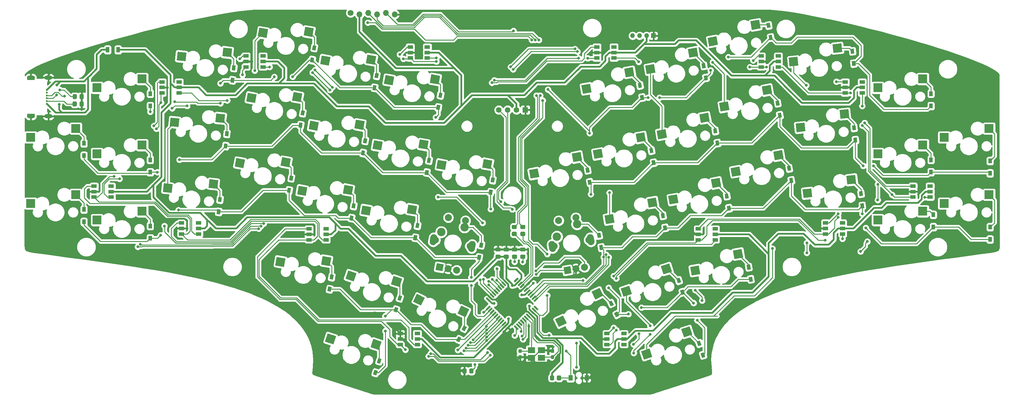
<source format=gbl>
%TF.GenerationSoftware,KiCad,Pcbnew,(5.1.7)-1*%
%TF.CreationDate,2020-11-12T22:52:03+09:00*%
%TF.ProjectId,yacc46,79616363-3436-42e6-9b69-6361645f7063,rev?*%
%TF.SameCoordinates,Original*%
%TF.FileFunction,Copper,L2,Bot*%
%TF.FilePolarity,Positive*%
%FSLAX46Y46*%
G04 Gerber Fmt 4.6, Leading zero omitted, Abs format (unit mm)*
G04 Created by KiCad (PCBNEW (5.1.7)-1) date 2020-11-12 22:52:03*
%MOMM*%
%LPD*%
G01*
G04 APERTURE LIST*
%TA.AperFunction,SMDPad,CuDef*%
%ADD10R,1.250000X1.600000*%
%TD*%
%TA.AperFunction,ComponentPad*%
%ADD11C,0.600000*%
%TD*%
%TA.AperFunction,ComponentPad*%
%ADD12O,2.300000X1.200000*%
%TD*%
%TA.AperFunction,SMDPad,CuDef*%
%ADD13R,2.300000X0.250000*%
%TD*%
%TA.AperFunction,SMDPad,CuDef*%
%ADD14R,0.260000X0.650000*%
%TD*%
%TA.AperFunction,SMDPad,CuDef*%
%ADD15C,0.100000*%
%TD*%
%TA.AperFunction,ComponentPad*%
%ADD16C,1.600000*%
%TD*%
%TA.AperFunction,ComponentPad*%
%ADD17R,1.600000X1.600000*%
%TD*%
%TA.AperFunction,ComponentPad*%
%ADD18C,2.400000*%
%TD*%
%TA.AperFunction,ComponentPad*%
%ADD19C,2.000000*%
%TD*%
%TA.AperFunction,ComponentPad*%
%ADD20C,0.100000*%
%TD*%
%TA.AperFunction,SMDPad,CuDef*%
%ADD21R,1.000000X1.400000*%
%TD*%
%TA.AperFunction,SMDPad,CuDef*%
%ADD22R,1.000000X1.600000*%
%TD*%
%TA.AperFunction,ComponentPad*%
%ADD23O,1.700000X1.700000*%
%TD*%
%TA.AperFunction,ComponentPad*%
%ADD24C,1.700000*%
%TD*%
%TA.AperFunction,ComponentPad*%
%ADD25R,1.350000X1.350000*%
%TD*%
%TA.AperFunction,ComponentPad*%
%ADD26O,1.350000X1.350000*%
%TD*%
%TA.AperFunction,SMDPad,CuDef*%
%ADD27R,1.500000X1.000000*%
%TD*%
%TA.AperFunction,SMDPad,CuDef*%
%ADD28R,2.550000X2.500000*%
%TD*%
%TA.AperFunction,SMDPad,CuDef*%
%ADD29R,2.100000X1.800000*%
%TD*%
%TA.AperFunction,ViaPad*%
%ADD30C,0.800000*%
%TD*%
%TA.AperFunction,Conductor*%
%ADD31C,0.500000*%
%TD*%
%TA.AperFunction,Conductor*%
%ADD32C,0.250000*%
%TD*%
%TA.AperFunction,Conductor*%
%ADD33C,0.230000*%
%TD*%
%TA.AperFunction,Conductor*%
%ADD34C,0.254000*%
%TD*%
%TA.AperFunction,Conductor*%
%ADD35C,0.100000*%
%TD*%
G04 APERTURE END LIST*
D10*
%TO.P,SW47,1*%
%TO.N,GND*%
X186455000Y-132600000D03*
%TO.P,SW47,2*%
%TO.N,RESET*%
X181805000Y-132600000D03*
%TD*%
D11*
%TO.P,J1,B9*%
%TO.N,UVBUS*%
X31290000Y-49680000D03*
%TO.P,J1,B8*%
%TO.N,Net-(J1-PadB8)*%
X31290000Y-50480000D03*
%TO.P,J1,B7*%
%TO.N,UDN*%
X31290000Y-51280000D03*
%TO.P,J1,B6*%
%TO.N,UDP*%
X31290000Y-52080000D03*
%TO.P,J1,B5*%
%TO.N,/CC2*%
X31290000Y-52880000D03*
%TO.P,J1,B4*%
%TO.N,UVBUS*%
X31290000Y-53680000D03*
D12*
%TO.P,J1,SH*%
%TO.N,GND*%
X31740000Y-46130000D03*
X31740000Y-57230000D03*
X26690000Y-46130000D03*
X26690000Y-57230000D03*
D13*
X26690000Y-46710000D03*
D14*
X27710000Y-46460000D03*
X25670000Y-46460000D03*
D13*
X26690000Y-56650000D03*
D14*
X25670000Y-56850000D03*
X27710000Y-56850000D03*
%TD*%
%TA.AperFunction,SMDPad,CuDef*%
D15*
%TO.P,U1,1*%
%TO.N,Net-(U1-Pad1)*%
G36*
X166537958Y-103656280D02*
G01*
X166926866Y-104045188D01*
X165866206Y-105105848D01*
X165477298Y-104716940D01*
X166537958Y-103656280D01*
G37*
%TD.AperFunction*%
%TA.AperFunction,SMDPad,CuDef*%
%TO.P,U1,2*%
%TO.N,VBUS*%
G36*
X167103643Y-104221966D02*
G01*
X167492551Y-104610874D01*
X166431891Y-105671534D01*
X166042983Y-105282626D01*
X167103643Y-104221966D01*
G37*
%TD.AperFunction*%
%TA.AperFunction,SMDPad,CuDef*%
%TO.P,U1,3*%
%TO.N,DN*%
G36*
X167669328Y-104787651D02*
G01*
X168058236Y-105176559D01*
X166997576Y-106237219D01*
X166608668Y-105848311D01*
X167669328Y-104787651D01*
G37*
%TD.AperFunction*%
%TA.AperFunction,SMDPad,CuDef*%
%TO.P,U1,4*%
%TO.N,DP*%
G36*
X168235014Y-105353336D02*
G01*
X168623922Y-105742244D01*
X167563262Y-106802904D01*
X167174354Y-106413996D01*
X168235014Y-105353336D01*
G37*
%TD.AperFunction*%
%TA.AperFunction,SMDPad,CuDef*%
%TO.P,U1,5*%
%TO.N,GND*%
G36*
X168800699Y-105919022D02*
G01*
X169189607Y-106307930D01*
X168128947Y-107368590D01*
X167740039Y-106979682D01*
X168800699Y-105919022D01*
G37*
%TD.AperFunction*%
%TA.AperFunction,SMDPad,CuDef*%
%TO.P,U1,6*%
%TO.N,UCAP*%
G36*
X169366385Y-106484707D02*
G01*
X169755293Y-106873615D01*
X168694633Y-107934275D01*
X168305725Y-107545367D01*
X169366385Y-106484707D01*
G37*
%TD.AperFunction*%
%TA.AperFunction,SMDPad,CuDef*%
%TO.P,U1,7*%
%TO.N,VBUS*%
G36*
X169932070Y-107050393D02*
G01*
X170320978Y-107439301D01*
X169260318Y-108499961D01*
X168871410Y-108111053D01*
X169932070Y-107050393D01*
G37*
%TD.AperFunction*%
%TA.AperFunction,SMDPad,CuDef*%
%TO.P,U1,8*%
%TO.N,ROWR3*%
G36*
X170497756Y-107616078D02*
G01*
X170886664Y-108004986D01*
X169826004Y-109065646D01*
X169437096Y-108676738D01*
X170497756Y-107616078D01*
G37*
%TD.AperFunction*%
%TA.AperFunction,SMDPad,CuDef*%
%TO.P,U1,9*%
%TO.N,ROWR2*%
G36*
X171063441Y-108181764D02*
G01*
X171452349Y-108570672D01*
X170391689Y-109631332D01*
X170002781Y-109242424D01*
X171063441Y-108181764D01*
G37*
%TD.AperFunction*%
%TA.AperFunction,SMDPad,CuDef*%
%TO.P,U1,10*%
%TO.N,MOSI*%
G36*
X171629126Y-108747449D02*
G01*
X172018034Y-109136357D01*
X170957374Y-110197017D01*
X170568466Y-109808109D01*
X171629126Y-108747449D01*
G37*
%TD.AperFunction*%
%TA.AperFunction,SMDPad,CuDef*%
%TO.P,U1,11*%
%TO.N,MISO*%
G36*
X172194812Y-109313134D02*
G01*
X172583720Y-109702042D01*
X171523060Y-110762702D01*
X171134152Y-110373794D01*
X172194812Y-109313134D01*
G37*
%TD.AperFunction*%
%TA.AperFunction,SMDPad,CuDef*%
%TO.P,U1,12*%
%TO.N,Net-(U1-Pad12)*%
G36*
X172583720Y-112777958D02*
G01*
X172194812Y-113166866D01*
X171134152Y-112106206D01*
X171523060Y-111717298D01*
X172583720Y-112777958D01*
G37*
%TD.AperFunction*%
%TA.AperFunction,SMDPad,CuDef*%
%TO.P,U1,13*%
%TO.N,RESET*%
G36*
X172018034Y-113343643D02*
G01*
X171629126Y-113732551D01*
X170568466Y-112671891D01*
X170957374Y-112282983D01*
X172018034Y-113343643D01*
G37*
%TD.AperFunction*%
%TA.AperFunction,SMDPad,CuDef*%
%TO.P,U1,14*%
%TO.N,VBUS*%
G36*
X171452349Y-113909328D02*
G01*
X171063441Y-114298236D01*
X170002781Y-113237576D01*
X170391689Y-112848668D01*
X171452349Y-113909328D01*
G37*
%TD.AperFunction*%
%TA.AperFunction,SMDPad,CuDef*%
%TO.P,U1,15*%
%TO.N,GND*%
G36*
X170886664Y-114475014D02*
G01*
X170497756Y-114863922D01*
X169437096Y-113803262D01*
X169826004Y-113414354D01*
X170886664Y-114475014D01*
G37*
%TD.AperFunction*%
%TA.AperFunction,SMDPad,CuDef*%
%TO.P,U1,16*%
%TO.N,XTAL2*%
G36*
X170320978Y-115040699D02*
G01*
X169932070Y-115429607D01*
X168871410Y-114368947D01*
X169260318Y-113980039D01*
X170320978Y-115040699D01*
G37*
%TD.AperFunction*%
%TA.AperFunction,SMDPad,CuDef*%
%TO.P,U1,17*%
%TO.N,XTAL1*%
G36*
X169755293Y-115606385D02*
G01*
X169366385Y-115995293D01*
X168305725Y-114934633D01*
X168694633Y-114545725D01*
X169755293Y-115606385D01*
G37*
%TD.AperFunction*%
%TA.AperFunction,SMDPad,CuDef*%
%TO.P,U1,18*%
%TO.N,SCL*%
G36*
X169189607Y-116172070D02*
G01*
X168800699Y-116560978D01*
X167740039Y-115500318D01*
X168128947Y-115111410D01*
X169189607Y-116172070D01*
G37*
%TD.AperFunction*%
%TA.AperFunction,SMDPad,CuDef*%
%TO.P,U1,19*%
%TO.N,SDA*%
G36*
X168623922Y-116737756D02*
G01*
X168235014Y-117126664D01*
X167174354Y-116066004D01*
X167563262Y-115677096D01*
X168623922Y-116737756D01*
G37*
%TD.AperFunction*%
%TA.AperFunction,SMDPad,CuDef*%
%TO.P,U1,20*%
%TO.N,Net-(U1-Pad20)*%
G36*
X168058236Y-117303441D02*
G01*
X167669328Y-117692349D01*
X166608668Y-116631689D01*
X166997576Y-116242781D01*
X168058236Y-117303441D01*
G37*
%TD.AperFunction*%
%TA.AperFunction,SMDPad,CuDef*%
%TO.P,U1,21*%
%TO.N,COL0*%
G36*
X167492551Y-117869126D02*
G01*
X167103643Y-118258034D01*
X166042983Y-117197374D01*
X166431891Y-116808466D01*
X167492551Y-117869126D01*
G37*
%TD.AperFunction*%
%TA.AperFunction,SMDPad,CuDef*%
%TO.P,U1,22*%
%TO.N,COL1*%
G36*
X166926866Y-118434812D02*
G01*
X166537958Y-118823720D01*
X165477298Y-117763060D01*
X165866206Y-117374152D01*
X166926866Y-118434812D01*
G37*
%TD.AperFunction*%
%TA.AperFunction,SMDPad,CuDef*%
%TO.P,U1,23*%
%TO.N,GND*%
G36*
X164133794Y-117374152D02*
G01*
X164522702Y-117763060D01*
X163462042Y-118823720D01*
X163073134Y-118434812D01*
X164133794Y-117374152D01*
G37*
%TD.AperFunction*%
%TA.AperFunction,SMDPad,CuDef*%
%TO.P,U1,24*%
%TO.N,VBUS*%
G36*
X163568109Y-116808466D02*
G01*
X163957017Y-117197374D01*
X162896357Y-118258034D01*
X162507449Y-117869126D01*
X163568109Y-116808466D01*
G37*
%TD.AperFunction*%
%TA.AperFunction,SMDPad,CuDef*%
%TO.P,U1,25*%
%TO.N,COL2*%
G36*
X163002424Y-116242781D02*
G01*
X163391332Y-116631689D01*
X162330672Y-117692349D01*
X161941764Y-117303441D01*
X163002424Y-116242781D01*
G37*
%TD.AperFunction*%
%TA.AperFunction,SMDPad,CuDef*%
%TO.P,U1,26*%
%TO.N,COL3*%
G36*
X162436738Y-115677096D02*
G01*
X162825646Y-116066004D01*
X161764986Y-117126664D01*
X161376078Y-116737756D01*
X162436738Y-115677096D01*
G37*
%TD.AperFunction*%
%TA.AperFunction,SMDPad,CuDef*%
%TO.P,U1,27*%
%TO.N,COL4*%
G36*
X161871053Y-115111410D02*
G01*
X162259961Y-115500318D01*
X161199301Y-116560978D01*
X160810393Y-116172070D01*
X161871053Y-115111410D01*
G37*
%TD.AperFunction*%
%TA.AperFunction,SMDPad,CuDef*%
%TO.P,U1,28*%
%TO.N,COL5*%
G36*
X161305367Y-114545725D02*
G01*
X161694275Y-114934633D01*
X160633615Y-115995293D01*
X160244707Y-115606385D01*
X161305367Y-114545725D01*
G37*
%TD.AperFunction*%
%TA.AperFunction,SMDPad,CuDef*%
%TO.P,U1,29*%
%TO.N,COL6*%
G36*
X160739682Y-113980039D02*
G01*
X161128590Y-114368947D01*
X160067930Y-115429607D01*
X159679022Y-115040699D01*
X160739682Y-113980039D01*
G37*
%TD.AperFunction*%
%TA.AperFunction,SMDPad,CuDef*%
%TO.P,U1,30*%
%TO.N,LED*%
G36*
X160173996Y-113414354D02*
G01*
X160562904Y-113803262D01*
X159502244Y-114863922D01*
X159113336Y-114475014D01*
X160173996Y-113414354D01*
G37*
%TD.AperFunction*%
%TA.AperFunction,SMDPad,CuDef*%
%TO.P,U1,31*%
%TO.N,ROWL3*%
G36*
X159608311Y-112848668D02*
G01*
X159997219Y-113237576D01*
X158936559Y-114298236D01*
X158547651Y-113909328D01*
X159608311Y-112848668D01*
G37*
%TD.AperFunction*%
%TA.AperFunction,SMDPad,CuDef*%
%TO.P,U1,32*%
%TO.N,ROWL2*%
G36*
X159042626Y-112282983D02*
G01*
X159431534Y-112671891D01*
X158370874Y-113732551D01*
X157981966Y-113343643D01*
X159042626Y-112282983D01*
G37*
%TD.AperFunction*%
%TA.AperFunction,SMDPad,CuDef*%
%TO.P,U1,33*%
%TO.N,HWB*%
G36*
X158476940Y-111717298D02*
G01*
X158865848Y-112106206D01*
X157805188Y-113166866D01*
X157416280Y-112777958D01*
X158476940Y-111717298D01*
G37*
%TD.AperFunction*%
%TA.AperFunction,SMDPad,CuDef*%
%TO.P,U1,34*%
%TO.N,VBUS*%
G36*
X158865848Y-110373794D02*
G01*
X158476940Y-110762702D01*
X157416280Y-109702042D01*
X157805188Y-109313134D01*
X158865848Y-110373794D01*
G37*
%TD.AperFunction*%
%TA.AperFunction,SMDPad,CuDef*%
%TO.P,U1,35*%
%TO.N,GND*%
G36*
X159431534Y-109808109D02*
G01*
X159042626Y-110197017D01*
X157981966Y-109136357D01*
X158370874Y-108747449D01*
X159431534Y-109808109D01*
G37*
%TD.AperFunction*%
%TA.AperFunction,SMDPad,CuDef*%
%TO.P,U1,36*%
%TO.N,ROWL1*%
G36*
X159997219Y-109242424D02*
G01*
X159608311Y-109631332D01*
X158547651Y-108570672D01*
X158936559Y-108181764D01*
X159997219Y-109242424D01*
G37*
%TD.AperFunction*%
%TA.AperFunction,SMDPad,CuDef*%
%TO.P,U1,37*%
%TO.N,ROWL0*%
G36*
X160562904Y-108676738D02*
G01*
X160173996Y-109065646D01*
X159113336Y-108004986D01*
X159502244Y-107616078D01*
X160562904Y-108676738D01*
G37*
%TD.AperFunction*%
%TA.AperFunction,SMDPad,CuDef*%
%TO.P,U1,38*%
%TO.N,ENCL1*%
G36*
X161128590Y-108111053D02*
G01*
X160739682Y-108499961D01*
X159679022Y-107439301D01*
X160067930Y-107050393D01*
X161128590Y-108111053D01*
G37*
%TD.AperFunction*%
%TA.AperFunction,SMDPad,CuDef*%
%TO.P,U1,39*%
%TO.N,ENCL2*%
G36*
X161694275Y-107545367D02*
G01*
X161305367Y-107934275D01*
X160244707Y-106873615D01*
X160633615Y-106484707D01*
X161694275Y-107545367D01*
G37*
%TD.AperFunction*%
%TA.AperFunction,SMDPad,CuDef*%
%TO.P,U1,40*%
%TO.N,ENCR2*%
G36*
X162259961Y-106979682D02*
G01*
X161871053Y-107368590D01*
X160810393Y-106307930D01*
X161199301Y-105919022D01*
X162259961Y-106979682D01*
G37*
%TD.AperFunction*%
%TA.AperFunction,SMDPad,CuDef*%
%TO.P,U1,41*%
%TO.N,ENCR1*%
G36*
X162825646Y-106413996D02*
G01*
X162436738Y-106802904D01*
X161376078Y-105742244D01*
X161764986Y-105353336D01*
X162825646Y-106413996D01*
G37*
%TD.AperFunction*%
%TA.AperFunction,SMDPad,CuDef*%
%TO.P,U1,42*%
%TO.N,AREF*%
G36*
X163391332Y-105848311D02*
G01*
X163002424Y-106237219D01*
X161941764Y-105176559D01*
X162330672Y-104787651D01*
X163391332Y-105848311D01*
G37*
%TD.AperFunction*%
%TA.AperFunction,SMDPad,CuDef*%
%TO.P,U1,43*%
%TO.N,GND*%
G36*
X163957017Y-105282626D02*
G01*
X163568109Y-105671534D01*
X162507449Y-104610874D01*
X162896357Y-104221966D01*
X163957017Y-105282626D01*
G37*
%TD.AperFunction*%
%TA.AperFunction,SMDPad,CuDef*%
%TO.P,U1,44*%
%TO.N,VBUS*%
G36*
X164522702Y-104716940D02*
G01*
X164133794Y-105105848D01*
X163073134Y-104045188D01*
X163462042Y-103656280D01*
X164522702Y-104716940D01*
G37*
%TD.AperFunction*%
%TD*%
D11*
%TO.P,SW43,1*%
%TO.N,COL6*%
X179004278Y-116286457D03*
%TO.P,SW43,2*%
%TO.N,Net-(D43-Pad2)*%
X189509526Y-108336696D03*
%TA.AperFunction,SMDPad,CuDef*%
D15*
G36*
X190107524Y-106654280D02*
G01*
X191203452Y-108901265D01*
X188911528Y-110019112D01*
X187815600Y-107772127D01*
X190107524Y-106654280D01*
G37*
%TD.AperFunction*%
%TA.AperFunction,SMDPad,CuDef*%
%TO.P,SW43,1*%
%TO.N,COL6*%
G36*
X179602276Y-114604041D02*
G01*
X180698204Y-116851026D01*
X178406280Y-117968873D01*
X177310352Y-115721888D01*
X179602276Y-114604041D01*
G37*
%TD.AperFunction*%
%TD*%
D16*
%TO.P,J2,4*%
%TO.N,SDA*%
X161190000Y-55430000D03*
%TO.P,J2,3*%
%TO.N,SCL*%
X163730000Y-55430000D03*
%TO.P,J2,2*%
%TO.N,VBUS*%
X166270000Y-55430000D03*
D17*
%TO.P,J2,1*%
%TO.N,GND*%
X168810000Y-55430000D03*
%TD*%
%TO.P,R6,2*%
%TO.N,HWB*%
%TA.AperFunction,SMDPad,CuDef*%
G36*
G01*
X152700000Y-131060001D02*
X152700000Y-130159999D01*
G75*
G02*
X152949999Y-129910000I249999J0D01*
G01*
X153650001Y-129910000D01*
G75*
G02*
X153900000Y-130159999I0J-249999D01*
G01*
X153900000Y-131060001D01*
G75*
G02*
X153650001Y-131310000I-249999J0D01*
G01*
X152949999Y-131310000D01*
G75*
G02*
X152700000Y-131060001I0J249999D01*
G01*
G37*
%TD.AperFunction*%
%TO.P,R6,1*%
%TO.N,GND*%
%TA.AperFunction,SMDPad,CuDef*%
G36*
G01*
X150700000Y-131060001D02*
X150700000Y-130159999D01*
G75*
G02*
X150949999Y-129910000I249999J0D01*
G01*
X151650001Y-129910000D01*
G75*
G02*
X151900000Y-130159999I0J-249999D01*
G01*
X151900000Y-131060001D01*
G75*
G02*
X151650001Y-131310000I-249999J0D01*
G01*
X150949999Y-131310000D01*
G75*
G02*
X150700000Y-131060001I0J249999D01*
G01*
G37*
%TD.AperFunction*%
%TD*%
%TO.P,R3,2*%
%TO.N,UDN*%
%TA.AperFunction,SMDPad,CuDef*%
G36*
G01*
X166080001Y-89730000D02*
X165179999Y-89730000D01*
G75*
G02*
X164930000Y-89480001I0J249999D01*
G01*
X164930000Y-88779999D01*
G75*
G02*
X165179999Y-88530000I249999J0D01*
G01*
X166080001Y-88530000D01*
G75*
G02*
X166330000Y-88779999I0J-249999D01*
G01*
X166330000Y-89480001D01*
G75*
G02*
X166080001Y-89730000I-249999J0D01*
G01*
G37*
%TD.AperFunction*%
%TO.P,R3,1*%
%TO.N,DN*%
%TA.AperFunction,SMDPad,CuDef*%
G36*
G01*
X166080001Y-91730000D02*
X165179999Y-91730000D01*
G75*
G02*
X164930000Y-91480001I0J249999D01*
G01*
X164930000Y-90779999D01*
G75*
G02*
X165179999Y-90530000I249999J0D01*
G01*
X166080001Y-90530000D01*
G75*
G02*
X166330000Y-90779999I0J-249999D01*
G01*
X166330000Y-91480001D01*
G75*
G02*
X166080001Y-91730000I-249999J0D01*
G01*
G37*
%TD.AperFunction*%
%TD*%
D18*
%TO.P,SW36,S2*%
%TO.N,Net-(D36-Pad2)*%
X183690947Y-88327548D03*
%TO.P,SW36,S1*%
%TO.N,COL6*%
X177878484Y-91931626D03*
D19*
%TO.P,SW36,*%
%TO.N,*%
X177068845Y-94653571D03*
X187074491Y-92889305D03*
%TA.AperFunction,ComponentPad*%
D20*
%TO.P,SW36,A*%
%TO.N,ENCR1*%
G36*
X182070466Y-102402777D02*
G01*
X180100850Y-102750073D01*
X179753554Y-100780457D01*
X181723170Y-100433161D01*
X182070466Y-102402777D01*
G37*
%TD.AperFunction*%
D19*
%TO.P,SW36,C*%
%TO.N,GND*%
X183374029Y-101157496D03*
%TO.P,SW36,B*%
%TO.N,ENCR2*%
X185836049Y-100723376D03*
%TO.P,SW36,*%
%TO.N,*%
%TA.AperFunction,ComponentPad*%
G36*
G01*
X176834582Y-96319561D02*
X176834582Y-96319561D01*
G75*
G02*
X175676126Y-95508401I-173648J984808D01*
G01*
X175467748Y-94326631D01*
G75*
G02*
X176278908Y-93168175I984808J173648D01*
G01*
X176278908Y-93168175D01*
G75*
G02*
X177437364Y-93979335I173648J-984808D01*
G01*
X177645742Y-95161105D01*
G75*
G02*
X176834582Y-96319561I-984808J-173648D01*
G01*
G37*
%TD.AperFunction*%
%TA.AperFunction,ComponentPad*%
G36*
G01*
X187864428Y-94374701D02*
X187864428Y-94374701D01*
G75*
G02*
X186705972Y-93563541I-173648J984808D01*
G01*
X186497594Y-92381771D01*
G75*
G02*
X187308754Y-91223315I984808J173648D01*
G01*
X187308754Y-91223315D01*
G75*
G02*
X188467210Y-92034475I173648J-984808D01*
G01*
X188675588Y-93216245D01*
G75*
G02*
X187864428Y-94374701I-984808J-173648D01*
G01*
G37*
%TD.AperFunction*%
%TO.P,SW36,S1*%
%TO.N,COL6*%
X178394111Y-87311904D03*
%TO.P,SW36,S2*%
%TO.N,Net-(D36-Pad2)*%
X183318150Y-86443663D03*
%TD*%
%TO.P,C1,2*%
%TO.N,VBUS*%
%TA.AperFunction,SMDPad,CuDef*%
G36*
G01*
X160485000Y-97110000D02*
X161435000Y-97110000D01*
G75*
G02*
X161685000Y-97360000I0J-250000D01*
G01*
X161685000Y-98035000D01*
G75*
G02*
X161435000Y-98285000I-250000J0D01*
G01*
X160485000Y-98285000D01*
G75*
G02*
X160235000Y-98035000I0J250000D01*
G01*
X160235000Y-97360000D01*
G75*
G02*
X160485000Y-97110000I250000J0D01*
G01*
G37*
%TD.AperFunction*%
%TO.P,C1,1*%
%TO.N,GND*%
%TA.AperFunction,SMDPad,CuDef*%
G36*
G01*
X160485000Y-95035000D02*
X161435000Y-95035000D01*
G75*
G02*
X161685000Y-95285000I0J-250000D01*
G01*
X161685000Y-95960000D01*
G75*
G02*
X161435000Y-96210000I-250000J0D01*
G01*
X160485000Y-96210000D01*
G75*
G02*
X160235000Y-95960000I0J250000D01*
G01*
X160235000Y-95285000D01*
G75*
G02*
X160485000Y-95035000I250000J0D01*
G01*
G37*
%TD.AperFunction*%
%TD*%
%TO.P,C2,1*%
%TO.N,GND*%
%TA.AperFunction,SMDPad,CuDef*%
G36*
G01*
X162858333Y-95035000D02*
X163808333Y-95035000D01*
G75*
G02*
X164058333Y-95285000I0J-250000D01*
G01*
X164058333Y-95960000D01*
G75*
G02*
X163808333Y-96210000I-250000J0D01*
G01*
X162858333Y-96210000D01*
G75*
G02*
X162608333Y-95960000I0J250000D01*
G01*
X162608333Y-95285000D01*
G75*
G02*
X162858333Y-95035000I250000J0D01*
G01*
G37*
%TD.AperFunction*%
%TO.P,C2,2*%
%TO.N,VBUS*%
%TA.AperFunction,SMDPad,CuDef*%
G36*
G01*
X162858333Y-97110000D02*
X163808333Y-97110000D01*
G75*
G02*
X164058333Y-97360000I0J-250000D01*
G01*
X164058333Y-98035000D01*
G75*
G02*
X163808333Y-98285000I-250000J0D01*
G01*
X162858333Y-98285000D01*
G75*
G02*
X162608333Y-98035000I0J250000D01*
G01*
X162608333Y-97360000D01*
G75*
G02*
X162858333Y-97110000I250000J0D01*
G01*
G37*
%TD.AperFunction*%
%TD*%
%TO.P,C3,2*%
%TO.N,GND*%
%TA.AperFunction,SMDPad,CuDef*%
G36*
G01*
X166181666Y-96210000D02*
X165231666Y-96210000D01*
G75*
G02*
X164981666Y-95960000I0J250000D01*
G01*
X164981666Y-95285000D01*
G75*
G02*
X165231666Y-95035000I250000J0D01*
G01*
X166181666Y-95035000D01*
G75*
G02*
X166431666Y-95285000I0J-250000D01*
G01*
X166431666Y-95960000D01*
G75*
G02*
X166181666Y-96210000I-250000J0D01*
G01*
G37*
%TD.AperFunction*%
%TO.P,C3,1*%
%TO.N,AREF*%
%TA.AperFunction,SMDPad,CuDef*%
G36*
G01*
X166181666Y-98285000D02*
X165231666Y-98285000D01*
G75*
G02*
X164981666Y-98035000I0J250000D01*
G01*
X164981666Y-97360000D01*
G75*
G02*
X165231666Y-97110000I250000J0D01*
G01*
X166181666Y-97110000D01*
G75*
G02*
X166431666Y-97360000I0J-250000D01*
G01*
X166431666Y-98035000D01*
G75*
G02*
X166181666Y-98285000I-250000J0D01*
G01*
G37*
%TD.AperFunction*%
%TD*%
%TO.P,C4,1*%
%TO.N,UCAP*%
%TA.AperFunction,SMDPad,CuDef*%
G36*
G01*
X168555000Y-98285000D02*
X167605000Y-98285000D01*
G75*
G02*
X167355000Y-98035000I0J250000D01*
G01*
X167355000Y-97360000D01*
G75*
G02*
X167605000Y-97110000I250000J0D01*
G01*
X168555000Y-97110000D01*
G75*
G02*
X168805000Y-97360000I0J-250000D01*
G01*
X168805000Y-98035000D01*
G75*
G02*
X168555000Y-98285000I-250000J0D01*
G01*
G37*
%TD.AperFunction*%
%TO.P,C4,2*%
%TO.N,GND*%
%TA.AperFunction,SMDPad,CuDef*%
G36*
G01*
X168555000Y-96210000D02*
X167605000Y-96210000D01*
G75*
G02*
X167355000Y-95960000I0J250000D01*
G01*
X167355000Y-95285000D01*
G75*
G02*
X167605000Y-95035000I250000J0D01*
G01*
X168555000Y-95035000D01*
G75*
G02*
X168805000Y-95285000I0J-250000D01*
G01*
X168805000Y-95960000D01*
G75*
G02*
X168555000Y-96210000I-250000J0D01*
G01*
G37*
%TD.AperFunction*%
%TD*%
%TO.P,C5,2*%
%TO.N,GND*%
%TA.AperFunction,SMDPad,CuDef*%
G36*
G01*
X167072500Y-126065000D02*
X167547500Y-126065000D01*
G75*
G02*
X167785000Y-126302500I0J-237500D01*
G01*
X167785000Y-126902500D01*
G75*
G02*
X167547500Y-127140000I-237500J0D01*
G01*
X167072500Y-127140000D01*
G75*
G02*
X166835000Y-126902500I0J237500D01*
G01*
X166835000Y-126302500D01*
G75*
G02*
X167072500Y-126065000I237500J0D01*
G01*
G37*
%TD.AperFunction*%
%TO.P,C5,1*%
%TO.N,XTAL1*%
%TA.AperFunction,SMDPad,CuDef*%
G36*
G01*
X167072500Y-124340000D02*
X167547500Y-124340000D01*
G75*
G02*
X167785000Y-124577500I0J-237500D01*
G01*
X167785000Y-125177500D01*
G75*
G02*
X167547500Y-125415000I-237500J0D01*
G01*
X167072500Y-125415000D01*
G75*
G02*
X166835000Y-125177500I0J237500D01*
G01*
X166835000Y-124577500D01*
G75*
G02*
X167072500Y-124340000I237500J0D01*
G01*
G37*
%TD.AperFunction*%
%TD*%
%TO.P,C6,1*%
%TO.N,XTAL2*%
%TA.AperFunction,SMDPad,CuDef*%
G36*
G01*
X176877500Y-127140000D02*
X176402500Y-127140000D01*
G75*
G02*
X176165000Y-126902500I0J237500D01*
G01*
X176165000Y-126302500D01*
G75*
G02*
X176402500Y-126065000I237500J0D01*
G01*
X176877500Y-126065000D01*
G75*
G02*
X177115000Y-126302500I0J-237500D01*
G01*
X177115000Y-126902500D01*
G75*
G02*
X176877500Y-127140000I-237500J0D01*
G01*
G37*
%TD.AperFunction*%
%TO.P,C6,2*%
%TO.N,GND*%
%TA.AperFunction,SMDPad,CuDef*%
G36*
G01*
X176877500Y-125415000D02*
X176402500Y-125415000D01*
G75*
G02*
X176165000Y-125177500I0J237500D01*
G01*
X176165000Y-124577500D01*
G75*
G02*
X176402500Y-124340000I237500J0D01*
G01*
X176877500Y-124340000D01*
G75*
G02*
X177115000Y-124577500I0J-237500D01*
G01*
X177115000Y-125177500D01*
G75*
G02*
X176877500Y-125415000I-237500J0D01*
G01*
G37*
%TD.AperFunction*%
%TD*%
D21*
%TO.P,D1,1*%
%TO.N,ROWL0*%
X60991499Y-54302500D03*
%TO.P,D1,2*%
%TO.N,Net-(D1-Pad2)*%
X60991499Y-50752500D03*
%TD*%
%TA.AperFunction,SMDPad,CuDef*%
D15*
%TO.P,D2,1*%
%TO.N,ROWL0*%
G36*
X85061604Y-47623761D02*
G01*
X84067082Y-47519232D01*
X84213422Y-46126901D01*
X85207944Y-46231430D01*
X85061604Y-47623761D01*
G37*
%TD.AperFunction*%
%TA.AperFunction,SMDPad,CuDef*%
%TO.P,D2,2*%
%TO.N,Net-(D2-Pad2)*%
G36*
X85432680Y-44093209D02*
G01*
X84438158Y-43988680D01*
X84584498Y-42596349D01*
X85579020Y-42700878D01*
X85432680Y-44093209D01*
G37*
%TD.AperFunction*%
%TD*%
%TA.AperFunction,SMDPad,CuDef*%
%TO.P,D3,2*%
%TO.N,Net-(D3-Pad2)*%
G36*
X108497292Y-38334599D02*
G01*
X107512484Y-38160950D01*
X107755592Y-36782219D01*
X108740400Y-36955868D01*
X108497292Y-38334599D01*
G37*
%TD.AperFunction*%
%TA.AperFunction,SMDPad,CuDef*%
%TO.P,D3,1*%
%TO.N,ROWL0*%
G36*
X107880840Y-41830667D02*
G01*
X106896032Y-41657018D01*
X107139140Y-40278287D01*
X108123948Y-40451936D01*
X107880840Y-41830667D01*
G37*
%TD.AperFunction*%
%TD*%
%TA.AperFunction,SMDPad,CuDef*%
%TO.P,D4,1*%
%TO.N,ROWL0*%
G36*
X125814428Y-49828812D02*
G01*
X124829620Y-49655163D01*
X125072728Y-48276432D01*
X126057536Y-48450081D01*
X125814428Y-49828812D01*
G37*
%TD.AperFunction*%
%TA.AperFunction,SMDPad,CuDef*%
%TO.P,D4,2*%
%TO.N,Net-(D4-Pad2)*%
G36*
X126430880Y-46332744D02*
G01*
X125446072Y-46159095D01*
X125689180Y-44780364D01*
X126673988Y-44954013D01*
X126430880Y-46332744D01*
G37*
%TD.AperFunction*%
%TD*%
%TA.AperFunction,SMDPad,CuDef*%
%TO.P,D5,2*%
%TO.N,Net-(D5-Pad2)*%
G36*
X144777968Y-51985815D02*
G01*
X143793160Y-51812166D01*
X144036268Y-50433435D01*
X145021076Y-50607084D01*
X144777968Y-51985815D01*
G37*
%TD.AperFunction*%
%TA.AperFunction,SMDPad,CuDef*%
%TO.P,D5,1*%
%TO.N,ROWL0*%
G36*
X144161516Y-55481883D02*
G01*
X143176708Y-55308234D01*
X143419816Y-53929503D01*
X144404624Y-54103152D01*
X144161516Y-55481883D01*
G37*
%TD.AperFunction*%
%TD*%
D21*
%TO.P,D6,1*%
%TO.N,ROWL1*%
X41941500Y-68590000D03*
%TO.P,D6,2*%
%TO.N,Net-(D6-Pad2)*%
X41941500Y-65040000D03*
%TD*%
%TO.P,D7,1*%
%TO.N,ROWL1*%
X60991499Y-73352500D03*
%TO.P,D7,2*%
%TO.N,Net-(D7-Pad2)*%
X60991499Y-69802500D03*
%TD*%
%TA.AperFunction,SMDPad,CuDef*%
D15*
%TO.P,D8,2*%
%TO.N,Net-(D8-Pad2)*%
G36*
X83441412Y-63038851D02*
G01*
X82446890Y-62934322D01*
X82593230Y-61541991D01*
X83587752Y-61646520D01*
X83441412Y-63038851D01*
G37*
%TD.AperFunction*%
%TA.AperFunction,SMDPad,CuDef*%
%TO.P,D8,1*%
%TO.N,ROWL1*%
G36*
X83070336Y-66569403D02*
G01*
X82075814Y-66464874D01*
X82222154Y-65072543D01*
X83216676Y-65177072D01*
X83070336Y-66569403D01*
G37*
%TD.AperFunction*%
%TD*%
%TA.AperFunction,SMDPad,CuDef*%
%TO.P,D9,2*%
%TO.N,Net-(D9-Pad2)*%
G36*
X105189294Y-57095187D02*
G01*
X104204486Y-56921538D01*
X104447594Y-55542807D01*
X105432402Y-55716456D01*
X105189294Y-57095187D01*
G37*
%TD.AperFunction*%
%TA.AperFunction,SMDPad,CuDef*%
%TO.P,D9,1*%
%TO.N,ROWL1*%
G36*
X104572842Y-60591255D02*
G01*
X103588034Y-60417606D01*
X103831142Y-59038875D01*
X104815950Y-59212524D01*
X104572842Y-60591255D01*
G37*
%TD.AperFunction*%
%TD*%
%TA.AperFunction,SMDPad,CuDef*%
%TO.P,D10,1*%
%TO.N,ROWL1*%
G36*
X122506430Y-68589400D02*
G01*
X121521622Y-68415751D01*
X121764730Y-67037020D01*
X122749538Y-67210669D01*
X122506430Y-68589400D01*
G37*
%TD.AperFunction*%
%TA.AperFunction,SMDPad,CuDef*%
%TO.P,D10,2*%
%TO.N,Net-(D10-Pad2)*%
G36*
X123122882Y-65093332D02*
G01*
X122138074Y-64919683D01*
X122381182Y-63540952D01*
X123365990Y-63714601D01*
X123122882Y-65093332D01*
G37*
%TD.AperFunction*%
%TD*%
%TA.AperFunction,SMDPad,CuDef*%
%TO.P,D11,2*%
%TO.N,Net-(D11-Pad2)*%
G36*
X141469970Y-70746403D02*
G01*
X140485162Y-70572754D01*
X140728270Y-69194023D01*
X141713078Y-69367672D01*
X141469970Y-70746403D01*
G37*
%TD.AperFunction*%
%TA.AperFunction,SMDPad,CuDef*%
%TO.P,D11,1*%
%TO.N,ROWL1*%
G36*
X140853518Y-74242471D02*
G01*
X139868710Y-74068822D01*
X140111818Y-72690091D01*
X141096626Y-72863740D01*
X140853518Y-74242471D01*
G37*
%TD.AperFunction*%
%TD*%
%TA.AperFunction,SMDPad,CuDef*%
%TO.P,D12,2*%
%TO.N,Net-(D12-Pad2)*%
G36*
X159817058Y-76399474D02*
G01*
X158832250Y-76225825D01*
X159075358Y-74847094D01*
X160060166Y-75020743D01*
X159817058Y-76399474D01*
G37*
%TD.AperFunction*%
%TA.AperFunction,SMDPad,CuDef*%
%TO.P,D12,1*%
%TO.N,ROWL1*%
G36*
X159200606Y-79895542D02*
G01*
X158215798Y-79721893D01*
X158458906Y-78343162D01*
X159443714Y-78516811D01*
X159200606Y-79895542D01*
G37*
%TD.AperFunction*%
%TD*%
D21*
%TO.P,D13,2*%
%TO.N,Net-(D13-Pad2)*%
X41941500Y-84090000D03*
%TO.P,D13,1*%
%TO.N,ROWL2*%
X41941500Y-87640000D03*
%TD*%
%TO.P,D14,1*%
%TO.N,ROWL2*%
X60991499Y-92402500D03*
%TO.P,D14,2*%
%TO.N,Net-(D14-Pad2)*%
X60991499Y-88852500D03*
%TD*%
%TA.AperFunction,SMDPad,CuDef*%
D15*
%TO.P,D15,2*%
%TO.N,Net-(D15-Pad2)*%
G36*
X81450145Y-81984493D02*
G01*
X80455623Y-81879964D01*
X80601963Y-80487633D01*
X81596485Y-80592162D01*
X81450145Y-81984493D01*
G37*
%TD.AperFunction*%
%TA.AperFunction,SMDPad,CuDef*%
%TO.P,D15,1*%
%TO.N,ROWL2*%
G36*
X81079069Y-85515045D02*
G01*
X80084547Y-85410516D01*
X80230887Y-84018185D01*
X81225409Y-84122714D01*
X81079069Y-85515045D01*
G37*
%TD.AperFunction*%
%TD*%
%TA.AperFunction,SMDPad,CuDef*%
%TO.P,D16,1*%
%TO.N,ROWL2*%
G36*
X101264844Y-79351843D02*
G01*
X100280036Y-79178194D01*
X100523144Y-77799463D01*
X101507952Y-77973112D01*
X101264844Y-79351843D01*
G37*
%TD.AperFunction*%
%TA.AperFunction,SMDPad,CuDef*%
%TO.P,D16,2*%
%TO.N,Net-(D16-Pad2)*%
G36*
X101881296Y-75855775D02*
G01*
X100896488Y-75682126D01*
X101139596Y-74303395D01*
X102124404Y-74477044D01*
X101881296Y-75855775D01*
G37*
%TD.AperFunction*%
%TD*%
%TA.AperFunction,SMDPad,CuDef*%
%TO.P,D17,2*%
%TO.N,Net-(D17-Pad2)*%
G36*
X119814884Y-83853919D02*
G01*
X118830076Y-83680270D01*
X119073184Y-82301539D01*
X120057992Y-82475188D01*
X119814884Y-83853919D01*
G37*
%TD.AperFunction*%
%TA.AperFunction,SMDPad,CuDef*%
%TO.P,D17,1*%
%TO.N,ROWL2*%
G36*
X119198432Y-87349987D02*
G01*
X118213624Y-87176338D01*
X118456732Y-85797607D01*
X119441540Y-85971256D01*
X119198432Y-87349987D01*
G37*
%TD.AperFunction*%
%TD*%
%TA.AperFunction,SMDPad,CuDef*%
%TO.P,D18,1*%
%TO.N,ROWL2*%
G36*
X137545520Y-93003059D02*
G01*
X136560712Y-92829410D01*
X136803820Y-91450679D01*
X137788628Y-91624328D01*
X137545520Y-93003059D01*
G37*
%TD.AperFunction*%
%TA.AperFunction,SMDPad,CuDef*%
%TO.P,D18,2*%
%TO.N,Net-(D18-Pad2)*%
G36*
X138161972Y-89506991D02*
G01*
X137177164Y-89333342D01*
X137420272Y-87954611D01*
X138405080Y-88128260D01*
X138161972Y-89506991D01*
G37*
%TD.AperFunction*%
%TD*%
%TA.AperFunction,SMDPad,CuDef*%
%TO.P,D19,2*%
%TO.N,Net-(D19-Pad2)*%
G36*
X156509060Y-95160062D02*
G01*
X155524252Y-94986413D01*
X155767360Y-93607682D01*
X156752168Y-93781331D01*
X156509060Y-95160062D01*
G37*
%TD.AperFunction*%
%TA.AperFunction,SMDPad,CuDef*%
%TO.P,D19,1*%
%TO.N,ROWL2*%
G36*
X155892608Y-98656130D02*
G01*
X154907800Y-98482481D01*
X155150908Y-97103750D01*
X156135716Y-97277399D01*
X155892608Y-98656130D01*
G37*
%TD.AperFunction*%
%TD*%
%TA.AperFunction,SMDPad,CuDef*%
%TO.P,D20,2*%
%TO.N,Net-(D20-Pad2)*%
G36*
X113514611Y-104316620D02*
G01*
X112529803Y-104142971D01*
X112772911Y-102764240D01*
X113757719Y-102937889D01*
X113514611Y-104316620D01*
G37*
%TD.AperFunction*%
%TA.AperFunction,SMDPad,CuDef*%
%TO.P,D20,1*%
%TO.N,ROWL3*%
G36*
X112898159Y-107812688D02*
G01*
X111913351Y-107639039D01*
X112156459Y-106260308D01*
X113141267Y-106433957D01*
X112898159Y-107812688D01*
G37*
%TD.AperFunction*%
%TD*%
%TA.AperFunction,SMDPad,CuDef*%
%TO.P,D21,1*%
%TO.N,ROWL3*%
G36*
X131869329Y-113792429D02*
G01*
X130918273Y-113483412D01*
X131350897Y-112151933D01*
X132301953Y-112460950D01*
X131869329Y-113792429D01*
G37*
%TD.AperFunction*%
%TA.AperFunction,SMDPad,CuDef*%
%TO.P,D21,2*%
%TO.N,Net-(D21-Pad2)*%
G36*
X132966339Y-110416179D02*
G01*
X132015283Y-110107162D01*
X132447907Y-108775683D01*
X133398963Y-109084700D01*
X132966339Y-110416179D01*
G37*
%TD.AperFunction*%
%TD*%
%TA.AperFunction,SMDPad,CuDef*%
%TO.P,D22,2*%
%TO.N,Net-(D22-Pad2)*%
G36*
X151379871Y-119163534D02*
G01*
X150481077Y-118725163D01*
X151094797Y-117466852D01*
X151993591Y-117905223D01*
X151379871Y-119163534D01*
G37*
%TD.AperFunction*%
%TA.AperFunction,SMDPad,CuDef*%
%TO.P,D22,1*%
%TO.N,ROWL3*%
G36*
X149823653Y-122354252D02*
G01*
X148924859Y-121915881D01*
X149538579Y-120657570D01*
X150437373Y-121095941D01*
X149823653Y-122354252D01*
G37*
%TD.AperFunction*%
%TD*%
%TA.AperFunction,SMDPad,CuDef*%
%TO.P,D23,1*%
%TO.N,ROWL3*%
G36*
X125982555Y-131910055D02*
G01*
X125031499Y-131601038D01*
X125464123Y-130269559D01*
X126415179Y-130578576D01*
X125982555Y-131910055D01*
G37*
%TD.AperFunction*%
%TA.AperFunction,SMDPad,CuDef*%
%TO.P,D23,2*%
%TO.N,Net-(D23-Pad2)*%
G36*
X127079565Y-128533805D02*
G01*
X126128509Y-128224788D01*
X126561133Y-126893309D01*
X127512189Y-127202326D01*
X127079565Y-128533805D01*
G37*
%TD.AperFunction*%
%TD*%
%TA.AperFunction,SMDPad,CuDef*%
%TO.P,D24,2*%
%TO.N,Net-(D24-Pad2)*%
G36*
X202340944Y-48967288D02*
G01*
X201356136Y-49140937D01*
X201113028Y-47762206D01*
X202097836Y-47588557D01*
X202340944Y-48967288D01*
G37*
%TD.AperFunction*%
%TA.AperFunction,SMDPad,CuDef*%
%TO.P,D24,1*%
%TO.N,MISO*%
G36*
X202957396Y-52463356D02*
G01*
X201972588Y-52637005D01*
X201729480Y-51258274D01*
X202714288Y-51084625D01*
X202957396Y-52463356D01*
G37*
%TD.AperFunction*%
%TD*%
%TA.AperFunction,SMDPad,CuDef*%
%TO.P,D25,1*%
%TO.N,MISO*%
G36*
X221304484Y-46810285D02*
G01*
X220319676Y-46983934D01*
X220076568Y-45605203D01*
X221061376Y-45431554D01*
X221304484Y-46810285D01*
G37*
%TD.AperFunction*%
%TA.AperFunction,SMDPad,CuDef*%
%TO.P,D25,2*%
%TO.N,Net-(D25-Pad2)*%
G36*
X220688032Y-43314217D02*
G01*
X219703224Y-43487866D01*
X219460116Y-42109135D01*
X220444924Y-41935486D01*
X220688032Y-43314217D01*
G37*
%TD.AperFunction*%
%TD*%
%TA.AperFunction,SMDPad,CuDef*%
%TO.P,D26,2*%
%TO.N,Net-(D26-Pad2)*%
G36*
X239315732Y-31684507D02*
G01*
X238330924Y-31858156D01*
X238087816Y-30479425D01*
X239072624Y-30305776D01*
X239315732Y-31684507D01*
G37*
%TD.AperFunction*%
%TA.AperFunction,SMDPad,CuDef*%
%TO.P,D26,1*%
%TO.N,MISO*%
G36*
X239932184Y-35180575D02*
G01*
X238947376Y-35354224D01*
X238704268Y-33975493D01*
X239689076Y-33801844D01*
X239932184Y-35180575D01*
G37*
%TD.AperFunction*%
%TD*%
%TA.AperFunction,SMDPad,CuDef*%
%TO.P,D27,1*%
%TO.N,MISO*%
G36*
X263745969Y-42699177D02*
G01*
X262751447Y-42803706D01*
X262605107Y-41411375D01*
X263599629Y-41306846D01*
X263745969Y-42699177D01*
G37*
%TD.AperFunction*%
%TA.AperFunction,SMDPad,CuDef*%
%TO.P,D27,2*%
%TO.N,Net-(D27-Pad2)*%
G36*
X263374893Y-39168625D02*
G01*
X262380371Y-39273154D01*
X262234031Y-37880823D01*
X263228553Y-37776294D01*
X263374893Y-39168625D01*
G37*
%TD.AperFunction*%
%TD*%
D21*
%TO.P,D28,2*%
%TO.N,Net-(D28-Pad2)*%
X285391500Y-50752500D03*
%TO.P,D28,1*%
%TO.N,MISO*%
X285391500Y-54302500D03*
%TD*%
%TA.AperFunction,SMDPad,CuDef*%
D15*
%TO.P,D29,1*%
%TO.N,MOSI*%
G36*
X187918306Y-76877015D02*
G01*
X186933498Y-77050664D01*
X186690390Y-75671933D01*
X187675198Y-75498284D01*
X187918306Y-76877015D01*
G37*
%TD.AperFunction*%
%TA.AperFunction,SMDPad,CuDef*%
%TO.P,D29,2*%
%TO.N,Net-(D29-Pad2)*%
G36*
X187301854Y-73380947D02*
G01*
X186317046Y-73554596D01*
X186073938Y-72175865D01*
X187058746Y-72002216D01*
X187301854Y-73380947D01*
G37*
%TD.AperFunction*%
%TD*%
%TA.AperFunction,SMDPad,CuDef*%
%TO.P,D30,2*%
%TO.N,Net-(D30-Pad2)*%
G36*
X205648942Y-67727876D02*
G01*
X204664134Y-67901525D01*
X204421026Y-66522794D01*
X205405834Y-66349145D01*
X205648942Y-67727876D01*
G37*
%TD.AperFunction*%
%TA.AperFunction,SMDPad,CuDef*%
%TO.P,D30,1*%
%TO.N,MOSI*%
G36*
X206265394Y-71223944D02*
G01*
X205280586Y-71397593D01*
X205037478Y-70018862D01*
X206022286Y-69845213D01*
X206265394Y-71223944D01*
G37*
%TD.AperFunction*%
%TD*%
%TA.AperFunction,SMDPad,CuDef*%
%TO.P,D31,1*%
%TO.N,MOSI*%
G36*
X224612482Y-65570873D02*
G01*
X223627674Y-65744522D01*
X223384566Y-64365791D01*
X224369374Y-64192142D01*
X224612482Y-65570873D01*
G37*
%TD.AperFunction*%
%TA.AperFunction,SMDPad,CuDef*%
%TO.P,D31,2*%
%TO.N,Net-(D31-Pad2)*%
G36*
X223996030Y-62074805D02*
G01*
X223011222Y-62248454D01*
X222768114Y-60869723D01*
X223752922Y-60696074D01*
X223996030Y-62074805D01*
G37*
%TD.AperFunction*%
%TD*%
%TA.AperFunction,SMDPad,CuDef*%
%TO.P,D32,2*%
%TO.N,Net-(D32-Pad2)*%
G36*
X241929618Y-54076660D02*
G01*
X240944810Y-54250309D01*
X240701702Y-52871578D01*
X241686510Y-52697929D01*
X241929618Y-54076660D01*
G37*
%TD.AperFunction*%
%TA.AperFunction,SMDPad,CuDef*%
%TO.P,D32,1*%
%TO.N,MOSI*%
G36*
X242546070Y-57572728D02*
G01*
X241561262Y-57746377D01*
X241318154Y-56367646D01*
X242302962Y-56193997D01*
X242546070Y-57572728D01*
G37*
%TD.AperFunction*%
%TD*%
%TA.AperFunction,SMDPad,CuDef*%
%TO.P,D33,1*%
%TO.N,MOSI*%
G36*
X264217437Y-64752384D02*
G01*
X263222915Y-64856913D01*
X263076575Y-63464582D01*
X264071097Y-63360053D01*
X264217437Y-64752384D01*
G37*
%TD.AperFunction*%
%TA.AperFunction,SMDPad,CuDef*%
%TO.P,D33,2*%
%TO.N,Net-(D33-Pad2)*%
G36*
X263846361Y-61221832D02*
G01*
X262851839Y-61326361D01*
X262705499Y-59934030D01*
X263700021Y-59829501D01*
X263846361Y-61221832D01*
G37*
%TD.AperFunction*%
%TD*%
D21*
%TO.P,D34,2*%
%TO.N,Net-(D34-Pad2)*%
X285391500Y-69802500D03*
%TO.P,D34,1*%
%TO.N,MOSI*%
X285391500Y-73352500D03*
%TD*%
%TO.P,D35,2*%
%TO.N,Net-(D35-Pad2)*%
X302371500Y-70120000D03*
%TO.P,D35,1*%
%TO.N,MOSI*%
X302371500Y-73670000D03*
%TD*%
%TA.AperFunction,SMDPad,CuDef*%
D15*
%TO.P,D36,2*%
%TO.N,Net-(D36-Pad2)*%
G36*
X190609852Y-92141535D02*
G01*
X189625044Y-92315184D01*
X189381936Y-90936453D01*
X190366744Y-90762804D01*
X190609852Y-92141535D01*
G37*
%TD.AperFunction*%
%TA.AperFunction,SMDPad,CuDef*%
%TO.P,D36,1*%
%TO.N,ROWR2*%
G36*
X191226304Y-95637603D02*
G01*
X190241496Y-95811252D01*
X189998388Y-94432521D01*
X190983196Y-94258872D01*
X191226304Y-95637603D01*
G37*
%TD.AperFunction*%
%TD*%
%TA.AperFunction,SMDPad,CuDef*%
%TO.P,D37,1*%
%TO.N,ROWR2*%
G36*
X209573392Y-89984532D02*
G01*
X208588584Y-90158181D01*
X208345476Y-88779450D01*
X209330284Y-88605801D01*
X209573392Y-89984532D01*
G37*
%TD.AperFunction*%
%TA.AperFunction,SMDPad,CuDef*%
%TO.P,D37,2*%
%TO.N,Net-(D37-Pad2)*%
G36*
X208956940Y-86488464D02*
G01*
X207972132Y-86662113D01*
X207729024Y-85283382D01*
X208713832Y-85109733D01*
X208956940Y-86488464D01*
G37*
%TD.AperFunction*%
%TD*%
%TA.AperFunction,SMDPad,CuDef*%
%TO.P,D38,2*%
%TO.N,Net-(D38-Pad2)*%
G36*
X227304028Y-80835392D02*
G01*
X226319220Y-81009041D01*
X226076112Y-79630310D01*
X227060920Y-79456661D01*
X227304028Y-80835392D01*
G37*
%TD.AperFunction*%
%TA.AperFunction,SMDPad,CuDef*%
%TO.P,D38,1*%
%TO.N,ROWR2*%
G36*
X227920480Y-84331460D02*
G01*
X226935672Y-84505109D01*
X226692564Y-83126378D01*
X227677372Y-82952729D01*
X227920480Y-84331460D01*
G37*
%TD.AperFunction*%
%TD*%
%TA.AperFunction,SMDPad,CuDef*%
%TO.P,D39,1*%
%TO.N,ROWR2*%
G36*
X245854068Y-76333316D02*
G01*
X244869260Y-76506965D01*
X244626152Y-75128234D01*
X245610960Y-74954585D01*
X245854068Y-76333316D01*
G37*
%TD.AperFunction*%
%TA.AperFunction,SMDPad,CuDef*%
%TO.P,D39,2*%
%TO.N,Net-(D39-Pad2)*%
G36*
X245237616Y-72837248D02*
G01*
X244252808Y-73010897D01*
X244009700Y-71632166D01*
X244994508Y-71458517D01*
X245237616Y-72837248D01*
G37*
%TD.AperFunction*%
%TD*%
%TA.AperFunction,SMDPad,CuDef*%
%TO.P,D40,2*%
%TO.N,Net-(D40-Pad2)*%
G36*
X265837628Y-80167474D02*
G01*
X264843106Y-80272003D01*
X264696766Y-78879672D01*
X265691288Y-78775143D01*
X265837628Y-80167474D01*
G37*
%TD.AperFunction*%
%TA.AperFunction,SMDPad,CuDef*%
%TO.P,D40,1*%
%TO.N,ROWR2*%
G36*
X266208704Y-83698026D02*
G01*
X265214182Y-83802555D01*
X265067842Y-82410224D01*
X266062364Y-82305695D01*
X266208704Y-83698026D01*
G37*
%TD.AperFunction*%
%TD*%
D21*
%TO.P,D41,1*%
%TO.N,ROWR2*%
X286060000Y-89155000D03*
%TO.P,D41,2*%
%TO.N,Net-(D41-Pad2)*%
X286060000Y-85605000D03*
%TD*%
%TO.P,D42,1*%
%TO.N,ROWR2*%
X302371500Y-92720000D03*
%TO.P,D42,2*%
%TO.N,Net-(D42-Pad2)*%
X302371500Y-89170000D03*
%TD*%
%TA.AperFunction,SMDPad,CuDef*%
D15*
%TO.P,D43,1*%
%TO.N,ROWR3*%
G36*
X195800082Y-114734047D02*
G01*
X194901288Y-115172418D01*
X194287568Y-113914107D01*
X195186362Y-113475736D01*
X195800082Y-114734047D01*
G37*
%TD.AperFunction*%
%TA.AperFunction,SMDPad,CuDef*%
%TO.P,D43,2*%
%TO.N,Net-(D43-Pad2)*%
G36*
X194243864Y-111543329D02*
G01*
X193345070Y-111981700D01*
X192731350Y-110723389D01*
X193630144Y-110285018D01*
X194243864Y-111543329D01*
G37*
%TD.AperFunction*%
%TD*%
%TA.AperFunction,SMDPad,CuDef*%
%TO.P,D44,1*%
%TO.N,ROWR3*%
G36*
X214662885Y-108420786D02*
G01*
X213711829Y-108729803D01*
X213279205Y-107398324D01*
X214230261Y-107089307D01*
X214662885Y-108420786D01*
G37*
%TD.AperFunction*%
%TA.AperFunction,SMDPad,CuDef*%
%TO.P,D44,2*%
%TO.N,Net-(D44-Pad2)*%
G36*
X213565875Y-105044536D02*
G01*
X212614819Y-105353553D01*
X212182195Y-104022074D01*
X213133251Y-103713057D01*
X213565875Y-105044536D01*
G37*
%TD.AperFunction*%
%TD*%
%TA.AperFunction,SMDPad,CuDef*%
%TO.P,D45,2*%
%TO.N,Net-(D45-Pad2)*%
G36*
X233604301Y-101298093D02*
G01*
X232619493Y-101471742D01*
X232376385Y-100093011D01*
X233361193Y-99919362D01*
X233604301Y-101298093D01*
G37*
%TD.AperFunction*%
%TA.AperFunction,SMDPad,CuDef*%
%TO.P,D45,1*%
%TO.N,ROWR3*%
G36*
X234220753Y-104794161D02*
G01*
X233235945Y-104967810D01*
X232992837Y-103589079D01*
X233977645Y-103415430D01*
X234220753Y-104794161D01*
G37*
%TD.AperFunction*%
%TD*%
%TA.AperFunction,SMDPad,CuDef*%
%TO.P,D46,1*%
%TO.N,ROWR3*%
G36*
X220549659Y-126538412D02*
G01*
X219598603Y-126847429D01*
X219165979Y-125515950D01*
X220117035Y-125206933D01*
X220549659Y-126538412D01*
G37*
%TD.AperFunction*%
%TA.AperFunction,SMDPad,CuDef*%
%TO.P,D46,2*%
%TO.N,Net-(D46-Pad2)*%
G36*
X219452649Y-123162162D02*
G01*
X218501593Y-123471179D01*
X218068969Y-122139700D01*
X219020025Y-121830683D01*
X219452649Y-123162162D01*
G37*
%TD.AperFunction*%
%TD*%
D22*
%TO.P,F1,1*%
%TO.N,VBUS*%
X51750000Y-38130000D03*
%TO.P,F1,2*%
%TO.N,UVBUS*%
X48750000Y-38130000D03*
%TD*%
D23*
%TO.P,J3,6*%
%TO.N,GND*%
X131290000Y-27938600D03*
%TO.P,J3,5*%
%TO.N,RESET*%
X128750000Y-27481400D03*
%TO.P,J3,4*%
%TO.N,MOSI*%
X126210000Y-27938600D03*
%TO.P,J3,3*%
%TO.N,ROWR2*%
X123670000Y-27481400D03*
%TO.P,J3,2*%
%TO.N,VBUS*%
X121130000Y-27938600D03*
D24*
%TO.P,J3,1*%
%TO.N,MISO*%
X118590000Y-27481400D03*
%TD*%
D25*
%TO.P,J4,4*%
%TO.N,GND*%
X205640000Y-34070000D03*
D26*
%TO.P,J4,3*%
%TO.N,VBUS*%
X203640000Y-34070000D03*
%TO.P,J4,2*%
%TO.N,SCL*%
X201640000Y-34070000D03*
%TO.P,J4,1*%
%TO.N,SDA*%
X199640000Y-34070000D03*
%TD*%
D27*
%TO.P,LED1,4*%
%TO.N,LED*%
X132860000Y-123010000D03*
%TO.P,LED1,5*%
%TO.N,GND*%
X132860000Y-121410000D03*
%TO.P,LED1,6*%
X132860000Y-119810000D03*
%TO.P,LED1,3*%
%TO.N,Net-(LED1-Pad3)*%
X137760000Y-123010000D03*
%TO.P,LED1,2*%
%TO.N,VBUS*%
X137760000Y-121410000D03*
%TO.P,LED1,1*%
%TO.N,Net-(LED1-Pad1)*%
X137760000Y-119810000D03*
%TD*%
%TO.P,LED2,1*%
%TO.N,Net-(LED2-Pad1)*%
X111520000Y-89660000D03*
%TO.P,LED2,2*%
%TO.N,VBUS*%
X111520000Y-91260000D03*
%TO.P,LED2,3*%
%TO.N,Net-(LED2-Pad3)*%
X111520000Y-92860000D03*
%TO.P,LED2,6*%
%TO.N,LED*%
X106620000Y-89660000D03*
%TO.P,LED2,5*%
%TO.N,GND*%
X106620000Y-91260000D03*
%TO.P,LED2,4*%
%TO.N,Net-(LED1-Pad3)*%
X106620000Y-92860000D03*
%TD*%
%TO.P,LED3,4*%
%TO.N,Net-(LED2-Pad3)*%
X70020000Y-91140000D03*
%TO.P,LED3,5*%
%TO.N,GND*%
X70020000Y-89540000D03*
%TO.P,LED3,6*%
%TO.N,Net-(LED1-Pad3)*%
X70020000Y-87940000D03*
%TO.P,LED3,3*%
%TO.N,Net-(LED3-Pad3)*%
X74920000Y-91140000D03*
%TO.P,LED3,2*%
%TO.N,VBUS*%
X74920000Y-89540000D03*
%TO.P,LED3,1*%
%TO.N,Net-(LED3-Pad1)*%
X74920000Y-87940000D03*
%TD*%
%TO.P,LED4,1*%
%TO.N,Net-(LED4-Pad1)*%
X49770000Y-77350000D03*
%TO.P,LED4,2*%
%TO.N,VBUS*%
X49770000Y-78950000D03*
%TO.P,LED4,3*%
%TO.N,Net-(LED4-Pad3)*%
X49770000Y-80550000D03*
%TO.P,LED4,6*%
%TO.N,Net-(LED2-Pad3)*%
X44870000Y-77350000D03*
%TO.P,LED4,5*%
%TO.N,GND*%
X44870000Y-78950000D03*
%TO.P,LED4,4*%
%TO.N,Net-(LED3-Pad3)*%
X44870000Y-80550000D03*
%TD*%
%TO.P,LED5,4*%
%TO.N,Net-(LED4-Pad3)*%
X64380000Y-50570000D03*
%TO.P,LED5,5*%
%TO.N,GND*%
X64380000Y-48970000D03*
%TO.P,LED5,6*%
%TO.N,Net-(LED3-Pad3)*%
X64380000Y-47370000D03*
%TO.P,LED5,3*%
%TO.N,Net-(LED5-Pad3)*%
X69280000Y-50570000D03*
%TO.P,LED5,2*%
%TO.N,VBUS*%
X69280000Y-48970000D03*
%TO.P,LED5,1*%
%TO.N,Net-(LED5-Pad1)*%
X69280000Y-47370000D03*
%TD*%
%TO.P,LED6,1*%
%TO.N,Net-(LED6-Pad1)*%
X93400000Y-39890000D03*
%TO.P,LED6,2*%
%TO.N,VBUS*%
X93400000Y-41490000D03*
%TO.P,LED6,3*%
%TO.N,Net-(LED6-Pad3)*%
X93400000Y-43090000D03*
%TO.P,LED6,6*%
%TO.N,Net-(LED4-Pad3)*%
X88500000Y-39890000D03*
%TO.P,LED6,5*%
%TO.N,GND*%
X88500000Y-41490000D03*
%TO.P,LED6,4*%
%TO.N,Net-(LED5-Pad3)*%
X88500000Y-43090000D03*
%TD*%
%TO.P,LED7,1*%
%TO.N,Net-(LED7-Pad1)*%
X140630000Y-37300000D03*
%TO.P,LED7,2*%
%TO.N,VBUS*%
X140630000Y-38900000D03*
%TO.P,LED7,3*%
%TO.N,Net-(LED7-Pad3)*%
X140630000Y-40500000D03*
%TO.P,LED7,6*%
%TO.N,Net-(LED5-Pad3)*%
X135730000Y-37300000D03*
%TO.P,LED7,5*%
%TO.N,GND*%
X135730000Y-38900000D03*
%TO.P,LED7,4*%
%TO.N,Net-(LED6-Pad3)*%
X135730000Y-40500000D03*
%TD*%
%TO.P,LED8,4*%
%TO.N,Net-(LED7-Pad3)*%
X189370000Y-40500000D03*
%TO.P,LED8,5*%
%TO.N,GND*%
X189370000Y-38900000D03*
%TO.P,LED8,6*%
%TO.N,Net-(LED6-Pad3)*%
X189370000Y-37300000D03*
%TO.P,LED8,3*%
%TO.N,Net-(LED10-Pad6)*%
X194270000Y-40500000D03*
%TO.P,LED8,2*%
%TO.N,VBUS*%
X194270000Y-38900000D03*
%TO.P,LED8,1*%
%TO.N,Net-(LED8-Pad1)*%
X194270000Y-37300000D03*
%TD*%
%TO.P,LED9,4*%
%TO.N,Net-(LED10-Pad6)*%
X236600000Y-43090000D03*
%TO.P,LED9,5*%
%TO.N,GND*%
X236600000Y-41490000D03*
%TO.P,LED9,6*%
%TO.N,Net-(LED7-Pad3)*%
X236600000Y-39890000D03*
%TO.P,LED9,3*%
%TO.N,Net-(LED10-Pad4)*%
X241500000Y-43090000D03*
%TO.P,LED9,2*%
%TO.N,VBUS*%
X241500000Y-41490000D03*
%TO.P,LED9,1*%
%TO.N,Net-(LED9-Pad1)*%
X241500000Y-39890000D03*
%TD*%
%TO.P,LED10,1*%
%TO.N,Net-(LED10-Pad1)*%
X265620000Y-47370000D03*
%TO.P,LED10,2*%
%TO.N,VBUS*%
X265620000Y-48970000D03*
%TO.P,LED10,3*%
%TO.N,Net-(LED10-Pad3)*%
X265620000Y-50570000D03*
%TO.P,LED10,6*%
%TO.N,Net-(LED10-Pad6)*%
X260720000Y-47370000D03*
%TO.P,LED10,5*%
%TO.N,GND*%
X260720000Y-48970000D03*
%TO.P,LED10,4*%
%TO.N,Net-(LED10-Pad4)*%
X260720000Y-50570000D03*
%TD*%
%TO.P,LED11,4*%
%TO.N,Net-(LED10-Pad3)*%
X280230000Y-80550000D03*
%TO.P,LED11,5*%
%TO.N,GND*%
X280230000Y-78950000D03*
%TO.P,LED11,6*%
%TO.N,Net-(LED10-Pad4)*%
X280230000Y-77350000D03*
%TO.P,LED11,3*%
%TO.N,Net-(LED11-Pad3)*%
X285130000Y-80550000D03*
%TO.P,LED11,2*%
%TO.N,VBUS*%
X285130000Y-78950000D03*
%TO.P,LED11,1*%
%TO.N,Net-(LED11-Pad1)*%
X285130000Y-77350000D03*
%TD*%
%TO.P,LED12,1*%
%TO.N,Net-(LED12-Pad1)*%
X259979999Y-87940000D03*
%TO.P,LED12,2*%
%TO.N,VBUS*%
X259979999Y-89540000D03*
%TO.P,LED12,3*%
%TO.N,Net-(LED12-Pad3)*%
X259979999Y-91140000D03*
%TO.P,LED12,6*%
%TO.N,Net-(LED10-Pad3)*%
X255079999Y-87940000D03*
%TO.P,LED12,5*%
%TO.N,GND*%
X255079999Y-89540000D03*
%TO.P,LED12,4*%
%TO.N,Net-(LED11-Pad3)*%
X255079999Y-91140000D03*
%TD*%
%TO.P,LED13,4*%
%TO.N,Net-(LED12-Pad3)*%
X218480000Y-92860000D03*
%TO.P,LED13,5*%
%TO.N,GND*%
X218480000Y-91260000D03*
%TO.P,LED13,6*%
%TO.N,Net-(LED11-Pad3)*%
X218480000Y-89660000D03*
%TO.P,LED13,3*%
%TO.N,Net-(LED13-Pad3)*%
X223380000Y-92860000D03*
%TO.P,LED13,2*%
%TO.N,VBUS*%
X223380000Y-91260000D03*
%TO.P,LED13,1*%
%TO.N,Net-(LED13-Pad1)*%
X223380000Y-89660000D03*
%TD*%
%TO.P,LED14,1*%
%TO.N,Net-(LED14-Pad1)*%
X197140000Y-119810000D03*
%TO.P,LED14,2*%
%TO.N,VBUS*%
X197140000Y-121410000D03*
%TO.P,LED14,3*%
%TO.N,Net-(LED14-Pad3)*%
X197140000Y-123010000D03*
%TO.P,LED14,6*%
%TO.N,Net-(LED12-Pad3)*%
X192240000Y-119810000D03*
%TO.P,LED14,5*%
%TO.N,GND*%
X192240000Y-121410000D03*
%TO.P,LED14,4*%
%TO.N,Net-(LED13-Pad3)*%
X192240000Y-123010000D03*
%TD*%
%TO.P,R1,1*%
%TO.N,GND*%
%TA.AperFunction,SMDPad,CuDef*%
G36*
G01*
X41900000Y-51139999D02*
X41900000Y-52040001D01*
G75*
G02*
X41650001Y-52290000I-249999J0D01*
G01*
X40949999Y-52290000D01*
G75*
G02*
X40700000Y-52040001I0J249999D01*
G01*
X40700000Y-51139999D01*
G75*
G02*
X40949999Y-50890000I249999J0D01*
G01*
X41650001Y-50890000D01*
G75*
G02*
X41900000Y-51139999I0J-249999D01*
G01*
G37*
%TD.AperFunction*%
%TO.P,R1,2*%
%TO.N,/CC1*%
%TA.AperFunction,SMDPad,CuDef*%
G36*
G01*
X39900000Y-51139999D02*
X39900000Y-52040001D01*
G75*
G02*
X39650001Y-52290000I-249999J0D01*
G01*
X38949999Y-52290000D01*
G75*
G02*
X38700000Y-52040001I0J249999D01*
G01*
X38700000Y-51139999D01*
G75*
G02*
X38949999Y-50890000I249999J0D01*
G01*
X39650001Y-50890000D01*
G75*
G02*
X39900000Y-51139999I0J-249999D01*
G01*
G37*
%TD.AperFunction*%
%TD*%
%TO.P,R2,2*%
%TO.N,GND*%
%TA.AperFunction,SMDPad,CuDef*%
G36*
G01*
X40690000Y-54170001D02*
X40690000Y-53269999D01*
G75*
G02*
X40939999Y-53020000I249999J0D01*
G01*
X41640001Y-53020000D01*
G75*
G02*
X41890000Y-53269999I0J-249999D01*
G01*
X41890000Y-54170001D01*
G75*
G02*
X41640001Y-54420000I-249999J0D01*
G01*
X40939999Y-54420000D01*
G75*
G02*
X40690000Y-54170001I0J249999D01*
G01*
G37*
%TD.AperFunction*%
%TO.P,R2,1*%
%TO.N,/CC2*%
%TA.AperFunction,SMDPad,CuDef*%
G36*
G01*
X38690000Y-54170001D02*
X38690000Y-53269999D01*
G75*
G02*
X38939999Y-53020000I249999J0D01*
G01*
X39640001Y-53020000D01*
G75*
G02*
X39890000Y-53269999I0J-249999D01*
G01*
X39890000Y-54170001D01*
G75*
G02*
X39640001Y-54420000I-249999J0D01*
G01*
X38939999Y-54420000D01*
G75*
G02*
X38690000Y-54170001I0J249999D01*
G01*
G37*
%TD.AperFunction*%
%TD*%
%TO.P,R4,1*%
%TO.N,UDP*%
%TA.AperFunction,SMDPad,CuDef*%
G36*
G01*
X167639999Y-88530000D02*
X168540001Y-88530000D01*
G75*
G02*
X168790000Y-88779999I0J-249999D01*
G01*
X168790000Y-89480001D01*
G75*
G02*
X168540001Y-89730000I-249999J0D01*
G01*
X167639999Y-89730000D01*
G75*
G02*
X167390000Y-89480001I0J249999D01*
G01*
X167390000Y-88779999D01*
G75*
G02*
X167639999Y-88530000I249999J0D01*
G01*
G37*
%TD.AperFunction*%
%TO.P,R4,2*%
%TO.N,DP*%
%TA.AperFunction,SMDPad,CuDef*%
G36*
G01*
X167639999Y-90530000D02*
X168540001Y-90530000D01*
G75*
G02*
X168790000Y-90779999I0J-249999D01*
G01*
X168790000Y-91480001D01*
G75*
G02*
X168540001Y-91730000I-249999J0D01*
G01*
X167639999Y-91730000D01*
G75*
G02*
X167390000Y-91480001I0J249999D01*
G01*
X167390000Y-90779999D01*
G75*
G02*
X167639999Y-90530000I249999J0D01*
G01*
G37*
%TD.AperFunction*%
%TD*%
%TO.P,R5,1*%
%TO.N,VBUS*%
%TA.AperFunction,SMDPad,CuDef*%
G36*
G01*
X175890000Y-133050001D02*
X175890000Y-132149999D01*
G75*
G02*
X176139999Y-131900000I249999J0D01*
G01*
X176840001Y-131900000D01*
G75*
G02*
X177090000Y-132149999I0J-249999D01*
G01*
X177090000Y-133050001D01*
G75*
G02*
X176840001Y-133300000I-249999J0D01*
G01*
X176139999Y-133300000D01*
G75*
G02*
X175890000Y-133050001I0J249999D01*
G01*
G37*
%TD.AperFunction*%
%TO.P,R5,2*%
%TO.N,RESET*%
%TA.AperFunction,SMDPad,CuDef*%
G36*
G01*
X177890000Y-133050001D02*
X177890000Y-132149999D01*
G75*
G02*
X178139999Y-131900000I249999J0D01*
G01*
X178840001Y-131900000D01*
G75*
G02*
X179090000Y-132149999I0J-249999D01*
G01*
X179090000Y-133050001D01*
G75*
G02*
X178840001Y-133300000I-249999J0D01*
G01*
X178139999Y-133300000D01*
G75*
G02*
X177890000Y-133050001I0J249999D01*
G01*
G37*
%TD.AperFunction*%
%TD*%
D11*
%TO.P,SW1,1*%
%TO.N,COL1*%
X45715000Y-49035000D03*
%TO.P,SW1,2*%
%TO.N,Net-(D1-Pad2)*%
X58642000Y-46495000D03*
D28*
X58642000Y-46495000D03*
%TO.P,SW1,1*%
%TO.N,COL1*%
X45715000Y-49035000D03*
%TD*%
%TA.AperFunction,SMDPad,CuDef*%
D15*
%TO.P,SW2,1*%
%TO.N,COL2*%
G36*
X71393980Y-38929979D02*
G01*
X71132659Y-41416284D01*
X68596628Y-41149737D01*
X68857949Y-38663432D01*
X71393980Y-38929979D01*
G37*
%TD.AperFunction*%
%TA.AperFunction,SMDPad,CuDef*%
%TO.P,SW2,2*%
%TO.N,Net-(D2-Pad2)*%
G36*
X84515667Y-37755133D02*
G01*
X84254346Y-40241438D01*
X81718315Y-39974891D01*
X81979636Y-37488586D01*
X84515667Y-37755133D01*
G37*
%TD.AperFunction*%
D11*
X83116991Y-38865012D03*
%TO.P,SW2,1*%
%TO.N,COL2*%
X69995304Y-40039858D03*
%TD*%
%TA.AperFunction,SMDPad,CuDef*%
D15*
%TO.P,SW3,1*%
%TO.N,COL3*%
G36*
X94852957Y-32204658D02*
G01*
X94418837Y-34666677D01*
X91907577Y-34223874D01*
X92341697Y-31761855D01*
X94852957Y-32204658D01*
G37*
%TD.AperFunction*%
%TA.AperFunction,SMDPad,CuDef*%
%TO.P,SW3,2*%
%TO.N,Net-(D3-Pad2)*%
G36*
X108024634Y-31947996D02*
G01*
X107590514Y-34410015D01*
X105079254Y-33967212D01*
X105513374Y-31505193D01*
X108024634Y-31947996D01*
G37*
%TD.AperFunction*%
D11*
X106551944Y-32957604D03*
%TO.P,SW3,1*%
%TO.N,COL3*%
X93380267Y-33214266D03*
%TD*%
%TO.P,SW4,1*%
%TO.N,COL4*%
X111313855Y-41212411D03*
%TO.P,SW4,2*%
%TO.N,Net-(D4-Pad2)*%
X124485532Y-40955749D03*
%TA.AperFunction,SMDPad,CuDef*%
D15*
G36*
X125958222Y-39946141D02*
G01*
X125524102Y-42408160D01*
X123012842Y-41965357D01*
X123446962Y-39503338D01*
X125958222Y-39946141D01*
G37*
%TD.AperFunction*%
%TA.AperFunction,SMDPad,CuDef*%
%TO.P,SW4,1*%
%TO.N,COL4*%
G36*
X112786545Y-40202803D02*
G01*
X112352425Y-42664822D01*
X109841165Y-42222019D01*
X110275285Y-39760000D01*
X112786545Y-40202803D01*
G37*
%TD.AperFunction*%
%TD*%
%TA.AperFunction,SMDPad,CuDef*%
%TO.P,SW5,1*%
%TO.N,COL5*%
G36*
X131133633Y-45855874D02*
G01*
X130699513Y-48317893D01*
X128188253Y-47875090D01*
X128622373Y-45413071D01*
X131133633Y-45855874D01*
G37*
%TD.AperFunction*%
%TA.AperFunction,SMDPad,CuDef*%
%TO.P,SW5,2*%
%TO.N,Net-(D5-Pad2)*%
G36*
X144305310Y-45599212D02*
G01*
X143871190Y-48061231D01*
X141359930Y-47618428D01*
X141794050Y-45156409D01*
X144305310Y-45599212D01*
G37*
%TD.AperFunction*%
D11*
X142832620Y-46608820D03*
%TO.P,SW5,1*%
%TO.N,COL5*%
X129660943Y-46865482D03*
%TD*%
%TO.P,SW6,1*%
%TO.N,COL0*%
X26665000Y-63322500D03*
%TO.P,SW6,2*%
%TO.N,Net-(D6-Pad2)*%
X39592000Y-60782500D03*
D28*
X39592000Y-60782500D03*
%TO.P,SW6,1*%
%TO.N,COL0*%
X26665000Y-63322500D03*
%TD*%
D11*
%TO.P,SW7,1*%
%TO.N,COL1*%
X45715000Y-68085000D03*
%TO.P,SW7,2*%
%TO.N,Net-(D7-Pad2)*%
X58642000Y-65545000D03*
D28*
X58642000Y-65545000D03*
%TO.P,SW7,1*%
%TO.N,COL1*%
X45715000Y-68085000D03*
%TD*%
D11*
%TO.P,SW8,1*%
%TO.N,COL2*%
X68004036Y-58985500D03*
%TO.P,SW8,2*%
%TO.N,Net-(D8-Pad2)*%
X81125723Y-57810654D03*
%TA.AperFunction,SMDPad,CuDef*%
D15*
G36*
X82524399Y-56700775D02*
G01*
X82263078Y-59187080D01*
X79727047Y-58920533D01*
X79988368Y-56434228D01*
X82524399Y-56700775D01*
G37*
%TD.AperFunction*%
%TA.AperFunction,SMDPad,CuDef*%
%TO.P,SW8,1*%
%TO.N,COL2*%
G36*
X69402712Y-57875621D02*
G01*
X69141391Y-60361926D01*
X66605360Y-60095379D01*
X66866681Y-57609074D01*
X69402712Y-57875621D01*
G37*
%TD.AperFunction*%
%TD*%
%TA.AperFunction,SMDPad,CuDef*%
%TO.P,SW9,1*%
%TO.N,COL3*%
G36*
X91544959Y-50965246D02*
G01*
X91110839Y-53427265D01*
X88599579Y-52984462D01*
X89033699Y-50522443D01*
X91544959Y-50965246D01*
G37*
%TD.AperFunction*%
%TA.AperFunction,SMDPad,CuDef*%
%TO.P,SW9,2*%
%TO.N,Net-(D9-Pad2)*%
G36*
X104716636Y-50708584D02*
G01*
X104282516Y-53170603D01*
X101771256Y-52727800D01*
X102205376Y-50265781D01*
X104716636Y-50708584D01*
G37*
%TD.AperFunction*%
D11*
X103243946Y-51718192D03*
%TO.P,SW9,1*%
%TO.N,COL3*%
X90072269Y-51974854D03*
%TD*%
%TA.AperFunction,SMDPad,CuDef*%
D15*
%TO.P,SW10,1*%
%TO.N,COL4*%
G36*
X109478547Y-58963391D02*
G01*
X109044427Y-61425410D01*
X106533167Y-60982607D01*
X106967287Y-58520588D01*
X109478547Y-58963391D01*
G37*
%TD.AperFunction*%
%TA.AperFunction,SMDPad,CuDef*%
%TO.P,SW10,2*%
%TO.N,Net-(D10-Pad2)*%
G36*
X122650224Y-58706729D02*
G01*
X122216104Y-61168748D01*
X119704844Y-60725945D01*
X120138964Y-58263926D01*
X122650224Y-58706729D01*
G37*
%TD.AperFunction*%
D11*
X121177534Y-59716337D03*
%TO.P,SW10,1*%
%TO.N,COL4*%
X108005857Y-59972999D03*
%TD*%
%TA.AperFunction,SMDPad,CuDef*%
D15*
%TO.P,SW11,1*%
%TO.N,COL5*%
G36*
X127825635Y-64616462D02*
G01*
X127391515Y-67078481D01*
X124880255Y-66635678D01*
X125314375Y-64173659D01*
X127825635Y-64616462D01*
G37*
%TD.AperFunction*%
%TA.AperFunction,SMDPad,CuDef*%
%TO.P,SW11,2*%
%TO.N,Net-(D11-Pad2)*%
G36*
X140997312Y-64359800D02*
G01*
X140563192Y-66821819D01*
X138051932Y-66379016D01*
X138486052Y-63916997D01*
X140997312Y-64359800D01*
G37*
%TD.AperFunction*%
D11*
X139524622Y-65369408D03*
%TO.P,SW11,1*%
%TO.N,COL5*%
X126352945Y-65626070D03*
%TD*%
%TO.P,SW12,1*%
%TO.N,COL6*%
X144700033Y-71279141D03*
%TO.P,SW12,2*%
%TO.N,Net-(D12-Pad2)*%
X157871710Y-71022479D03*
%TA.AperFunction,SMDPad,CuDef*%
D15*
G36*
X159344400Y-70012871D02*
G01*
X158910280Y-72474890D01*
X156399020Y-72032087D01*
X156833140Y-69570068D01*
X159344400Y-70012871D01*
G37*
%TD.AperFunction*%
%TA.AperFunction,SMDPad,CuDef*%
%TO.P,SW12,1*%
%TO.N,COL6*%
G36*
X146172723Y-70269533D02*
G01*
X145738603Y-72731552D01*
X143227343Y-72288749D01*
X143661463Y-69826730D01*
X146172723Y-70269533D01*
G37*
%TD.AperFunction*%
%TD*%
D28*
%TO.P,SW13,1*%
%TO.N,COL0*%
X26665000Y-82372500D03*
%TO.P,SW13,2*%
%TO.N,Net-(D13-Pad2)*%
X39592000Y-79832500D03*
D11*
X39592000Y-79832500D03*
%TO.P,SW13,1*%
%TO.N,COL0*%
X26665000Y-82372500D03*
%TD*%
%TO.P,SW14,1*%
%TO.N,COL1*%
X45715000Y-87135000D03*
%TO.P,SW14,2*%
%TO.N,Net-(D14-Pad2)*%
X58642000Y-84595000D03*
D28*
X58642000Y-84595000D03*
%TO.P,SW14,1*%
%TO.N,COL1*%
X45715000Y-87135000D03*
%TD*%
%TA.AperFunction,SMDPad,CuDef*%
D15*
%TO.P,SW15,1*%
%TO.N,COL2*%
G36*
X67411445Y-76821263D02*
G01*
X67150124Y-79307568D01*
X64614093Y-79041021D01*
X64875414Y-76554716D01*
X67411445Y-76821263D01*
G37*
%TD.AperFunction*%
%TA.AperFunction,SMDPad,CuDef*%
%TO.P,SW15,2*%
%TO.N,Net-(D15-Pad2)*%
G36*
X80533132Y-75646417D02*
G01*
X80271811Y-78132722D01*
X77735780Y-77866175D01*
X77997101Y-75379870D01*
X80533132Y-75646417D01*
G37*
%TD.AperFunction*%
D11*
X79134456Y-76756296D03*
%TO.P,SW15,1*%
%TO.N,COL2*%
X66012769Y-77931142D03*
%TD*%
%TO.P,SW16,1*%
%TO.N,COL3*%
X86764271Y-70735442D03*
%TO.P,SW16,2*%
%TO.N,Net-(D16-Pad2)*%
X99935948Y-70478780D03*
%TA.AperFunction,SMDPad,CuDef*%
D15*
G36*
X101408638Y-69469172D02*
G01*
X100974518Y-71931191D01*
X98463258Y-71488388D01*
X98897378Y-69026369D01*
X101408638Y-69469172D01*
G37*
%TD.AperFunction*%
%TA.AperFunction,SMDPad,CuDef*%
%TO.P,SW16,1*%
%TO.N,COL3*%
G36*
X88236961Y-69725834D02*
G01*
X87802841Y-72187853D01*
X85291581Y-71745050D01*
X85725701Y-69283031D01*
X88236961Y-69725834D01*
G37*
%TD.AperFunction*%
%TD*%
%TA.AperFunction,SMDPad,CuDef*%
%TO.P,SW17,1*%
%TO.N,COL4*%
G36*
X106170549Y-77723978D02*
G01*
X105736429Y-80185997D01*
X103225169Y-79743194D01*
X103659289Y-77281175D01*
X106170549Y-77723978D01*
G37*
%TD.AperFunction*%
%TA.AperFunction,SMDPad,CuDef*%
%TO.P,SW17,2*%
%TO.N,Net-(D17-Pad2)*%
G36*
X119342226Y-77467316D02*
G01*
X118908106Y-79929335D01*
X116396846Y-79486532D01*
X116830966Y-77024513D01*
X119342226Y-77467316D01*
G37*
%TD.AperFunction*%
D11*
X117869536Y-78476924D03*
%TO.P,SW17,1*%
%TO.N,COL4*%
X104697859Y-78733586D03*
%TD*%
%TO.P,SW18,1*%
%TO.N,COL5*%
X123044947Y-84386658D03*
%TO.P,SW18,2*%
%TO.N,Net-(D18-Pad2)*%
X136216624Y-84129996D03*
%TA.AperFunction,SMDPad,CuDef*%
D15*
G36*
X137689314Y-83120388D02*
G01*
X137255194Y-85582407D01*
X134743934Y-85139604D01*
X135178054Y-82677585D01*
X137689314Y-83120388D01*
G37*
%TD.AperFunction*%
%TA.AperFunction,SMDPad,CuDef*%
%TO.P,SW18,1*%
%TO.N,COL5*%
G36*
X124517637Y-83377050D02*
G01*
X124083517Y-85839069D01*
X121572257Y-85396266D01*
X122006377Y-82934247D01*
X124517637Y-83377050D01*
G37*
%TD.AperFunction*%
%TD*%
D19*
%TO.P,SW19,S2*%
%TO.N,Net-(D19-Pad2)*%
X151605889Y-87311904D03*
%TO.P,SW19,S1*%
%TO.N,COL6*%
X146681850Y-86443663D03*
%TO.P,SW19,*%
%TO.N,*%
%TA.AperFunction,ComponentPad*%
G36*
G01*
X153165418Y-96319561D02*
X153165418Y-96319561D01*
G75*
G02*
X152354258Y-95161105I173648J984808D01*
G01*
X152562636Y-93979335D01*
G75*
G02*
X153721092Y-93168175I984808J-173648D01*
G01*
X153721092Y-93168175D01*
G75*
G02*
X154532252Y-94326631I-173648J-984808D01*
G01*
X154323874Y-95508401D01*
G75*
G02*
X153165418Y-96319561I-984808J173648D01*
G01*
G37*
%TD.AperFunction*%
%TA.AperFunction,ComponentPad*%
G36*
G01*
X142135572Y-94374701D02*
X142135572Y-94374701D01*
G75*
G02*
X141324412Y-93216245I173648J984808D01*
G01*
X141532790Y-92034475D01*
G75*
G02*
X142691246Y-91223315I984808J-173648D01*
G01*
X142691246Y-91223315D01*
G75*
G02*
X143502406Y-92381771I-173648J-984808D01*
G01*
X143294028Y-93563541D01*
G75*
G02*
X142135572Y-94374701I-984808J173648D01*
G01*
G37*
%TD.AperFunction*%
%TO.P,SW19,B*%
%TO.N,ENCL2*%
X149087990Y-101591617D03*
%TO.P,SW19,C*%
%TO.N,GND*%
X146625971Y-101157496D03*
%TA.AperFunction,ComponentPad*%
D20*
%TO.P,SW19,A*%
%TO.N,ENCL1*%
G36*
X144975111Y-101881832D02*
G01*
X143005495Y-101534536D01*
X143352791Y-99564920D01*
X145322407Y-99912216D01*
X144975111Y-101881832D01*
G37*
%TD.AperFunction*%
D19*
%TO.P,SW19,*%
%TO.N,*%
X152931155Y-94653571D03*
X142925509Y-92889305D03*
D18*
%TO.P,SW19,S1*%
%TO.N,COL6*%
X144617281Y-90608427D03*
%TO.P,SW19,S2*%
%TO.N,Net-(D19-Pad2)*%
X151311876Y-89209681D03*
%TD*%
%TA.AperFunction,SMDPad,CuDef*%
D15*
%TO.P,SW20,1*%
%TO.N,COL4*%
G36*
X99870276Y-98186679D02*
G01*
X99436156Y-100648698D01*
X96924896Y-100205895D01*
X97359016Y-97743876D01*
X99870276Y-98186679D01*
G37*
%TD.AperFunction*%
%TA.AperFunction,SMDPad,CuDef*%
%TO.P,SW20,2*%
%TO.N,Net-(D20-Pad2)*%
G36*
X113041953Y-97930017D02*
G01*
X112607833Y-100392036D01*
X110096573Y-99949233D01*
X110530693Y-97487214D01*
X113041953Y-97930017D01*
G37*
%TD.AperFunction*%
D11*
X111569263Y-98939625D03*
%TO.P,SW20,1*%
%TO.N,COL4*%
X98397586Y-99196287D03*
%TD*%
%TO.P,SW21,1*%
%TO.N,COL5*%
X118709046Y-103241793D03*
%TO.P,SW21,2*%
%TO.N,Net-(D21-Pad2)*%
X131788256Y-104820772D03*
%TA.AperFunction,SMDPad,CuDef*%
D15*
G36*
X133387124Y-104025948D02*
G01*
X132614582Y-106403589D01*
X130189388Y-105615596D01*
X130961930Y-103237955D01*
X133387124Y-104025948D01*
G37*
%TD.AperFunction*%
%TA.AperFunction,SMDPad,CuDef*%
%TO.P,SW21,1*%
%TO.N,COL5*%
G36*
X120307914Y-102446969D02*
G01*
X119535372Y-104824610D01*
X117110178Y-104036617D01*
X117882720Y-101658976D01*
X120307914Y-102446969D01*
G37*
%TD.AperFunction*%
%TD*%
%TA.AperFunction,SMDPad,CuDef*%
%TO.P,SW22,1*%
%TO.N,COL6*%
G36*
X139953736Y-109510169D02*
G01*
X138857808Y-111757154D01*
X136565884Y-110639307D01*
X137661812Y-108392322D01*
X139953736Y-109510169D01*
G37*
%TD.AperFunction*%
%TA.AperFunction,SMDPad,CuDef*%
%TO.P,SW22,2*%
%TO.N,Net-(D22-Pad2)*%
G36*
X152685909Y-112894055D02*
G01*
X151589981Y-115141040D01*
X149298057Y-114023193D01*
X150393985Y-111776208D01*
X152685909Y-112894055D01*
G37*
%TD.AperFunction*%
D11*
X150991983Y-113458624D03*
%TO.P,SW22,1*%
%TO.N,COL6*%
X138259810Y-110074738D03*
%TD*%
%TO.P,SW23,1*%
%TO.N,COL3*%
X112822272Y-121359419D03*
%TO.P,SW23,2*%
%TO.N,Net-(D23-Pad2)*%
X125901482Y-122938398D03*
%TA.AperFunction,SMDPad,CuDef*%
D15*
G36*
X127500350Y-122143574D02*
G01*
X126727808Y-124521215D01*
X124302614Y-123733222D01*
X125075156Y-121355581D01*
X127500350Y-122143574D01*
G37*
%TD.AperFunction*%
%TA.AperFunction,SMDPad,CuDef*%
%TO.P,SW23,1*%
%TO.N,COL3*%
G36*
X114421140Y-120564595D02*
G01*
X113648598Y-122942236D01*
X111223404Y-122154243D01*
X111995946Y-119776602D01*
X114421140Y-120564595D01*
G37*
%TD.AperFunction*%
%TD*%
D11*
%TO.P,SW24,1*%
%TO.N,COL5*%
X186384331Y-49326077D03*
%TO.P,SW24,2*%
%TO.N,Net-(D24-Pad2)*%
X198673874Y-44579915D03*
%TA.AperFunction,SMDPad,CuDef*%
D15*
G36*
X199712444Y-43127504D02*
G01*
X200146564Y-45589523D01*
X197635304Y-46032326D01*
X197201184Y-43570307D01*
X199712444Y-43127504D01*
G37*
%TD.AperFunction*%
%TA.AperFunction,SMDPad,CuDef*%
%TO.P,SW24,1*%
%TO.N,COL5*%
G36*
X187422901Y-47873666D02*
G01*
X187857021Y-50335685D01*
X185345761Y-50778488D01*
X184911641Y-48316469D01*
X187422901Y-47873666D01*
G37*
%TD.AperFunction*%
%TD*%
%TA.AperFunction,SMDPad,CuDef*%
%TO.P,SW25,1*%
%TO.N,COL4*%
G36*
X205769989Y-42220595D02*
G01*
X206204109Y-44682614D01*
X203692849Y-45125417D01*
X203258729Y-42663398D01*
X205769989Y-42220595D01*
G37*
%TD.AperFunction*%
%TA.AperFunction,SMDPad,CuDef*%
%TO.P,SW25,2*%
%TO.N,Net-(D25-Pad2)*%
G36*
X218059532Y-37474433D02*
G01*
X218493652Y-39936452D01*
X215982392Y-40379255D01*
X215548272Y-37917236D01*
X218059532Y-37474433D01*
G37*
%TD.AperFunction*%
D11*
X217020962Y-38926844D03*
%TO.P,SW25,1*%
%TO.N,COL4*%
X204731419Y-43673006D03*
%TD*%
%TA.AperFunction,SMDPad,CuDef*%
D15*
%TO.P,SW26,1*%
%TO.N,COL3*%
G36*
X223703577Y-34222450D02*
G01*
X224137697Y-36684469D01*
X221626437Y-37127272D01*
X221192317Y-34665253D01*
X223703577Y-34222450D01*
G37*
%TD.AperFunction*%
%TA.AperFunction,SMDPad,CuDef*%
%TO.P,SW26,2*%
%TO.N,Net-(D26-Pad2)*%
G36*
X235993120Y-29476288D02*
G01*
X236427240Y-31938307D01*
X233915980Y-32381110D01*
X233481860Y-29919091D01*
X235993120Y-29476288D01*
G37*
%TD.AperFunction*%
D11*
X234954550Y-30928699D03*
%TO.P,SW26,1*%
%TO.N,COL3*%
X222665007Y-35674861D03*
%TD*%
%TO.P,SW27,1*%
%TO.N,COL2*%
X245912321Y-41521027D03*
%TO.P,SW27,2*%
%TO.N,Net-(D27-Pad2)*%
X258503003Y-37643701D03*
%TA.AperFunction,SMDPad,CuDef*%
D15*
G36*
X259640358Y-36267275D02*
G01*
X259901679Y-38753580D01*
X257365648Y-39020127D01*
X257104327Y-36533822D01*
X259640358Y-36267275D01*
G37*
%TD.AperFunction*%
%TA.AperFunction,SMDPad,CuDef*%
%TO.P,SW27,1*%
%TO.N,COL2*%
G36*
X247049676Y-40144601D02*
G01*
X247310997Y-42630906D01*
X244774966Y-42897453D01*
X244513645Y-40411148D01*
X247049676Y-40144601D01*
G37*
%TD.AperFunction*%
%TD*%
D28*
%TO.P,SW28,1*%
%TO.N,COL1*%
X270115000Y-49035000D03*
%TO.P,SW28,2*%
%TO.N,Net-(D28-Pad2)*%
X283042000Y-46495000D03*
D11*
X283042000Y-46495000D03*
%TO.P,SW28,1*%
%TO.N,COL1*%
X270115000Y-49035000D03*
%TD*%
%TO.P,SW29,1*%
%TO.N,COL6*%
X171345241Y-73739736D03*
%TO.P,SW29,2*%
%TO.N,Net-(D29-Pad2)*%
X183634784Y-68993574D03*
%TA.AperFunction,SMDPad,CuDef*%
D15*
G36*
X184673354Y-67541163D02*
G01*
X185107474Y-70003182D01*
X182596214Y-70445985D01*
X182162094Y-67983966D01*
X184673354Y-67541163D01*
G37*
%TD.AperFunction*%
%TA.AperFunction,SMDPad,CuDef*%
%TO.P,SW29,1*%
%TO.N,COL6*%
G36*
X172383811Y-72287325D02*
G01*
X172817931Y-74749344D01*
X170306671Y-75192147D01*
X169872551Y-72730128D01*
X172383811Y-72287325D01*
G37*
%TD.AperFunction*%
%TD*%
D11*
%TO.P,SW30,1*%
%TO.N,COL5*%
X189692329Y-68086665D03*
%TO.P,SW30,2*%
%TO.N,Net-(D30-Pad2)*%
X201981872Y-63340503D03*
%TA.AperFunction,SMDPad,CuDef*%
D15*
G36*
X203020442Y-61888092D02*
G01*
X203454562Y-64350111D01*
X200943302Y-64792914D01*
X200509182Y-62330895D01*
X203020442Y-61888092D01*
G37*
%TD.AperFunction*%
%TA.AperFunction,SMDPad,CuDef*%
%TO.P,SW30,1*%
%TO.N,COL5*%
G36*
X190730899Y-66634254D02*
G01*
X191165019Y-69096273D01*
X188653759Y-69539076D01*
X188219639Y-67077057D01*
X190730899Y-66634254D01*
G37*
%TD.AperFunction*%
%TD*%
%TA.AperFunction,SMDPad,CuDef*%
%TO.P,SW31,1*%
%TO.N,COL4*%
G36*
X209077987Y-60981183D02*
G01*
X209512107Y-63443202D01*
X207000847Y-63886005D01*
X206566727Y-61423986D01*
X209077987Y-60981183D01*
G37*
%TD.AperFunction*%
%TA.AperFunction,SMDPad,CuDef*%
%TO.P,SW31,2*%
%TO.N,Net-(D31-Pad2)*%
G36*
X221367530Y-56235021D02*
G01*
X221801650Y-58697040D01*
X219290390Y-59139843D01*
X218856270Y-56677824D01*
X221367530Y-56235021D01*
G37*
%TD.AperFunction*%
D11*
X220328960Y-57687432D03*
%TO.P,SW31,1*%
%TO.N,COL4*%
X208039417Y-62433594D03*
%TD*%
%TO.P,SW32,1*%
%TO.N,COL3*%
X225973005Y-54435449D03*
%TO.P,SW32,2*%
%TO.N,Net-(D32-Pad2)*%
X238262548Y-49689287D03*
%TA.AperFunction,SMDPad,CuDef*%
D15*
G36*
X239301118Y-48236876D02*
G01*
X239735238Y-50698895D01*
X237223978Y-51141698D01*
X236789858Y-48679679D01*
X239301118Y-48236876D01*
G37*
%TD.AperFunction*%
%TA.AperFunction,SMDPad,CuDef*%
%TO.P,SW32,1*%
%TO.N,COL3*%
G36*
X227011575Y-52983038D02*
G01*
X227445695Y-55445057D01*
X224934435Y-55887860D01*
X224500315Y-53425841D01*
X227011575Y-52983038D01*
G37*
%TD.AperFunction*%
%TD*%
%TA.AperFunction,SMDPad,CuDef*%
%TO.P,SW33,1*%
%TO.N,COL2*%
G36*
X249040944Y-59090243D02*
G01*
X249302265Y-61576548D01*
X246766234Y-61843095D01*
X246504913Y-59356790D01*
X249040944Y-59090243D01*
G37*
%TD.AperFunction*%
%TA.AperFunction,SMDPad,CuDef*%
%TO.P,SW33,2*%
%TO.N,Net-(D33-Pad2)*%
G36*
X261631626Y-55212917D02*
G01*
X261892947Y-57699222D01*
X259356916Y-57965769D01*
X259095595Y-55479464D01*
X261631626Y-55212917D01*
G37*
%TD.AperFunction*%
D11*
X260494271Y-56589343D03*
%TO.P,SW33,1*%
%TO.N,COL2*%
X247903589Y-60466669D03*
%TD*%
%TO.P,SW34,1*%
%TO.N,COL1*%
X270115000Y-68085000D03*
%TO.P,SW34,2*%
%TO.N,Net-(D34-Pad2)*%
X283042000Y-65545000D03*
D28*
X283042000Y-65545000D03*
%TO.P,SW34,1*%
%TO.N,COL1*%
X270115000Y-68085000D03*
%TD*%
%TO.P,SW35,1*%
%TO.N,COL0*%
X289165000Y-63322500D03*
%TO.P,SW35,2*%
%TO.N,Net-(D35-Pad2)*%
X302092000Y-60782500D03*
D11*
X302092000Y-60782500D03*
%TO.P,SW35,1*%
%TO.N,COL0*%
X289165000Y-63322500D03*
%TD*%
%TO.P,SW37,1*%
%TO.N,COL5*%
X193000327Y-86847253D03*
%TO.P,SW37,2*%
%TO.N,Net-(D37-Pad2)*%
X205289870Y-82101091D03*
%TA.AperFunction,SMDPad,CuDef*%
D15*
G36*
X206328440Y-80648680D02*
G01*
X206762560Y-83110699D01*
X204251300Y-83553502D01*
X203817180Y-81091483D01*
X206328440Y-80648680D01*
G37*
%TD.AperFunction*%
%TA.AperFunction,SMDPad,CuDef*%
%TO.P,SW37,1*%
%TO.N,COL5*%
G36*
X194038897Y-85394842D02*
G01*
X194473017Y-87856861D01*
X191961757Y-88299664D01*
X191527637Y-85837645D01*
X194038897Y-85394842D01*
G37*
%TD.AperFunction*%
%TD*%
%TA.AperFunction,SMDPad,CuDef*%
%TO.P,SW38,1*%
%TO.N,COL4*%
G36*
X212385985Y-79741770D02*
G01*
X212820105Y-82203789D01*
X210308845Y-82646592D01*
X209874725Y-80184573D01*
X212385985Y-79741770D01*
G37*
%TD.AperFunction*%
%TA.AperFunction,SMDPad,CuDef*%
%TO.P,SW38,2*%
%TO.N,Net-(D38-Pad2)*%
G36*
X224675528Y-74995608D02*
G01*
X225109648Y-77457627D01*
X222598388Y-77900430D01*
X222164268Y-75438411D01*
X224675528Y-74995608D01*
G37*
%TD.AperFunction*%
D11*
X223636958Y-76448019D03*
%TO.P,SW38,1*%
%TO.N,COL4*%
X211347415Y-81194181D03*
%TD*%
%TO.P,SW39,1*%
%TO.N,COL3*%
X229281003Y-73196037D03*
%TO.P,SW39,2*%
%TO.N,Net-(D39-Pad2)*%
X241570546Y-68449875D03*
%TA.AperFunction,SMDPad,CuDef*%
D15*
G36*
X242609116Y-66997464D02*
G01*
X243043236Y-69459483D01*
X240531976Y-69902286D01*
X240097856Y-67440267D01*
X242609116Y-66997464D01*
G37*
%TD.AperFunction*%
%TA.AperFunction,SMDPad,CuDef*%
%TO.P,SW39,1*%
%TO.N,COL3*%
G36*
X230319573Y-71743626D02*
G01*
X230753693Y-74205645D01*
X228242433Y-74648448D01*
X227808313Y-72186429D01*
X230319573Y-71743626D01*
G37*
%TD.AperFunction*%
%TD*%
%TA.AperFunction,SMDPad,CuDef*%
%TO.P,SW40,1*%
%TO.N,COL2*%
G36*
X251032211Y-78035885D02*
G01*
X251293532Y-80522190D01*
X248757501Y-80788737D01*
X248496180Y-78302432D01*
X251032211Y-78035885D01*
G37*
%TD.AperFunction*%
%TA.AperFunction,SMDPad,CuDef*%
%TO.P,SW40,2*%
%TO.N,Net-(D40-Pad2)*%
G36*
X263622893Y-74158559D02*
G01*
X263884214Y-76644864D01*
X261348183Y-76911411D01*
X261086862Y-74425106D01*
X263622893Y-74158559D01*
G37*
%TD.AperFunction*%
D11*
X262485538Y-75534985D03*
%TO.P,SW40,1*%
%TO.N,COL2*%
X249894856Y-79412311D03*
%TD*%
%TO.P,SW41,1*%
%TO.N,COL1*%
X270115000Y-87135000D03*
%TO.P,SW41,2*%
%TO.N,Net-(D41-Pad2)*%
X283042000Y-84595000D03*
D28*
X283042000Y-84595000D03*
%TO.P,SW41,1*%
%TO.N,COL1*%
X270115000Y-87135000D03*
%TD*%
%TO.P,SW42,1*%
%TO.N,COL0*%
X289165000Y-82372500D03*
%TO.P,SW42,2*%
%TO.N,Net-(D42-Pad2)*%
X302092000Y-79832500D03*
D11*
X302092000Y-79832500D03*
%TO.P,SW42,1*%
%TO.N,COL0*%
X289165000Y-82372500D03*
%TD*%
%TA.AperFunction,SMDPad,CuDef*%
D15*
%TO.P,SW44,1*%
%TO.N,COL5*%
G36*
X198640809Y-106037747D02*
G01*
X199413351Y-108415388D01*
X196988157Y-109203381D01*
X196215615Y-106825740D01*
X198640809Y-106037747D01*
G37*
%TD.AperFunction*%
%TA.AperFunction,SMDPad,CuDef*%
%TO.P,SW44,2*%
%TO.N,Net-(D44-Pad2)*%
G36*
X210150214Y-99627401D02*
G01*
X210922756Y-102005042D01*
X208497562Y-102793035D01*
X207725020Y-100415394D01*
X210150214Y-99627401D01*
G37*
%TD.AperFunction*%
D11*
X209323888Y-101210218D03*
%TO.P,SW44,1*%
%TO.N,COL5*%
X197814483Y-107620564D03*
%TD*%
%TO.P,SW45,1*%
%TO.N,COL4*%
X217647688Y-101656882D03*
%TO.P,SW45,2*%
%TO.N,Net-(D45-Pad2)*%
X229937231Y-96910720D03*
%TA.AperFunction,SMDPad,CuDef*%
D15*
G36*
X230975801Y-95458309D02*
G01*
X231409921Y-97920328D01*
X228898661Y-98363131D01*
X228464541Y-95901112D01*
X230975801Y-95458309D01*
G37*
%TD.AperFunction*%
%TA.AperFunction,SMDPad,CuDef*%
%TO.P,SW45,1*%
%TO.N,COL4*%
G36*
X218686258Y-100204471D02*
G01*
X219120378Y-102666490D01*
X216609118Y-103109293D01*
X216174998Y-100647274D01*
X218686258Y-100204471D01*
G37*
%TD.AperFunction*%
%TD*%
%TA.AperFunction,SMDPad,CuDef*%
%TO.P,SW46,1*%
%TO.N,COL3*%
G36*
X204527583Y-124155373D02*
G01*
X205300125Y-126533014D01*
X202874931Y-127321007D01*
X202102389Y-124943366D01*
X204527583Y-124155373D01*
G37*
%TD.AperFunction*%
%TA.AperFunction,SMDPad,CuDef*%
%TO.P,SW46,2*%
%TO.N,Net-(D46-Pad2)*%
G36*
X216036988Y-117745027D02*
G01*
X216809530Y-120122668D01*
X214384336Y-120910661D01*
X213611794Y-118533020D01*
X216036988Y-117745027D01*
G37*
%TD.AperFunction*%
D11*
X215210662Y-119327844D03*
%TO.P,SW46,1*%
%TO.N,COL3*%
X203701257Y-125738190D03*
%TD*%
D29*
%TO.P,Y1,1*%
%TO.N,XTAL2*%
X173425000Y-126840000D03*
%TO.P,Y1,2*%
%TO.N,GND*%
X170525000Y-126840000D03*
%TO.P,Y1,3*%
%TO.N,XTAL1*%
X170525000Y-124640000D03*
%TO.P,Y1,4*%
%TO.N,GND*%
X173425000Y-124640000D03*
%TD*%
D30*
%TO.N,VBUS*%
X159800000Y-111180000D03*
X165070000Y-106000000D03*
X163980000Y-115600000D03*
X167750000Y-108710000D03*
X169990000Y-111920000D03*
%TO.N,GND*%
X41280000Y-55280000D03*
X161910000Y-103620000D03*
X162630000Y-119360000D03*
X189170000Y-123230000D03*
X53130000Y-59030000D03*
X189170000Y-130580000D03*
X44060000Y-59030000D03*
X65940000Y-48980000D03*
X149040000Y-106050000D03*
X151640000Y-108680000D03*
X161010000Y-99630000D03*
X158820000Y-96970000D03*
X104830000Y-91270000D03*
X115650000Y-108400000D03*
X125550000Y-113860000D03*
X130510000Y-116990000D03*
X101130000Y-88640000D03*
X90370000Y-91960000D03*
X71600000Y-89550000D03*
X43150000Y-78970000D03*
X44220000Y-83500000D03*
X50580000Y-83530000D03*
X63290000Y-84770000D03*
X67710000Y-43900000D03*
X137630000Y-38900000D03*
X90190000Y-41480000D03*
X137530000Y-34650000D03*
X193630000Y-34900000D03*
X177930000Y-43770000D03*
X168840000Y-48810000D03*
X239100000Y-40550000D03*
X250770000Y-46170000D03*
X263120000Y-47760000D03*
X276640000Y-78950000D03*
X255980000Y-85520000D03*
X216320000Y-88910000D03*
X235930000Y-88600000D03*
X243430000Y-88660000D03*
X247830000Y-85450000D03*
X95910000Y-61530000D03*
X120960000Y-118450000D03*
X231190000Y-41810000D03*
X254530000Y-51920000D03*
X262760000Y-86330000D03*
X155460000Y-108680000D03*
X147660000Y-125530000D03*
X95760000Y-80980000D03*
X81260000Y-91310000D03*
X56500000Y-80770000D03*
X55340000Y-76980000D03*
X231630000Y-93680000D03*
X243510000Y-92580000D03*
X236670000Y-80890000D03*
X229890000Y-60430000D03*
X158440000Y-60290000D03*
X173160000Y-60350000D03*
X178270000Y-81490000D03*
X153710000Y-81590000D03*
X169810000Y-105280000D03*
X169800000Y-117660000D03*
X172160000Y-121130000D03*
X178260000Y-126050000D03*
X168489999Y-128174980D03*
X165860000Y-124410000D03*
X175280000Y-124640000D03*
X165440000Y-108630000D03*
X162350000Y-111690000D03*
X168180000Y-111880000D03*
X165940000Y-115120000D03*
X168430000Y-123010000D03*
X165860000Y-126860000D03*
X175439999Y-128190001D03*
X174650000Y-135230000D03*
X177270000Y-112430000D03*
X181310000Y-110860000D03*
X174390000Y-117580000D03*
X197490000Y-128130000D03*
X207890000Y-121760000D03*
X218580000Y-119430000D03*
X221080000Y-116230000D03*
X221130000Y-111930000D03*
X208200000Y-114110000D03*
X200130000Y-115360000D03*
X225610000Y-67680000D03*
X211290000Y-67680000D03*
X207270000Y-73740000D03*
X212070000Y-96570000D03*
X251910000Y-64740000D03*
X246820000Y-70660000D03*
X291740000Y-70680000D03*
X287320000Y-75370000D03*
X290510000Y-91190000D03*
X284020000Y-87500000D03*
X268960000Y-41310000D03*
X216050000Y-47600000D03*
X218390000Y-51250000D03*
X188400000Y-55710000D03*
X184590000Y-55780000D03*
X183060000Y-62770000D03*
X125260000Y-74030000D03*
X120880000Y-71680000D03*
X128640000Y-71570000D03*
X126720000Y-54350000D03*
X128320000Y-61280000D03*
X140440000Y-61690000D03*
X144900000Y-61690000D03*
X81260000Y-87470000D03*
X103580000Y-94990000D03*
X103310000Y-106470000D03*
X102120000Y-112440000D03*
X90000000Y-104190000D03*
X26860000Y-91250000D03*
X30820000Y-87340000D03*
X29180000Y-69840000D03*
X39530000Y-69840000D03*
X114500000Y-27480000D03*
X111120000Y-30970000D03*
X125030000Y-32860000D03*
X116530000Y-87960000D03*
X116510000Y-91580000D03*
X121550000Y-79930000D03*
X122240000Y-96920000D03*
X84830000Y-58970000D03*
X83090000Y-69850000D03*
X80790000Y-96530000D03*
X63340000Y-96740000D03*
X136870000Y-128970000D03*
X257840000Y-98610000D03*
X263830000Y-92820000D03*
X210560000Y-88010000D03*
X199700000Y-94790000D03*
X195170000Y-98940000D03*
X190520000Y-79090000D03*
X187420000Y-83950000D03*
X172940000Y-83510000D03*
X161820000Y-86880000D03*
X162040000Y-41100000D03*
X178630000Y-34900000D03*
X156130000Y-30700000D03*
X193100000Y-59240000D03*
X268120000Y-56650000D03*
X273150000Y-59520000D03*
X33900000Y-41740000D03*
X43850000Y-42020000D03*
X100390000Y-30820000D03*
X50250000Y-36400000D03*
X160350000Y-135170000D03*
X57620000Y-35090000D03*
X58620000Y-42520000D03*
X69750000Y-37050000D03*
X73170000Y-32870000D03*
X64700000Y-33910000D03*
X82370000Y-33400000D03*
X89300000Y-29560000D03*
X96750000Y-27440000D03*
X105610000Y-27470000D03*
X93620000Y-30980000D03*
X89220000Y-37320000D03*
X42680000Y-38590000D03*
X167760000Y-100750000D03*
X187020000Y-125340000D03*
X140280000Y-120530000D03*
X144990000Y-119210000D03*
X67090000Y-83110000D03*
X65660000Y-58670000D03*
X67810000Y-64680000D03*
X60050000Y-61940000D03*
X74090000Y-55930000D03*
X101900000Y-65450000D03*
X107980000Y-69160000D03*
X110730000Y-65720000D03*
X106800000Y-84070000D03*
X144300000Y-95690000D03*
X128750000Y-94720000D03*
%TO.N,AREF*%
X165710000Y-99160000D03*
X160680000Y-101170000D03*
%TO.N,UCAP*%
X168060000Y-99190000D03*
X171080000Y-105320000D03*
%TO.N,ROWL0*%
X96650000Y-45920000D03*
X101930000Y-45890000D03*
X81140000Y-47770000D03*
X71600000Y-54270000D03*
X67300000Y-54970000D03*
X60990000Y-55940000D03*
X143040000Y-57570000D03*
X143730000Y-80520000D03*
X156525000Y-87950000D03*
X156794508Y-104245315D03*
%TO.N,ROWL1*%
X63000000Y-73360000D03*
X69390000Y-69760000D03*
X155800000Y-104350000D03*
X158850000Y-83990000D03*
%TO.N,ROWL2*%
X153260000Y-103620000D03*
X153260000Y-105990000D03*
X69110000Y-84264990D03*
X64010000Y-91510000D03*
%TO.N,ROWL3*%
X128540000Y-114760000D03*
X128570000Y-119100000D03*
%TO.N,MISO*%
X222040000Y-44030000D03*
X204090000Y-51880000D03*
X207380000Y-51880000D03*
X192745000Y-97847591D03*
X187280000Y-62130000D03*
X123530000Y-30300000D03*
X175290000Y-49560000D03*
X227160000Y-40210000D03*
X170660000Y-35290000D03*
%TO.N,MOSI*%
X265910000Y-71540000D03*
X268880000Y-71570000D03*
X192020000Y-97120000D03*
X187640000Y-79710000D03*
X172704430Y-35283820D03*
%TO.N,ROWR2*%
X265640000Y-85320000D03*
X266650000Y-89420000D03*
X191295000Y-97816147D03*
X171660754Y-35265449D03*
%TO.N,ROWR3*%
X217160000Y-111050000D03*
X218210000Y-116020000D03*
X185360000Y-104585000D03*
X192730000Y-106630000D03*
X198410000Y-114230000D03*
X202190000Y-112360000D03*
%TO.N,UVBUS*%
X34810000Y-53810000D03*
X34150000Y-48250000D03*
%TO.N,UDN*%
X172015000Y-51290000D03*
X36360000Y-51460000D03*
%TO.N,UDP*%
X34045000Y-51135000D03*
X173065000Y-51290000D03*
%TO.N,/CC1*%
X35000000Y-49650000D03*
%TO.N,SDA*%
X183069523Y-37875000D03*
X164596106Y-43039921D03*
X167866125Y-120514866D03*
X165064154Y-84085846D03*
%TO.N,SCL*%
X161767653Y-81862347D03*
X183760000Y-38630000D03*
X165290000Y-43760000D03*
X168119391Y-121482265D03*
%TO.N,RESET*%
X165400000Y-32685000D03*
X173810000Y-52700000D03*
X175090000Y-108870000D03*
X175090000Y-96940000D03*
X175620000Y-120274980D03*
X180550000Y-124890000D03*
%TO.N,LED*%
X149413629Y-124563629D03*
X134330000Y-124490030D03*
%TO.N,Net-(LED3-Pad3)*%
X50600000Y-74545000D03*
X62050000Y-60030000D03*
%TO.N,Net-(LED4-Pad3)*%
X52170000Y-75270000D03*
X64080000Y-53330000D03*
X86770000Y-40700000D03*
X81180000Y-53530000D03*
X68060000Y-53110000D03*
X62754990Y-60843735D03*
%TO.N,Net-(LED5-Pad3)*%
X87530000Y-45320000D03*
X132720000Y-39450000D03*
X83130000Y-52700000D03*
X108350000Y-43960000D03*
X113320000Y-48920000D03*
%TO.N,Net-(LED6-Pad3)*%
X95320000Y-43060000D03*
X133760000Y-40710000D03*
X143230000Y-41500003D03*
X159192892Y-47615000D03*
X107651675Y-44675783D03*
X112674818Y-49684031D03*
%TO.N,Net-(LED7-Pad3)*%
X143230000Y-40500000D03*
X159900000Y-46890000D03*
X186750000Y-40550000D03*
X234290000Y-41190000D03*
X184150000Y-40550000D03*
%TO.N,Net-(LED10-Pad6)*%
X201370000Y-41600000D03*
X233340000Y-43100000D03*
X238160000Y-43090000D03*
X258190000Y-47290000D03*
%TO.N,Net-(LED10-Pad4)*%
X262290000Y-50570000D03*
X266345000Y-59165127D03*
%TO.N,Net-(LED10-Pad3)*%
X258736969Y-85307726D03*
X274210000Y-79865000D03*
X265620000Y-54310000D03*
X265650000Y-59920000D03*
%TO.N,Net-(LED11-Pad3)*%
X258720000Y-86350000D03*
X283620000Y-80590000D03*
%TO.N,Net-(LED12-Pad3)*%
X259950000Y-92540000D03*
X254960000Y-92960000D03*
X194194453Y-118162523D03*
X194205032Y-103263141D03*
%TO.N,Net-(LED13-Pad3)*%
X194930000Y-103960000D03*
X194930000Y-118840000D03*
%TO.N,HWB*%
X156870000Y-113710000D03*
X154300000Y-128760000D03*
%TO.N,COL1*%
X165730000Y-120380000D03*
X58170000Y-94120000D03*
X92826877Y-88865020D03*
X157925000Y-125315000D03*
X267090000Y-93320000D03*
X265160000Y-96180000D03*
X270110000Y-76860000D03*
X270090000Y-81380000D03*
X141630000Y-125600000D03*
%TO.N,COL2*%
X249520000Y-48350000D03*
X157705200Y-121858201D03*
X93610000Y-88140020D03*
X151218138Y-124813089D03*
X249690000Y-93740000D03*
X249690000Y-96585010D03*
X65075000Y-88860000D03*
%TO.N,COL3*%
X222660000Y-41720000D03*
X157701099Y-120836996D03*
X151808120Y-124005670D03*
X239830000Y-95360000D03*
X91030000Y-44120000D03*
%TO.N,COL4*%
X152400713Y-123200167D03*
X217620000Y-107320000D03*
X219610000Y-110295020D03*
X199890000Y-122955000D03*
X157679519Y-119833270D03*
X201470000Y-119870000D03*
%TO.N,COL5*%
X157697871Y-118789613D03*
X153020000Y-122415000D03*
X204670000Y-117580000D03*
X199970000Y-125440000D03*
X204700000Y-120010000D03*
X192980000Y-79280000D03*
%TO.N,COL0*%
X167620000Y-119170000D03*
X57417422Y-94845000D03*
X92173787Y-89622303D03*
X158674873Y-126024873D03*
X140976045Y-126375000D03*
%TO.N,COL6*%
X157642233Y-117791160D03*
X153761696Y-121671696D03*
X183516152Y-129536152D03*
X183540000Y-122580000D03*
%TO.N,ENCL2*%
X158293152Y-104793984D03*
%TO.N,ENCL1*%
X158316282Y-105793718D03*
%TO.N,ENCR1*%
X160577347Y-104452653D03*
X171960000Y-102770000D03*
%TO.N,ENCR2*%
X159300000Y-104220000D03*
X171860497Y-101774961D03*
%TD*%
D31*
%TO.N,VBUS*%
X51750000Y-38130000D02*
X59540000Y-38130000D01*
X59540000Y-38130000D02*
X66820000Y-45410000D01*
X68030000Y-48970000D02*
X69280000Y-48970000D01*
X66820000Y-47760000D02*
X68030000Y-48970000D01*
X66820000Y-45410000D02*
X66820000Y-47760000D01*
X85710000Y-89540000D02*
X88860000Y-86390000D01*
X197140000Y-121410000D02*
X195300000Y-121410000D01*
X195300000Y-121410000D02*
X194630000Y-122080000D01*
X257440000Y-90829999D02*
X258729999Y-89540000D01*
X258729999Y-89540000D02*
X259979999Y-89540000D01*
X257440000Y-92780000D02*
X257440000Y-90829999D01*
X223380000Y-91260000D02*
X233120000Y-91260000D01*
X233120000Y-91260000D02*
X238760000Y-96900000D01*
X259979999Y-89540000D02*
X263120000Y-89540000D01*
X281620000Y-82200000D02*
X282750000Y-81070000D01*
X283880000Y-78950000D02*
X285130000Y-78950000D01*
X282750000Y-80080000D02*
X283880000Y-78950000D01*
X282750000Y-81070000D02*
X282750000Y-80080000D01*
X261790000Y-53420000D02*
X248260000Y-53420000D01*
X263250000Y-51960000D02*
X261790000Y-53420000D01*
X263250000Y-49840000D02*
X263250000Y-51960000D01*
X264120000Y-48970000D02*
X263250000Y-49840000D01*
X265620000Y-48970000D02*
X264120000Y-48970000D01*
X194270000Y-38900000D02*
X200440000Y-38900000D01*
X203640000Y-35700000D02*
X203640000Y-34070000D01*
X202885000Y-36455000D02*
X211835000Y-36455000D01*
X200440000Y-38900000D02*
X202885000Y-36455000D01*
X202885000Y-36455000D02*
X203640000Y-35700000D01*
X211835000Y-36455000D02*
X212880000Y-35410000D01*
X212880000Y-35410000D02*
X217930000Y-35410000D01*
X217930000Y-35410000D02*
X228090000Y-45570000D01*
X237740000Y-45570000D02*
X239100000Y-44210000D01*
X240250000Y-41490000D02*
X241500000Y-41490000D01*
X239100000Y-42640000D02*
X240250000Y-41490000D01*
X239100000Y-44210000D02*
X239100000Y-42640000D01*
X190180000Y-42970000D02*
X191840000Y-41310000D01*
X193020000Y-38900000D02*
X194270000Y-38900000D01*
X191840000Y-40080000D02*
X193020000Y-38900000D01*
X191840000Y-41310000D02*
X191840000Y-40080000D01*
X69280000Y-48970000D02*
X74890000Y-48970000D01*
X74890000Y-48970000D02*
X77100000Y-51180000D01*
X77100000Y-51180000D02*
X85540000Y-51180000D01*
X163333333Y-97697500D02*
X160960000Y-97697500D01*
X163333333Y-103916479D02*
X163797918Y-104381064D01*
X58620000Y-78950000D02*
X60040000Y-78950000D01*
X49770000Y-78950000D02*
X58620000Y-78950000D01*
X64240000Y-74750000D02*
X64240000Y-56200000D01*
X66820000Y-53620000D02*
X66820000Y-47760000D01*
X64240000Y-56200000D02*
X66820000Y-53620000D01*
X60040000Y-78950000D02*
X61925000Y-77065000D01*
X61925000Y-77065000D02*
X64240000Y-74750000D01*
X74920000Y-89540000D02*
X76670000Y-89540000D01*
X77930000Y-87620000D02*
X79850000Y-89540000D01*
X77920000Y-87620000D02*
X77930000Y-87620000D01*
X79850000Y-89540000D02*
X85710000Y-89540000D01*
X77380000Y-87080000D02*
X77380000Y-88830000D01*
X77365000Y-88845000D02*
X76670000Y-89540000D01*
X77380000Y-88830000D02*
X77365000Y-88845000D01*
X77380000Y-87080000D02*
X77920000Y-87620000D01*
X104490000Y-86390000D02*
X112470000Y-86390000D01*
X88860000Y-86390000D02*
X104490000Y-86390000D01*
X111520000Y-91260000D02*
X113010000Y-91260000D01*
X114235000Y-90035000D02*
X114235000Y-88155000D01*
X113010000Y-91260000D02*
X114235000Y-90035000D01*
X112470000Y-86390000D02*
X114235000Y-88155000D01*
X143600000Y-38900000D02*
X143860000Y-38900000D01*
X140630000Y-38900000D02*
X143600000Y-38900000D01*
X150390000Y-45430000D02*
X150390000Y-54260000D01*
X153475000Y-51175000D02*
X163815000Y-51175000D01*
X163815000Y-51175000D02*
X166270000Y-53630000D01*
X166270000Y-55430000D02*
X166270000Y-53630000D01*
X150390000Y-54260000D02*
X153475000Y-51175000D01*
X163815000Y-51175000D02*
X168495000Y-51175000D01*
X168495000Y-51175000D02*
X172100000Y-47570000D01*
X180150000Y-47570000D02*
X184750000Y-42970000D01*
X172100000Y-47570000D02*
X180150000Y-47570000D01*
X184750000Y-42970000D02*
X190180000Y-42970000D01*
X121130000Y-27938600D02*
X121130000Y-32960000D01*
X121130000Y-32960000D02*
X131610000Y-43440000D01*
X148400000Y-43440000D02*
X149870000Y-44910000D01*
X131610000Y-43440000D02*
X148400000Y-43440000D01*
X149870000Y-44910000D02*
X150390000Y-45430000D01*
X143860000Y-38900000D02*
X149870000Y-44910000D01*
X240410000Y-45570000D02*
X244075000Y-49235000D01*
X236420000Y-45570000D02*
X240410000Y-45570000D01*
X228090000Y-45570000D02*
X236420000Y-45570000D01*
X248260000Y-53420000D02*
X244075000Y-49235000D01*
X236420000Y-45570000D02*
X237740000Y-45570000D01*
X85540000Y-51180000D02*
X88895000Y-47825000D01*
X93400000Y-41490000D02*
X97690000Y-41490000D01*
X97690000Y-41490000D02*
X99540000Y-43340000D01*
X99540000Y-46320000D02*
X98035000Y-47825000D01*
X99540000Y-43340000D02*
X99540000Y-46320000D01*
X88895000Y-47825000D02*
X98035000Y-47825000D01*
X170833615Y-113573452D02*
X172250030Y-114989867D01*
X170727565Y-113573452D02*
X170833615Y-113573452D01*
X172250030Y-119480030D02*
X173894980Y-121124980D01*
X172250030Y-114989867D02*
X172250030Y-119480030D01*
X177388129Y-121124980D02*
X179550000Y-123286851D01*
X176490000Y-131220000D02*
X176490000Y-132600000D01*
X179550000Y-128160000D02*
X176490000Y-131220000D01*
X255990000Y-94230000D02*
X251980000Y-94230000D01*
X255990000Y-94230000D02*
X257440000Y-92780000D01*
X251980000Y-94230000D02*
X248830000Y-91080000D01*
X248830000Y-91080000D02*
X241510000Y-91080000D01*
X238760000Y-93830000D02*
X238760000Y-97600000D01*
X241510000Y-91080000D02*
X238760000Y-93830000D01*
X238760000Y-96900000D02*
X238760000Y-97600000D01*
X158887742Y-121877742D02*
X163232233Y-117533250D01*
X154040494Y-126724990D02*
X158887742Y-121877742D01*
X144354990Y-126724990D02*
X154040494Y-126724990D01*
X139040000Y-121410000D02*
X144354990Y-126724990D01*
X137760000Y-121410000D02*
X139040000Y-121410000D01*
X159508750Y-99148750D02*
X160960000Y-97697500D01*
X153827500Y-104830000D02*
X159508750Y-99148750D01*
X140480000Y-104830000D02*
X153827500Y-104830000D01*
X133060000Y-97410000D02*
X140480000Y-104830000D01*
X125810000Y-97410000D02*
X133060000Y-97410000D01*
X118020000Y-89620000D02*
X125810000Y-97410000D01*
X115700000Y-89620000D02*
X118020000Y-89620000D01*
X114235000Y-88155000D02*
X115700000Y-89620000D01*
X75415000Y-85115000D02*
X77380000Y-87080000D01*
X72138176Y-85114990D02*
X72138186Y-85115000D01*
X66454990Y-85114990D02*
X72138176Y-85114990D01*
X65580000Y-84240000D02*
X66454990Y-85114990D01*
X72138186Y-85115000D02*
X75415000Y-85115000D01*
X65570000Y-84240000D02*
X65580000Y-84240000D01*
X61925000Y-80595000D02*
X65570000Y-84240000D01*
X61925000Y-77065000D02*
X61925000Y-80595000D01*
X271210000Y-83620000D02*
X272630000Y-82200000D01*
X269040000Y-83620000D02*
X271210000Y-83620000D01*
X272630000Y-82200000D02*
X281620000Y-82200000D01*
X263120000Y-89540000D02*
X269040000Y-83620000D01*
X128580000Y-59150000D02*
X145500000Y-59150000D01*
X123840000Y-54410000D02*
X128580000Y-59150000D01*
X114690000Y-54410000D02*
X123840000Y-54410000D01*
X145500000Y-59150000D02*
X150390000Y-54260000D01*
X108105000Y-47825000D02*
X114690000Y-54410000D01*
X98035000Y-47825000D02*
X108105000Y-47825000D01*
X238760000Y-103420000D02*
X238760000Y-98350000D01*
X234160000Y-108020000D02*
X238760000Y-103420000D01*
X228360000Y-108020000D02*
X234160000Y-108020000D01*
X222530000Y-113850000D02*
X228360000Y-108020000D01*
X205520000Y-119020000D02*
X210690000Y-113850000D01*
X238760000Y-98350000D02*
X238760000Y-97600000D01*
X210690000Y-113850000D02*
X222530000Y-113850000D01*
X200490000Y-119020000D02*
X205520000Y-119020000D01*
X198100000Y-121410000D02*
X200490000Y-119020000D01*
X197140000Y-121410000D02*
X198100000Y-121410000D01*
X166767767Y-104946750D02*
X167720000Y-103994517D01*
X167720000Y-103994517D02*
X167720000Y-102880000D01*
X167720000Y-102880000D02*
X166190000Y-101350000D01*
X164256666Y-101350000D02*
X163333333Y-100426667D01*
X166190000Y-101350000D02*
X164256666Y-101350000D01*
X163333333Y-100426667D02*
X163333333Y-103916479D01*
X163333333Y-97697500D02*
X163333333Y-100426667D01*
X159283146Y-111180000D02*
X159800000Y-111180000D01*
X158141064Y-110037918D02*
X159283146Y-111180000D01*
X165070000Y-105653146D02*
X163797918Y-104381064D01*
X165070000Y-106000000D02*
X165070000Y-105653146D01*
X165714517Y-106000000D02*
X165070000Y-106000000D01*
X166767767Y-104946750D02*
X165714517Y-106000000D01*
X163980000Y-116785483D02*
X163232233Y-117533250D01*
X163980000Y-115600000D02*
X163980000Y-116785483D01*
X168661371Y-108710000D02*
X169596194Y-107775177D01*
X167750000Y-108710000D02*
X168661371Y-108710000D01*
X169990000Y-112835887D02*
X170727565Y-113573452D01*
X169990000Y-111920000D02*
X169990000Y-112835887D01*
X179550000Y-123286851D02*
X179550000Y-124100000D01*
X179550000Y-124100000D02*
X179550000Y-128160000D01*
X192910000Y-125650000D02*
X194630000Y-123930000D01*
X194630000Y-122080000D02*
X194630000Y-123930000D01*
X176445020Y-121124980D02*
X184834980Y-121124980D01*
X173894980Y-121124980D02*
X176445020Y-121124980D01*
X176445020Y-121124980D02*
X177388129Y-121124980D01*
X189360000Y-125650000D02*
X191950000Y-125650000D01*
X184834980Y-121124980D02*
X189360000Y-125650000D01*
X191950000Y-125650000D02*
X192910000Y-125650000D01*
%TO.N,GND*%
X186455000Y-132600000D02*
X187150000Y-132600000D01*
X187150000Y-132600000D02*
X189170000Y-130580000D01*
X190990000Y-121410000D02*
X192240000Y-121410000D01*
X189170000Y-123230000D02*
X189170000Y-123230000D01*
X160960000Y-95622500D02*
X163333333Y-95622500D01*
X163333333Y-95622500D02*
X165706666Y-95622500D01*
X165706666Y-95622500D02*
X168080000Y-95622500D01*
X41290000Y-51600000D02*
X41300000Y-51590000D01*
X41290000Y-53720000D02*
X41290000Y-51600000D01*
X41290000Y-55270000D02*
X41280000Y-55280000D01*
X41290000Y-53720000D02*
X41290000Y-55270000D01*
X163232233Y-104942233D02*
X161910000Y-103620000D01*
X163232233Y-104946750D02*
X163232233Y-104942233D01*
X168464823Y-106625177D02*
X169760000Y-105330000D01*
X168464823Y-106643806D02*
X168464823Y-106625177D01*
X170287500Y-126602500D02*
X170525000Y-126840000D01*
X167310000Y-126602500D02*
X170287500Y-126602500D01*
X176402500Y-124640000D02*
X176640000Y-124877500D01*
X173425000Y-124640000D02*
X175280000Y-124640000D01*
X175330000Y-124640000D02*
X176402500Y-124640000D01*
X165860000Y-126200000D02*
X165860000Y-124410000D01*
X165860000Y-124410000D02*
X165860000Y-124410000D01*
X167260000Y-123010000D02*
X168430000Y-123010000D01*
X170525000Y-126840000D02*
X170525000Y-127035000D01*
X170525000Y-127035000D02*
X171680001Y-128190001D01*
X176562287Y-128190001D02*
X177565010Y-127187278D01*
X178825010Y-125230676D02*
X178825010Y-123551824D01*
X178825010Y-123551824D02*
X177098176Y-121824990D01*
X171550020Y-115527278D02*
X170161880Y-114139138D01*
X163797918Y-118192082D02*
X162630000Y-119360000D01*
X163797918Y-118098936D02*
X163797918Y-118192082D01*
X189170000Y-123230000D02*
X190990000Y-121410000D01*
X163232233Y-104946750D02*
X163232233Y-105052800D01*
D32*
X26310000Y-56850000D02*
X26690000Y-57230000D01*
X25670000Y-56850000D02*
X26310000Y-56850000D01*
X27070000Y-56850000D02*
X26690000Y-57230000D01*
X27710000Y-56850000D02*
X27070000Y-56850000D01*
D31*
X189170000Y-130580000D02*
X189170000Y-130580000D01*
X44060000Y-59030000D02*
X53130000Y-59030000D01*
X64390000Y-48980000D02*
X64380000Y-48970000D01*
X65940000Y-48980000D02*
X64390000Y-48980000D01*
X149040000Y-106080000D02*
X151640000Y-108680000D01*
X149040000Y-106050000D02*
X149040000Y-106080000D01*
X162630000Y-121180000D02*
X165860000Y-124410000D01*
X162630000Y-119360000D02*
X162630000Y-121180000D01*
X169760000Y-105330000D02*
X169810000Y-105280000D01*
X171390000Y-103700000D02*
X182970000Y-103700000D01*
X183374029Y-103295971D02*
X183374029Y-101157496D01*
X182970000Y-103700000D02*
X183374029Y-103295971D01*
X161910000Y-100530000D02*
X161010000Y-99630000D01*
X161910000Y-103620000D02*
X161910000Y-100530000D01*
X158820000Y-96970000D02*
X158820000Y-96360000D01*
X159557500Y-95622500D02*
X160960000Y-95622500D01*
X158820000Y-96360000D02*
X159557500Y-95622500D01*
X132860000Y-121410000D02*
X132860000Y-119810000D01*
X104840000Y-91260000D02*
X104830000Y-91270000D01*
X106620000Y-91260000D02*
X104840000Y-91260000D01*
X121110000Y-113860000D02*
X125550000Y-113860000D01*
X115650000Y-108400000D02*
X121110000Y-113860000D01*
X130510000Y-117460000D02*
X132860000Y-119810000D01*
X130510000Y-116990000D02*
X130510000Y-117460000D01*
X101130000Y-88640000D02*
X96840000Y-88640000D01*
X93520000Y-91960000D02*
X90370000Y-91960000D01*
X96840000Y-88640000D02*
X93520000Y-91960000D01*
X70030000Y-89550000D02*
X70020000Y-89540000D01*
X71600000Y-89550000D02*
X70030000Y-89550000D01*
X43170000Y-78950000D02*
X43150000Y-78970000D01*
X44870000Y-78950000D02*
X43170000Y-78950000D01*
X50550000Y-83500000D02*
X50580000Y-83530000D01*
X44220000Y-83500000D02*
X50550000Y-83500000D01*
X63290000Y-84770000D02*
X65260000Y-86740000D01*
X70880002Y-86740000D02*
X71600000Y-87459998D01*
X71600000Y-87459998D02*
X71600000Y-89550000D01*
X65260000Y-86740000D02*
X70880002Y-86740000D01*
X88500000Y-41490000D02*
X87960000Y-41490000D01*
X87960000Y-41490000D02*
X86710000Y-42740000D01*
X86710000Y-42740000D02*
X86710000Y-43980000D01*
X86710000Y-43980000D02*
X85640000Y-45050000D01*
X85640000Y-45050000D02*
X83570000Y-45050000D01*
X83570000Y-45050000D02*
X82630000Y-45990000D01*
X82630000Y-45990000D02*
X78950000Y-45990000D01*
X78950000Y-45990000D02*
X77870000Y-47070000D01*
X77870000Y-47070000D02*
X74550000Y-47070000D01*
X74550000Y-47070000D02*
X72520000Y-45040000D01*
X68850000Y-45040000D02*
X67710000Y-43900000D01*
X72520000Y-45040000D02*
X68850000Y-45040000D01*
X135730000Y-38900000D02*
X137630000Y-38900000D01*
X88510000Y-41480000D02*
X88500000Y-41490000D01*
X90190000Y-41480000D02*
X88510000Y-41480000D01*
X137530000Y-38800000D02*
X137630000Y-38900000D01*
X137530000Y-34650000D02*
X137530000Y-38800000D01*
X168810000Y-52880000D02*
X168840000Y-52850000D01*
X168810000Y-55430000D02*
X168810000Y-52880000D01*
X189370000Y-38900000D02*
X190600000Y-38900000D01*
X190600000Y-38900000D02*
X192220000Y-37280000D01*
X192220000Y-36310000D02*
X193630000Y-34900000D01*
X192220000Y-37280000D02*
X192220000Y-36310000D01*
X173880000Y-43770000D02*
X168840000Y-48810000D01*
X177930000Y-43770000D02*
X173880000Y-43770000D01*
X238160000Y-41490000D02*
X236600000Y-41490000D01*
X239100000Y-40550000D02*
X238160000Y-41490000D01*
X253570000Y-48970000D02*
X250770000Y-46170000D01*
X260720000Y-48970000D02*
X253570000Y-48970000D01*
X261910000Y-48970000D02*
X263120000Y-47760000D01*
X260720000Y-48970000D02*
X261910000Y-48970000D01*
X280230000Y-78950000D02*
X276640000Y-78950000D01*
X255079999Y-89540000D02*
X253480000Y-89540000D01*
X253480000Y-89540000D02*
X253000000Y-89060000D01*
X253000000Y-89060000D02*
X253000000Y-87180000D01*
X254660000Y-85520000D02*
X255980000Y-85520000D01*
X253000000Y-87180000D02*
X254660000Y-85520000D01*
X218480000Y-91260000D02*
X217760000Y-91260000D01*
X216320000Y-89820000D02*
X216320000Y-88910000D01*
X217760000Y-91260000D02*
X216320000Y-89820000D01*
X243370000Y-88600000D02*
X243430000Y-88660000D01*
X235930000Y-88600000D02*
X243370000Y-88600000D01*
X254590000Y-85450000D02*
X254660000Y-85520000D01*
X247830000Y-85450000D02*
X254590000Y-85450000D01*
X132860000Y-121410000D02*
X133430000Y-121410000D01*
X31740000Y-46130000D02*
X31740000Y-45340000D01*
X31740000Y-45340000D02*
X36730000Y-40350000D01*
X151050000Y-130360000D02*
X151300000Y-130610000D01*
X142380000Y-130360000D02*
X151050000Y-130360000D01*
X133430000Y-121410000D02*
X142380000Y-130360000D01*
X151300000Y-131920000D02*
X151300000Y-130610000D01*
X151880000Y-132500000D02*
X151300000Y-131920000D01*
X161412500Y-132500000D02*
X161851250Y-132061250D01*
X158460000Y-132500000D02*
X161412500Y-132500000D01*
X161851250Y-132061250D02*
X167310000Y-126602500D01*
X160341250Y-133571250D02*
X161851250Y-132061250D01*
X151880000Y-132500000D02*
X158460000Y-132500000D01*
D32*
X173089998Y-124640000D02*
X173425000Y-124640000D01*
X170889998Y-126840000D02*
X173089998Y-124640000D01*
X170525000Y-126840000D02*
X170889998Y-126840000D01*
D31*
X157914517Y-108680000D02*
X158706750Y-109472233D01*
X169810000Y-105280000D02*
X171390000Y-103700000D01*
X169800000Y-122230000D02*
X169800000Y-117660000D01*
X169020000Y-123010000D02*
X169800000Y-122230000D01*
X171550020Y-120520020D02*
X172160000Y-121130000D01*
X171550020Y-120479980D02*
X171550020Y-120520020D01*
X171550020Y-120479980D02*
X171550020Y-115527278D01*
X172854990Y-121824990D02*
X173075010Y-121824990D01*
X172160000Y-121130000D02*
X172854990Y-121824990D01*
X177098176Y-121824990D02*
X173075010Y-121824990D01*
X178825010Y-125484990D02*
X178260000Y-126050000D01*
X178825010Y-125230676D02*
X178825010Y-125484990D01*
X177565010Y-126744990D02*
X177565010Y-127187278D01*
X178260000Y-126050000D02*
X177565010Y-126744990D01*
X165860000Y-126200000D02*
X165860000Y-126860000D01*
X167190001Y-128190001D02*
X172119999Y-128190001D01*
X165860000Y-126860000D02*
X167190001Y-128190001D01*
X172119999Y-128190001D02*
X175439999Y-128190001D01*
X171680001Y-128190001D02*
X172119999Y-128190001D01*
X168474978Y-128190001D02*
X168489999Y-128174980D01*
X167190001Y-128190001D02*
X168474978Y-128190001D01*
X165860000Y-124410000D02*
X167260000Y-123010000D01*
X175280000Y-124640000D02*
X175330000Y-124640000D01*
X160341250Y-135161250D02*
X160350000Y-135170000D01*
X160341250Y-133571250D02*
X160341250Y-135161250D01*
X155460000Y-108680000D02*
X157914517Y-108680000D01*
X169552771Y-113530029D02*
X170161880Y-114139138D01*
X168366825Y-113530029D02*
X169552771Y-113530029D01*
X163797918Y-118098936D02*
X168366825Y-113530029D01*
X159315859Y-110081342D02*
X158706750Y-109472233D01*
X160741342Y-110081342D02*
X159315859Y-110081342D01*
X162350000Y-111690000D02*
X160741342Y-110081342D01*
X163841342Y-105555859D02*
X163232233Y-104946750D01*
X163841342Y-107031342D02*
X163841342Y-105555859D01*
X165440000Y-108630000D02*
X163841342Y-107031342D01*
X165440000Y-108630000D02*
X166620000Y-107450000D01*
X167855715Y-107252914D02*
X168464823Y-106643806D01*
X167647086Y-107252914D02*
X167855715Y-107252914D01*
X167450000Y-107450000D02*
X167647086Y-107252914D01*
X166620000Y-107450000D02*
X167450000Y-107450000D01*
X168430000Y-123010000D02*
X169020000Y-123010000D01*
X165860000Y-126860000D02*
X165860000Y-126860000D01*
X175439999Y-128190001D02*
X176562287Y-128190001D01*
X42180000Y-40350000D02*
X41160000Y-40350000D01*
X43850000Y-42020000D02*
X42180000Y-40350000D01*
X36730000Y-40350000D02*
X41160000Y-40350000D01*
X187020000Y-128430000D02*
X189170000Y-130580000D01*
X187020000Y-125340000D02*
X187020000Y-128430000D01*
D32*
%TO.N,AREF*%
X165706666Y-99156666D02*
X165710000Y-99160000D01*
X165706666Y-97697500D02*
X165706666Y-99156666D01*
X160680000Y-101170000D02*
X160680000Y-103530000D01*
X162662435Y-105512435D02*
X162666548Y-105512435D01*
X160680000Y-103530000D02*
X162662435Y-105512435D01*
%TO.N,UCAP*%
X168080000Y-99170000D02*
X168060000Y-99190000D01*
X168080000Y-97697500D02*
X168080000Y-99170000D01*
X169190509Y-107209491D02*
X169030509Y-107209491D01*
X171080000Y-105320000D02*
X169190509Y-107209491D01*
%TO.N,XTAL1*%
X170287500Y-124877500D02*
X170525000Y-124640000D01*
X167310000Y-124877500D02*
X170287500Y-124877500D01*
X170525000Y-116765000D02*
X170525000Y-124640000D01*
X169030509Y-115270509D02*
X170525000Y-116765000D01*
%TO.N,XTAL2*%
X169596194Y-114704823D02*
X170975010Y-116083639D01*
X170975010Y-116083639D02*
X170975010Y-121145010D01*
X170975010Y-121145010D02*
X172230000Y-122400000D01*
X172230000Y-122400000D02*
X176860000Y-122400000D01*
X176860000Y-122400000D02*
X178250000Y-123790000D01*
X178250000Y-124992500D02*
X176640000Y-126602500D01*
X178250000Y-123790000D02*
X178250000Y-124992500D01*
X173662500Y-126602500D02*
X173425000Y-126840000D01*
X176640000Y-126602500D02*
X173662500Y-126602500D01*
%TO.N,ROWL0*%
X131096649Y-54705693D02*
X125443578Y-49052622D01*
X143790666Y-54705693D02*
X131096649Y-54705693D01*
X115508135Y-49052622D02*
X107509990Y-41054477D01*
X125443578Y-49052622D02*
X115508135Y-49052622D01*
X95694669Y-46875331D02*
X96650000Y-45920000D01*
X84637513Y-46875331D02*
X95694669Y-46875331D01*
X106765523Y-41054477D02*
X107509990Y-41054477D01*
X101930000Y-45890000D02*
X106765523Y-41054477D01*
X82034669Y-46875331D02*
X81140000Y-47770000D01*
X84637513Y-46875331D02*
X82034669Y-46875331D01*
X68000000Y-54270000D02*
X67300000Y-54970000D01*
X71600000Y-54270000D02*
X68000000Y-54270000D01*
X60991499Y-55938501D02*
X60990000Y-55940000D01*
X60991499Y-54302500D02*
X60991499Y-55938501D01*
X143790666Y-56819334D02*
X143040000Y-57570000D01*
X143790666Y-54705693D02*
X143790666Y-56819334D01*
X156794508Y-105297250D02*
X159838120Y-108340862D01*
X156794508Y-104245315D02*
X156794508Y-105297250D01*
X154897500Y-86322500D02*
X156525000Y-87950000D01*
X149095000Y-80520000D02*
X154897500Y-86322500D01*
X143730000Y-80520000D02*
X149095000Y-80520000D01*
%TO.N,Net-(D1-Pad2)*%
X60991499Y-48844499D02*
X58642000Y-46495000D01*
X60991499Y-50752500D02*
X60991499Y-48844499D01*
%TO.N,Net-(D2-Pad2)*%
X85008589Y-40756610D02*
X83116991Y-38865012D01*
X85008589Y-43344779D02*
X85008589Y-40756610D01*
%TO.N,Net-(D3-Pad2)*%
X108126442Y-34532102D02*
X106551944Y-32957604D01*
X108126442Y-37558409D02*
X108126442Y-34532102D01*
%TO.N,Net-(D4-Pad2)*%
X126060030Y-42530247D02*
X124485532Y-40955749D01*
X126060030Y-45556554D02*
X126060030Y-42530247D01*
%TO.N,Net-(D5-Pad2)*%
X144407118Y-48183318D02*
X142832620Y-46608820D01*
X144407118Y-51209625D02*
X144407118Y-48183318D01*
%TO.N,ROWL1*%
X146135739Y-79119352D02*
X140482668Y-73466281D01*
X158829756Y-79119352D02*
X146135739Y-79119352D01*
X127788651Y-73466281D02*
X122135580Y-67813210D01*
X140482668Y-73466281D02*
X127788651Y-73466281D01*
X122135580Y-67813210D02*
X110163210Y-67813210D01*
X104201992Y-61851992D02*
X104201992Y-59815065D01*
X110163210Y-67813210D02*
X104201992Y-61851992D01*
X82646245Y-65820973D02*
X95959027Y-65820973D01*
X101964935Y-59815065D02*
X104201992Y-59815065D01*
X95959027Y-65820973D02*
X101964935Y-59815065D01*
X41941500Y-68590000D02*
X41941500Y-69571500D01*
X41941500Y-69571500D02*
X45980000Y-73610000D01*
X60733999Y-73610000D02*
X60991499Y-73352500D01*
X45980000Y-73610000D02*
X60733999Y-73610000D01*
X62992500Y-73352500D02*
X63000000Y-73360000D01*
X60991499Y-73352500D02*
X62992500Y-73352500D01*
X78707218Y-69760000D02*
X82646245Y-65820973D01*
X69390000Y-69760000D02*
X78707218Y-69760000D01*
X155800000Y-105434113D02*
X159272435Y-108906548D01*
X155800000Y-104350000D02*
X155800000Y-105434113D01*
X158829756Y-83969756D02*
X158850000Y-83990000D01*
X158829756Y-79119352D02*
X158829756Y-83969756D01*
%TO.N,Net-(D6-Pad2)*%
X41941500Y-63132000D02*
X39592000Y-60782500D01*
X41941500Y-65040000D02*
X41941500Y-63132000D01*
%TO.N,Net-(D7-Pad2)*%
X60991499Y-67894499D02*
X58642000Y-65545000D01*
X60991499Y-69802500D02*
X60991499Y-67894499D01*
%TO.N,Net-(D8-Pad2)*%
X83017321Y-59702252D02*
X81125723Y-57810654D01*
X83017321Y-62290421D02*
X83017321Y-59702252D01*
%TO.N,Net-(D9-Pad2)*%
X104818444Y-53292690D02*
X103243946Y-51718192D01*
X104818444Y-56318997D02*
X104818444Y-53292690D01*
%TO.N,Net-(D10-Pad2)*%
X122752032Y-61290835D02*
X121177534Y-59716337D01*
X122752032Y-64317142D02*
X122752032Y-61290835D01*
%TO.N,Net-(D11-Pad2)*%
X141099120Y-66943906D02*
X139524622Y-65369408D01*
X141099120Y-69970213D02*
X141099120Y-66943906D01*
%TO.N,Net-(D12-Pad2)*%
X159446208Y-72596977D02*
X157871710Y-71022479D01*
X159446208Y-75623284D02*
X159446208Y-72596977D01*
%TO.N,Net-(D13-Pad2)*%
X41941500Y-82182000D02*
X39592000Y-79832500D01*
X41941500Y-84090000D02*
X41941500Y-82182000D01*
%TO.N,ROWL2*%
X41941500Y-87640000D02*
X41941500Y-88551500D01*
X41941500Y-88551500D02*
X46710000Y-93320000D01*
X60073999Y-93320000D02*
X60991499Y-92402500D01*
X46710000Y-93320000D02*
X60073999Y-93320000D01*
X80654978Y-84766615D02*
X87233385Y-84766615D01*
X93424347Y-78575653D02*
X100893994Y-78575653D01*
X87233385Y-84766615D02*
X93424347Y-78575653D01*
X100893994Y-78575653D02*
X100893994Y-81443994D01*
X105264990Y-85814990D02*
X114254990Y-85814990D01*
X100893994Y-81443994D02*
X105264990Y-85814990D01*
X115013797Y-86573797D02*
X118827582Y-86573797D01*
X114254990Y-85814990D02*
X115013797Y-86573797D01*
X124480655Y-92226869D02*
X122396893Y-90143107D01*
X137174670Y-92226869D02*
X124480655Y-92226869D01*
X122396893Y-90143107D02*
X123050000Y-90796215D01*
X118827582Y-86573797D02*
X122396893Y-90143107D01*
X142827741Y-97879940D02*
X137174670Y-92226869D01*
X155521758Y-97879940D02*
X142827741Y-97879940D01*
X155521758Y-97879940D02*
X155521758Y-99038242D01*
X153260000Y-101300000D02*
X153260000Y-103620000D01*
X155521758Y-99038242D02*
X153260000Y-101300000D01*
X153240000Y-106010000D02*
X153260000Y-105990000D01*
X153240000Y-110340000D02*
X153240000Y-106010000D01*
X154420000Y-111520000D02*
X153240000Y-110340000D01*
X155050000Y-114880000D02*
X154420000Y-114250000D01*
X156834517Y-114880000D02*
X155050000Y-114880000D01*
X154420000Y-114250000D02*
X154420000Y-111520000D01*
X158706750Y-113007767D02*
X156834517Y-114880000D01*
X80153353Y-84264990D02*
X69110000Y-84264990D01*
X80654978Y-84766615D02*
X80153353Y-84264990D01*
X63117500Y-92402500D02*
X60991499Y-92402500D01*
X64010000Y-91510000D02*
X63117500Y-92402500D01*
%TO.N,Net-(D14-Pad2)*%
X60991499Y-86944499D02*
X58642000Y-84595000D01*
X60991499Y-88852500D02*
X60991499Y-86944499D01*
%TO.N,Net-(D15-Pad2)*%
X81026054Y-78647894D02*
X79134456Y-76756296D01*
X81026054Y-81236063D02*
X81026054Y-78647894D01*
%TO.N,Net-(D16-Pad2)*%
X101510446Y-72053278D02*
X99935948Y-70478780D01*
X101510446Y-75079585D02*
X101510446Y-72053278D01*
%TO.N,Net-(D17-Pad2)*%
X119444034Y-80051422D02*
X117869536Y-78476924D01*
X119444034Y-83077729D02*
X119444034Y-80051422D01*
%TO.N,Net-(D18-Pad2)*%
X137791122Y-85704494D02*
X136216624Y-84129996D01*
X137791122Y-88730801D02*
X137791122Y-85704494D01*
%TO.N,Net-(D19-Pad2)*%
X156138210Y-94383872D02*
X156138210Y-91618210D01*
X153729681Y-89209681D02*
X151311876Y-89209681D01*
X156138210Y-91618210D02*
X153729681Y-89209681D01*
X151311876Y-87605917D02*
X151605889Y-87311904D01*
X151311876Y-89209681D02*
X151311876Y-87605917D01*
%TO.N,Net-(D20-Pad2)*%
X113143761Y-100514123D02*
X111569263Y-98939625D01*
X113143761Y-103540430D02*
X113143761Y-100514123D01*
%TO.N,ROWL3*%
X131610113Y-112972181D02*
X135897932Y-117260000D01*
X135897932Y-117260000D02*
X138820000Y-117260000D01*
X143065911Y-121505911D02*
X149681116Y-121505911D01*
X138820000Y-117260000D02*
X143065911Y-121505911D01*
X112527309Y-107036498D02*
X115526498Y-107036498D01*
X121462181Y-112972181D02*
X131610113Y-112972181D01*
X115526498Y-107036498D02*
X121462181Y-112972181D01*
X130327819Y-112972181D02*
X131610113Y-112972181D01*
X128540000Y-114760000D02*
X130327819Y-112972181D01*
X151339976Y-121505911D02*
X159272435Y-113573452D01*
X149681116Y-121505911D02*
X151339976Y-121505911D01*
X125723339Y-131089807D02*
X126610193Y-131089807D01*
X128570000Y-129130000D02*
X128570000Y-119130000D01*
X126610193Y-131089807D02*
X128570000Y-129130000D01*
%TO.N,Net-(D21-Pad2)*%
X132707123Y-105739639D02*
X131788256Y-104820772D01*
X132707123Y-109595931D02*
X132707123Y-105739639D01*
%TO.N,Net-(D22-Pad2)*%
X151237334Y-113703975D02*
X150991983Y-113458624D01*
X151237334Y-118315193D02*
X151237334Y-113703975D01*
%TO.N,Net-(D23-Pad2)*%
X126820349Y-123857265D02*
X125901482Y-122938398D01*
X126820349Y-127713557D02*
X126820349Y-123857265D01*
%TO.N,Net-(D24-Pad2)*%
X201726986Y-47633027D02*
X198673874Y-44579915D01*
X201726986Y-48364747D02*
X201726986Y-47633027D01*
%TO.N,MISO*%
X263175538Y-42055276D02*
X264555276Y-42055276D01*
X264555276Y-42055276D02*
X267780000Y-45280000D01*
X267780000Y-45280000D02*
X267780000Y-51220000D01*
X267780000Y-51220000D02*
X271830000Y-55270000D01*
X284424000Y-55270000D02*
X285391500Y-54302500D01*
X271830000Y-55270000D02*
X284424000Y-55270000D01*
X263175538Y-42055276D02*
X265280000Y-39950814D01*
X265280000Y-39950814D02*
X265280000Y-36790000D01*
X265280000Y-36790000D02*
X262930000Y-34440000D01*
X262930000Y-34440000D02*
X246980000Y-34440000D01*
X246980000Y-34440000D02*
X245280000Y-36140000D01*
X240880192Y-36140000D02*
X239318226Y-34578034D01*
X245280000Y-36140000D02*
X240880192Y-36140000D01*
X222040000Y-44858270D02*
X220690526Y-46207744D01*
X222040000Y-44030000D02*
X222040000Y-44858270D01*
X204070815Y-51860815D02*
X204090000Y-51880000D01*
X202343438Y-51860815D02*
X204070815Y-51860815D01*
X215018270Y-51880000D02*
X216074135Y-50824135D01*
X207380000Y-51880000D02*
X215018270Y-51880000D01*
X216074135Y-50824135D02*
X215828270Y-51070000D01*
X220690526Y-46207744D02*
X216074135Y-50824135D01*
X171858936Y-110037918D02*
X171862082Y-110037918D01*
X175689982Y-106210018D02*
X186442802Y-106210018D01*
X171862082Y-110037918D02*
X175689982Y-106210018D01*
X192745000Y-99907820D02*
X192745000Y-97847591D01*
X186442802Y-106210018D02*
X192745000Y-99907820D01*
X187280000Y-60430000D02*
X193000000Y-54710000D01*
X199494253Y-54710000D02*
X202343438Y-51860815D01*
X193000000Y-54710000D02*
X199494253Y-54710000D01*
X123530000Y-30300000D02*
X125777180Y-30300000D01*
X125777180Y-30300000D02*
X127627201Y-32150019D01*
X127627201Y-32150019D02*
X136960019Y-32150019D01*
X136960019Y-32150019D02*
X140100000Y-35290000D01*
X140100000Y-35290000D02*
X148100000Y-35290000D01*
X148180000Y-35290000D02*
X149159980Y-34310020D01*
X148100000Y-35290000D02*
X148180000Y-35290000D01*
X187280000Y-62130000D02*
X187280000Y-60950000D01*
X187280000Y-60950000D02*
X187280000Y-60430000D01*
X167939980Y-34310020D02*
X169650020Y-34310020D01*
X149159980Y-34310020D02*
X167939980Y-34310020D01*
X187280000Y-61550000D02*
X187280000Y-62130000D01*
X175290000Y-49560000D02*
X187280000Y-61550000D01*
X233686260Y-40210000D02*
X233893130Y-40003130D01*
X227160000Y-40210000D02*
X233686260Y-40210000D01*
X239318226Y-34578034D02*
X233893130Y-40003130D01*
X169680020Y-34310020D02*
X170660000Y-35290000D01*
X169650020Y-34310020D02*
X169680020Y-34310020D01*
%TO.N,Net-(D25-Pad2)*%
X220074074Y-41979956D02*
X217020962Y-38926844D01*
X220074074Y-42711676D02*
X220074074Y-41979956D01*
%TO.N,Net-(D26-Pad2)*%
X238548507Y-30928699D02*
X238701774Y-31081966D01*
X234954550Y-30928699D02*
X238548507Y-30928699D01*
%TO.N,Net-(D27-Pad2)*%
X261923439Y-37643701D02*
X262804462Y-38524724D01*
X258503003Y-37643701D02*
X261923439Y-37643701D01*
%TO.N,Net-(D28-Pad2)*%
X285391500Y-48844500D02*
X283042000Y-46495000D01*
X285391500Y-50752500D02*
X285391500Y-48844500D01*
%TO.N,MOSI*%
X302054000Y-73352500D02*
X302371500Y-73670000D01*
X285391500Y-73352500D02*
X302054000Y-73352500D01*
X199998365Y-76274474D02*
X205651436Y-70621403D01*
X187304348Y-76274474D02*
X199998365Y-76274474D01*
X218345453Y-70621403D02*
X223998524Y-64968332D01*
X205651436Y-70621403D02*
X218345453Y-70621403D01*
X233933967Y-64968332D02*
X241932112Y-56970187D01*
X223998524Y-64968332D02*
X233933967Y-64968332D01*
X241932112Y-56970187D02*
X241932112Y-60172112D01*
X241932112Y-60172112D02*
X248150000Y-66390000D01*
X261365489Y-66390000D02*
X263647006Y-64108483D01*
X248150000Y-66390000D02*
X261365489Y-66390000D01*
X263647006Y-69277006D02*
X265910000Y-71540000D01*
X263647006Y-64108483D02*
X263647006Y-69277006D01*
X268880000Y-71570000D02*
X271540000Y-74230000D01*
X284514000Y-74230000D02*
X285391500Y-73352500D01*
X271540000Y-74230000D02*
X284514000Y-74230000D01*
X171576077Y-109472233D02*
X175288300Y-105760010D01*
X175288300Y-105760010D02*
X186256401Y-105760009D01*
X171293250Y-109472233D02*
X171576077Y-109472233D01*
X192020000Y-99996410D02*
X192020000Y-97120000D01*
X186256401Y-105760009D02*
X192020000Y-99996410D01*
X187640000Y-76610126D02*
X187304348Y-76274474D01*
X187640000Y-79710000D02*
X187640000Y-76610126D01*
X126210000Y-27938600D02*
X126210000Y-29460000D01*
X126210000Y-29460000D02*
X128000000Y-31250000D01*
X128000000Y-31250000D02*
X136700000Y-31250000D01*
X136700000Y-31250000D02*
X139670000Y-28280000D01*
X139670000Y-28280000D02*
X144220000Y-28280000D01*
X144220000Y-28280000D02*
X149350000Y-33410000D01*
X169240000Y-33410000D02*
X170800610Y-33410000D01*
X149350000Y-33410000D02*
X169240000Y-33410000D01*
X170830610Y-33410000D02*
X172704430Y-35283820D01*
X170800610Y-33410000D02*
X170830610Y-33410000D01*
%TO.N,Net-(D29-Pad2)*%
X186687896Y-72046686D02*
X183634784Y-68993574D01*
X186687896Y-72778406D02*
X186687896Y-72046686D01*
%TO.N,Net-(D30-Pad2)*%
X205034984Y-66393615D02*
X201981872Y-63340503D01*
X205034984Y-67125335D02*
X205034984Y-66393615D01*
%TO.N,Net-(D31-Pad2)*%
X223382072Y-60740544D02*
X220328960Y-57687432D01*
X223382072Y-61472264D02*
X223382072Y-60740544D01*
%TO.N,Net-(D32-Pad2)*%
X241315660Y-52742399D02*
X238262548Y-49689287D01*
X241315660Y-53474119D02*
X241315660Y-52742399D01*
%TO.N,Net-(D33-Pad2)*%
X263275930Y-59371002D02*
X260494271Y-56589343D01*
X263275930Y-60577931D02*
X263275930Y-59371002D01*
%TO.N,Net-(D34-Pad2)*%
X285391500Y-67894500D02*
X283042000Y-65545000D01*
X285391500Y-69802500D02*
X285391500Y-67894500D01*
%TO.N,Net-(D35-Pad2)*%
X302371500Y-70120000D02*
X302371500Y-70088500D01*
X302371500Y-70088500D02*
X303660000Y-68800000D01*
X303660000Y-62350500D02*
X302092000Y-60782500D01*
X303660000Y-68800000D02*
X303660000Y-62350500D01*
%TO.N,Net-(D36-Pad2)*%
X186784448Y-88327548D02*
X189995894Y-91538994D01*
X183690947Y-88327548D02*
X186784448Y-88327548D01*
%TO.N,ROWR2*%
X286060000Y-89155000D02*
X293305000Y-89155000D01*
X296870000Y-92720000D02*
X302371500Y-92720000D01*
X293305000Y-89155000D02*
X296870000Y-92720000D01*
X190612346Y-95035062D02*
X196524938Y-95035062D01*
X196524938Y-95035062D02*
X199620000Y-91940000D01*
X206401425Y-91940000D02*
X208959434Y-89381991D01*
X199620000Y-91940000D02*
X206401425Y-91940000D01*
X208959434Y-89381991D02*
X212668009Y-89381991D01*
X212668009Y-89381991D02*
X216210000Y-85840000D01*
X225195441Y-85840000D02*
X227306522Y-83728919D01*
X216210000Y-85840000D02*
X225195441Y-85840000D01*
X237241966Y-83728919D02*
X245240110Y-75730775D01*
X227306522Y-83728919D02*
X237241966Y-83728919D01*
X245240110Y-75730775D02*
X245240110Y-80170110D01*
X245240110Y-80170110D02*
X249220000Y-84150000D01*
X264542398Y-84150000D02*
X265638273Y-83054125D01*
X249220000Y-84150000D02*
X264542398Y-84150000D01*
X265638273Y-85318273D02*
X265640000Y-85320000D01*
X265638273Y-83054125D02*
X265638273Y-85318273D01*
X266650000Y-89420000D02*
X271180000Y-93950000D01*
X281265000Y-93950000D02*
X286060000Y-89155000D01*
X271180000Y-93950000D02*
X281265000Y-93950000D01*
X174324113Y-105310000D02*
X170727565Y-108906548D01*
X186070000Y-105310000D02*
X174324113Y-105310000D01*
X191295000Y-100085000D02*
X186070000Y-105310000D01*
X191295000Y-97816147D02*
X191295000Y-100085000D01*
X191295000Y-95717716D02*
X190612346Y-95035062D01*
X191295000Y-97816147D02*
X191295000Y-95717716D01*
X139856400Y-28730010D02*
X144033600Y-28730010D01*
X136886401Y-31700009D02*
X139856400Y-28730010D01*
X144033600Y-28730010D02*
X149163600Y-33860010D01*
X127813600Y-31700010D02*
X136886401Y-31700009D01*
X123670000Y-27556410D02*
X127813600Y-31700010D01*
X123670000Y-27481400D02*
X123670000Y-27556410D01*
X168479990Y-33860010D02*
X170225315Y-33860010D01*
X149163600Y-33860010D02*
X168479990Y-33860010D01*
X170255315Y-33860010D02*
X171660754Y-35265449D01*
X170225315Y-33860010D02*
X170255315Y-33860010D01*
%TO.N,Net-(D37-Pad2)*%
X208342982Y-85154203D02*
X205289870Y-82101091D01*
X208342982Y-85885923D02*
X208342982Y-85154203D01*
%TO.N,Net-(D38-Pad2)*%
X226690070Y-79501131D02*
X223636958Y-76448019D01*
X226690070Y-80232851D02*
X226690070Y-79501131D01*
%TO.N,Net-(D39-Pad2)*%
X244623658Y-71502987D02*
X241570546Y-68449875D01*
X244623658Y-72234707D02*
X244623658Y-71502987D01*
%TO.N,Net-(D40-Pad2)*%
X265267197Y-78316644D02*
X262485538Y-75534985D01*
X265267197Y-79523573D02*
X265267197Y-78316644D01*
%TO.N,Net-(D41-Pad2)*%
X285050000Y-84595000D02*
X286060000Y-85605000D01*
X283042000Y-84595000D02*
X285050000Y-84595000D01*
%TO.N,Net-(D42-Pad2)*%
X302371500Y-89170000D02*
X302420000Y-89170000D01*
X302420000Y-89170000D02*
X303660000Y-87930000D01*
X303660000Y-81400500D02*
X302092000Y-79832500D01*
X303660000Y-87930000D02*
X303660000Y-81400500D01*
%TO.N,ROWR3*%
X217111490Y-111050000D02*
X217160000Y-111050000D01*
X213971045Y-107909555D02*
X217111490Y-111050000D01*
X218210000Y-116020000D02*
X220370000Y-118180000D01*
X220370000Y-125515000D02*
X219857819Y-126027181D01*
X220370000Y-118180000D02*
X220370000Y-125515000D01*
X173917742Y-104585000D02*
X185360000Y-104585000D01*
X170161880Y-108340862D02*
X173917742Y-104585000D01*
X192730000Y-106630000D02*
X195830000Y-109730000D01*
X195830000Y-113537902D02*
X195043825Y-114324077D01*
X195830000Y-109730000D02*
X195830000Y-113537902D01*
X230038380Y-104191620D02*
X233606795Y-104191620D01*
X227860000Y-106370000D02*
X230038380Y-104191620D01*
X215510600Y-106370000D02*
X227860000Y-106370000D01*
X213971045Y-107909555D02*
X215510600Y-106370000D01*
X198315923Y-114324077D02*
X198410000Y-114230000D01*
X195043825Y-114324077D02*
X198315923Y-114324077D01*
X209520600Y-112360000D02*
X211850300Y-110030300D01*
X202190000Y-112360000D02*
X209520600Y-112360000D01*
X211850300Y-110030300D02*
X211540600Y-110340000D01*
X213971045Y-107909555D02*
X211850300Y-110030300D01*
%TO.N,Net-(D43-Pad2)*%
X190690944Y-108336696D02*
X193487607Y-111133359D01*
X189509526Y-108336696D02*
X190690944Y-108336696D01*
%TO.N,Net-(D44-Pad2)*%
X209550948Y-101210218D02*
X209323888Y-101210218D01*
X212874035Y-104533305D02*
X209550948Y-101210218D01*
%TO.N,Net-(D45-Pad2)*%
X232990343Y-99963832D02*
X229937231Y-96910720D01*
X232990343Y-100695552D02*
X232990343Y-99963832D01*
%TO.N,Net-(D46-Pad2)*%
X215437722Y-119327844D02*
X215210662Y-119327844D01*
X218760809Y-122650931D02*
X215437722Y-119327844D01*
D31*
%TO.N,UVBUS*%
X48750000Y-38130000D02*
X47000000Y-38130000D01*
X31290000Y-53680000D02*
X33790000Y-56180000D01*
X43175000Y-55265000D02*
X43175000Y-46075000D01*
X42260000Y-56180000D02*
X43175000Y-55265000D01*
X43620000Y-45630000D02*
X43175000Y-46075000D01*
X34810000Y-53810000D02*
X34810000Y-54750000D01*
X35930000Y-56180000D02*
X35640000Y-56180000D01*
X33790000Y-56180000D02*
X35930000Y-56180000D01*
X35930000Y-56180000D02*
X42260000Y-56180000D01*
X34810000Y-55350000D02*
X34810000Y-54750000D01*
X35640000Y-56180000D02*
X34810000Y-55350000D01*
X33690000Y-47280000D02*
X31290000Y-49680000D01*
X33740000Y-47230000D02*
X33690000Y-47280000D01*
X43175000Y-46075000D02*
X42020000Y-47230000D01*
X35160000Y-47240000D02*
X34150000Y-48250000D01*
X35160000Y-47230000D02*
X35160000Y-47240000D01*
X42020000Y-47230000D02*
X35160000Y-47230000D01*
X35160000Y-47230000D02*
X33740000Y-47230000D01*
X45625000Y-43625000D02*
X43620000Y-45630000D01*
X45625000Y-39505000D02*
X45625000Y-43625000D01*
X47000000Y-38130000D02*
X45625000Y-39505000D01*
D32*
%TO.N,UDN*%
X166610000Y-88150000D02*
X166610000Y-84856446D01*
X165630000Y-89130000D02*
X166610000Y-88150000D01*
X166610000Y-84856446D02*
X168780000Y-82686446D01*
X168780000Y-82686446D02*
X168780000Y-77693554D01*
X168780000Y-77693554D02*
X166845000Y-75758554D01*
X166845000Y-75758554D02*
X166845000Y-63291446D01*
X172290000Y-51565000D02*
X172015000Y-51290000D01*
X172290000Y-57846446D02*
X172290000Y-51565000D01*
X166845000Y-63291446D02*
X172290000Y-57846446D01*
D33*
X32640000Y-51280000D02*
X31290000Y-51280000D01*
X33590000Y-50330000D02*
X32640000Y-51280000D01*
X34530000Y-50330000D02*
X33590000Y-50330000D01*
X35660000Y-51460000D02*
X34530000Y-50330000D01*
X36360000Y-51460000D02*
X35660000Y-51460000D01*
%TO.N,UDP*%
X33100000Y-52080000D02*
X34045000Y-51135000D01*
X31290000Y-52080000D02*
X33100000Y-52080000D01*
D32*
X172790000Y-58053554D02*
X172790000Y-51565000D01*
X167110000Y-88150000D02*
X167110000Y-85063554D01*
X172790000Y-51565000D02*
X173065000Y-51290000D01*
X167110000Y-85063554D02*
X169280000Y-82893554D01*
X168090000Y-89130000D02*
X167110000Y-88150000D01*
X167345000Y-63498554D02*
X172790000Y-58053554D01*
X167345000Y-75551446D02*
X167345000Y-63498554D01*
X169280000Y-82893554D02*
X169280000Y-77486446D01*
X169280000Y-77486446D02*
X167345000Y-75551446D01*
D33*
%TO.N,/CC2*%
X39290000Y-53720000D02*
X37010000Y-53720000D01*
X36170000Y-52880000D02*
X31290000Y-52880000D01*
X37010000Y-53720000D02*
X36170000Y-52880000D01*
%TO.N,/CC1*%
X38180000Y-51590000D02*
X39300000Y-51590000D01*
X36240000Y-49650000D02*
X38180000Y-51590000D01*
X35000000Y-49650000D02*
X36240000Y-49650000D01*
D32*
%TO.N,SDA*%
X163279990Y-75980010D02*
X160660000Y-78600000D01*
X163279990Y-57519990D02*
X163279990Y-75980010D01*
X161190000Y-55430000D02*
X163279990Y-57519990D01*
X160660000Y-78600000D02*
X160660000Y-80230000D01*
X160660000Y-80230000D02*
X160660000Y-81780000D01*
X169761027Y-37875000D02*
X170355000Y-37875000D01*
X164596106Y-43039921D02*
X169761027Y-37875000D01*
X170355000Y-37875000D02*
X183069523Y-37875000D01*
X169752169Y-37875000D02*
X170355000Y-37875000D01*
X168383246Y-119997745D02*
X167866125Y-120514866D01*
X168383246Y-116885988D02*
X168383246Y-119997745D01*
X167899138Y-116401880D02*
X168383246Y-116885988D01*
X165064154Y-84085846D02*
X164628308Y-83650000D01*
X162560000Y-83650000D02*
X162545000Y-83665000D01*
X164628308Y-83650000D02*
X162560000Y-83650000D01*
X160660000Y-81780000D02*
X162545000Y-83665000D01*
%TO.N,SCL*%
X163730000Y-74400000D02*
X163729999Y-76166411D01*
X163730000Y-55430000D02*
X163730000Y-74400000D01*
X163729999Y-76166411D02*
X161110010Y-78786400D01*
X161110010Y-81204704D02*
X161767653Y-81862347D01*
X161110010Y-78786400D02*
X161110010Y-81204704D01*
X183730000Y-38600000D02*
X183760000Y-38630000D01*
X165290000Y-43760000D02*
X170450000Y-38600000D01*
X170450000Y-38600000D02*
X171120000Y-38600000D01*
X171120000Y-38600000D02*
X183730000Y-38600000D01*
X170430000Y-38600000D02*
X171120000Y-38600000D01*
X168948932Y-120652724D02*
X168119391Y-121482265D01*
X168948932Y-116320303D02*
X168464823Y-115836194D01*
X168948932Y-120652724D02*
X168948932Y-116320303D01*
%TO.N,RESET*%
X178490000Y-132600000D02*
X181805000Y-132600000D01*
X172825040Y-114539557D02*
X171293250Y-113007767D01*
X172825040Y-118245040D02*
X172825040Y-114539557D01*
X128750000Y-27481400D02*
X132068590Y-30799990D01*
X136513600Y-30799990D02*
X139483600Y-27829990D01*
X132068590Y-30799990D02*
X136513600Y-30799990D01*
X139483600Y-27829990D02*
X144406401Y-27829991D01*
X144406401Y-27829991D02*
X149536400Y-32959990D01*
X165125010Y-32959990D02*
X165400000Y-32685000D01*
X149536400Y-32959990D02*
X165125010Y-32959990D01*
X173810000Y-52700000D02*
X173810000Y-57669964D01*
X173810000Y-57669964D02*
X167795010Y-63684954D01*
X167795010Y-63684954D02*
X167795010Y-75365046D01*
X167795010Y-75365046D02*
X169730010Y-77300046D01*
X169730010Y-77300046D02*
X169730010Y-92880010D01*
X175090000Y-108870000D02*
X175090000Y-113330000D01*
X173880443Y-114539557D02*
X175090000Y-113330000D01*
X172825040Y-114539557D02*
X173880443Y-114539557D01*
X172180000Y-94030000D02*
X175090000Y-96940000D01*
X169730010Y-92880010D02*
X170880000Y-94030000D01*
X170880000Y-94030000D02*
X172180000Y-94030000D01*
X172825040Y-118245040D02*
X172825040Y-119241854D01*
X173858166Y-120274980D02*
X175620000Y-120274980D01*
X172825040Y-119241854D02*
X173858166Y-120274980D01*
X181805000Y-126145000D02*
X180550000Y-124890000D01*
X181805000Y-132600000D02*
X181805000Y-126145000D01*
%TO.N,LED*%
X98293599Y-110000009D02*
X91789990Y-103496400D01*
X102913600Y-110000010D02*
X98293599Y-110000009D01*
X91789991Y-97673599D02*
X99803590Y-89660000D01*
X109233599Y-116320009D02*
X102913600Y-110000010D01*
X127490010Y-116320010D02*
X109233599Y-116320009D01*
X129860000Y-118690000D02*
X127490010Y-116320010D01*
X99803590Y-89660000D02*
X106620000Y-89660000D01*
X91789990Y-103496400D02*
X91789991Y-97673599D01*
X129860000Y-120720000D02*
X129860000Y-118690000D01*
X132150000Y-123010000D02*
X129860000Y-120720000D01*
X132860000Y-123010000D02*
X132150000Y-123010000D01*
X149413629Y-124563629D02*
X159838120Y-114139138D01*
X134330000Y-124480000D02*
X132860000Y-123010000D01*
X134330000Y-124490030D02*
X134330000Y-124480000D01*
%TO.N,Net-(LED1-Pad3)*%
X136760000Y-123010000D02*
X135330000Y-121580000D01*
X137760000Y-123010000D02*
X136760000Y-123010000D01*
X135330000Y-121580000D02*
X135330000Y-118100000D01*
X135330000Y-118100000D02*
X133100000Y-115870000D01*
X133100000Y-115870000D02*
X109420000Y-115870000D01*
X109420000Y-115870000D02*
X103100000Y-109550000D01*
X103100000Y-109550000D02*
X98480000Y-109550000D01*
X98480000Y-109550000D02*
X92240000Y-103310000D01*
X70020000Y-87940000D02*
X68710000Y-87940000D01*
X68710000Y-87940000D02*
X67050000Y-89600000D01*
X67050000Y-89600000D02*
X67050000Y-91840000D01*
X97920000Y-92860000D02*
X98170000Y-92860000D01*
X94650000Y-96130000D02*
X97920000Y-92860000D01*
X98170000Y-92860000D02*
X106620000Y-92860000D01*
X92240000Y-98540000D02*
X92240000Y-98790000D01*
X94650000Y-96130000D02*
X92240000Y-98540000D01*
X92240000Y-103310000D02*
X92240000Y-98790000D01*
X106620000Y-92860000D02*
X108019990Y-92860000D01*
X108019990Y-92860000D02*
X109079990Y-91800000D01*
X109079990Y-88229990D02*
X108265020Y-87415020D01*
X109079990Y-91800000D02*
X109079990Y-88229990D01*
X90031390Y-87415020D02*
X84106400Y-93340010D01*
X108265020Y-87415020D02*
X90031390Y-87415020D01*
X68550010Y-93340010D02*
X68455000Y-93245000D01*
X84106400Y-93340010D02*
X68550010Y-93340010D01*
X67050000Y-91840000D02*
X68455000Y-93245000D01*
%TO.N,Net-(LED2-Pad3)*%
X111520000Y-92860000D02*
X110540000Y-92860000D01*
X110540000Y-92860000D02*
X109530000Y-91850000D01*
X109530000Y-88030000D02*
X108465010Y-86965010D01*
X109530000Y-91850000D02*
X109530000Y-88030000D01*
X108465010Y-86965010D02*
X89844990Y-86965010D01*
X89844990Y-86965010D02*
X83920000Y-92890000D01*
X71770000Y-92890000D02*
X70020000Y-91140000D01*
X83920000Y-92890000D02*
X71770000Y-92890000D01*
X72414990Y-90335010D02*
X71610000Y-91140000D01*
X71713600Y-86140010D02*
X72414990Y-86841400D01*
X62260414Y-82380010D02*
X66020414Y-86140010D01*
X43660010Y-82380010D02*
X62260414Y-82380010D01*
X42040000Y-80760000D02*
X43660010Y-82380010D01*
X72414990Y-86841400D02*
X72414990Y-90335010D01*
X42040000Y-78160000D02*
X42040000Y-80760000D01*
X42850000Y-77350000D02*
X42040000Y-78160000D01*
X71610000Y-91140000D02*
X70020000Y-91140000D01*
X66020414Y-86140010D02*
X71713600Y-86140010D01*
X44870000Y-77350000D02*
X42850000Y-77350000D01*
%TO.N,Net-(LED3-Pad3)*%
X73690000Y-91140000D02*
X74920000Y-91140000D01*
X72865000Y-90315000D02*
X73690000Y-91140000D01*
X71900000Y-85690000D02*
X72865000Y-86655000D01*
X66206814Y-85690000D02*
X71900000Y-85690000D01*
X62446814Y-81930000D02*
X66206814Y-85690000D01*
X46250000Y-81930000D02*
X62446814Y-81930000D01*
X72865000Y-86655000D02*
X72865000Y-90315000D01*
X44870000Y-80550000D02*
X46250000Y-81930000D01*
X45870000Y-80550000D02*
X47289990Y-79130010D01*
X44870000Y-80550000D02*
X45870000Y-80550000D01*
X49338590Y-74545000D02*
X50600000Y-74545000D01*
X47289991Y-76593599D02*
X49338590Y-74545000D01*
X47289990Y-79130010D02*
X47289991Y-76593599D01*
X63380000Y-47370000D02*
X64380000Y-47370000D01*
X63050000Y-59030000D02*
X63050000Y-47700000D01*
X63050000Y-47700000D02*
X63380000Y-47370000D01*
X62050000Y-60030000D02*
X63050000Y-59030000D01*
%TO.N,Net-(LED4-Pad3)*%
X49770000Y-80550000D02*
X48690000Y-80550000D01*
X48690000Y-80550000D02*
X47740000Y-79600000D01*
X47740000Y-79600000D02*
X47740000Y-76780000D01*
X49250000Y-75270000D02*
X52170000Y-75270000D01*
X47740000Y-76780000D02*
X49250000Y-75270000D01*
X64080000Y-50870000D02*
X64380000Y-50570000D01*
X64080000Y-53330000D02*
X64080000Y-50870000D01*
X87580000Y-39890000D02*
X86770000Y-40700000D01*
X88500000Y-39890000D02*
X87580000Y-39890000D01*
X81180000Y-53530000D02*
X74660000Y-53530000D01*
X74660000Y-53530000D02*
X74260000Y-53130000D01*
X68080000Y-53130000D02*
X68060000Y-53110000D01*
X74260000Y-53130000D02*
X68080000Y-53130000D01*
X62754990Y-60843735D02*
X63500010Y-60098715D01*
X63500010Y-53909990D02*
X64080000Y-53330000D01*
X63500010Y-60098715D02*
X63500010Y-53909990D01*
%TO.N,Net-(LED5-Pad3)*%
X134870000Y-37300000D02*
X135730000Y-37300000D01*
X132720000Y-39450000D02*
X134870000Y-37300000D01*
X69280000Y-50570000D02*
X72820000Y-50570000D01*
X74950000Y-52700000D02*
X83130000Y-52700000D01*
X72820000Y-50570000D02*
X74950000Y-52700000D01*
X113310000Y-48920000D02*
X113320000Y-48920000D01*
X108350000Y-43960000D02*
X113310000Y-48920000D01*
X87530000Y-44060000D02*
X88500000Y-43090000D01*
X87530000Y-45320000D02*
X87530000Y-44060000D01*
%TO.N,Net-(LED6-Pad3)*%
X95290000Y-43090000D02*
X95320000Y-43060000D01*
X93400000Y-43090000D02*
X95290000Y-43090000D01*
X135520000Y-40710000D02*
X135730000Y-40500000D01*
X133760000Y-40710000D02*
X135520000Y-40710000D01*
X135730000Y-40500000D02*
X135820000Y-40500000D01*
X136820003Y-41500003D02*
X143230000Y-41500003D01*
X135820000Y-40500000D02*
X136820003Y-41500003D01*
X159192892Y-47615000D02*
X160565010Y-47615000D01*
X160565010Y-47615000D02*
X160840000Y-47340010D01*
X112659923Y-49684031D02*
X112674818Y-49684031D01*
X107651675Y-44675783D02*
X112659923Y-49684031D01*
X185720000Y-40560000D02*
X185005000Y-41275000D01*
X187680000Y-37300000D02*
X185720000Y-39260000D01*
X189370000Y-37300000D02*
X187680000Y-37300000D01*
X185720000Y-39260000D02*
X185720000Y-40560000D01*
X167379991Y-47340009D02*
X168946401Y-47340009D01*
X160840000Y-47340010D02*
X167379991Y-47340009D01*
X175011410Y-41275000D02*
X177125000Y-41275000D01*
X168946401Y-47340009D02*
X175011410Y-41275000D01*
X185005000Y-41275000D02*
X177125000Y-41275000D01*
%TO.N,Net-(LED7-Pad3)*%
X140630000Y-40500000D02*
X143230000Y-40500000D01*
X189320000Y-40550000D02*
X189370000Y-40500000D01*
X186750000Y-40550000D02*
X189320000Y-40550000D01*
X235590000Y-39890000D02*
X236600000Y-39890000D01*
X234290000Y-41190000D02*
X235590000Y-39890000D01*
X177280000Y-40550000D02*
X184150000Y-40550000D01*
X175100000Y-40550000D02*
X177280000Y-40550000D01*
X168760000Y-46890000D02*
X175100000Y-40550000D01*
X159900000Y-46890000D02*
X168760000Y-46890000D01*
%TO.N,Net-(LED10-Pad6)*%
X200270000Y-40500000D02*
X201370000Y-41600000D01*
X194270000Y-40500000D02*
X200270000Y-40500000D01*
X236590000Y-43100000D02*
X236600000Y-43090000D01*
X233340000Y-43100000D02*
X236590000Y-43100000D01*
X236600000Y-43090000D02*
X238160000Y-43090000D01*
X260640000Y-47290000D02*
X260720000Y-47370000D01*
X258190000Y-47290000D02*
X260640000Y-47290000D01*
%TO.N,Net-(LED10-Pad4)*%
X241500000Y-43090000D02*
X242710000Y-43090000D01*
X250190000Y-50570000D02*
X260720000Y-50570000D01*
X242710000Y-43090000D02*
X250190000Y-50570000D01*
X260720000Y-50570000D02*
X262290000Y-50570000D01*
X272316410Y-77350000D02*
X280230000Y-77350000D01*
X267850010Y-72883600D02*
X272316410Y-77350000D01*
X267850010Y-60670137D02*
X267850010Y-61160010D01*
X266345000Y-59165127D02*
X267850010Y-60670137D01*
X267850010Y-61160010D02*
X267850010Y-72883600D01*
%TO.N,Net-(LED10-Pad3)*%
X274880000Y-80550000D02*
X280230000Y-80550000D01*
X256104695Y-87940000D02*
X258736969Y-85307726D01*
X255079999Y-87940000D02*
X256104695Y-87940000D01*
X273255000Y-78925000D02*
X274880000Y-80550000D01*
X267400000Y-73070000D02*
X273255000Y-78925000D01*
X265620000Y-50570000D02*
X265620000Y-54310000D01*
X267400000Y-61670000D02*
X267400000Y-62290000D01*
X265650000Y-59920000D02*
X267400000Y-61670000D01*
X267400000Y-62290000D02*
X267400000Y-73070000D01*
%TO.N,Net-(LED11-Pad3)*%
X255079999Y-91140000D02*
X255870000Y-91140000D01*
X255870000Y-91140000D02*
X257650000Y-89360000D01*
X257650000Y-87420000D02*
X258720000Y-86350000D01*
X257650000Y-89360000D02*
X257650000Y-87420000D01*
X285090000Y-80590000D02*
X285130000Y-80550000D01*
X283620000Y-80590000D02*
X285090000Y-80590000D01*
X255079999Y-91140000D02*
X251810000Y-91140000D01*
X251810000Y-91140000D02*
X247490000Y-86820000D01*
X221320000Y-86820000D02*
X218480000Y-89660000D01*
X247490000Y-86820000D02*
X221320000Y-86820000D01*
%TO.N,Net-(LED12-Pad3)*%
X259979999Y-92510001D02*
X259950000Y-92540000D01*
X259979999Y-91140000D02*
X259979999Y-92510001D01*
X254960000Y-92960000D02*
X252993590Y-92960000D01*
X252993590Y-92960000D02*
X247303600Y-87270010D01*
X247303600Y-87270010D02*
X222569990Y-87270010D01*
X222569990Y-87270010D02*
X220930000Y-88910000D01*
X219480000Y-92860000D02*
X218480000Y-92860000D01*
X220930000Y-91410000D02*
X219480000Y-92860000D01*
X220930000Y-88910000D02*
X220930000Y-91410000D01*
X192546976Y-119810000D02*
X194194453Y-118162523D01*
X192240000Y-119810000D02*
X192546976Y-119810000D01*
X194205032Y-103263141D02*
X203738183Y-93729990D01*
X217610010Y-93729990D02*
X218480000Y-92860000D01*
X203738183Y-93729990D02*
X217610010Y-93729990D01*
%TO.N,Net-(LED13-Pad3)*%
X223380000Y-92860000D02*
X223380000Y-93040000D01*
X223380000Y-93040000D02*
X222240000Y-94180000D01*
X222240000Y-94180000D02*
X204020000Y-94180000D01*
X194930000Y-103270000D02*
X194930000Y-103960000D01*
X204020000Y-94180000D02*
X194930000Y-103270000D01*
X193240000Y-123010000D02*
X192240000Y-123010000D01*
X194054992Y-122195008D02*
X193240000Y-123010000D01*
X194054992Y-119715008D02*
X194054992Y-122195008D01*
X194930000Y-118840000D02*
X194054992Y-119715008D01*
%TO.N,DN*%
X168490000Y-93990000D02*
X169316446Y-93990000D01*
X165630000Y-91130000D02*
X168490000Y-93990000D01*
X169316446Y-93990000D02*
X170440000Y-95113554D01*
X167545584Y-105512435D02*
X167333452Y-105512435D01*
X170440000Y-102618019D02*
X167545584Y-105512435D01*
X170440000Y-95113554D02*
X170440000Y-102618019D01*
%TO.N,DP*%
X168090000Y-92882893D02*
X168697107Y-93490000D01*
X168090000Y-91130000D02*
X168090000Y-92882893D01*
X168697107Y-93490000D02*
X169523554Y-93490000D01*
X169523554Y-93490000D02*
X170940000Y-94906446D01*
X167899138Y-105865989D02*
X167899138Y-106078120D01*
X170940000Y-102825127D02*
X167899138Y-105865989D01*
X170940000Y-94906446D02*
X170940000Y-102825127D01*
%TO.N,HWB*%
X158137918Y-112442082D02*
X156870000Y-113710000D01*
X158141064Y-112442082D02*
X158137918Y-112442082D01*
X154300000Y-129610000D02*
X153300000Y-130610000D01*
X154300000Y-128760000D02*
X154300000Y-129610000D01*
%TO.N,COL1*%
X166202082Y-119907918D02*
X165730000Y-120380000D01*
X166202082Y-118098936D02*
X166202082Y-119907918D01*
X58170000Y-94120000D02*
X58330000Y-94280000D01*
X78909972Y-94240028D02*
X84479202Y-94240028D01*
X78870000Y-94280000D02*
X78909972Y-94240028D01*
X58330000Y-94280000D02*
X78870000Y-94280000D01*
X89854210Y-88865020D02*
X92826877Y-88865020D01*
X84479202Y-94240028D02*
X89854210Y-88865020D01*
X267090000Y-93320000D02*
X266610000Y-93800000D01*
X266610000Y-94730000D02*
X265160000Y-96180000D01*
X266610000Y-93800000D02*
X266610000Y-94730000D01*
X270110000Y-81360000D02*
X270090000Y-81380000D01*
X270110000Y-76860000D02*
X270110000Y-81360000D01*
X144060000Y-127300000D02*
X155940000Y-127300000D01*
X142360000Y-125600000D02*
X144060000Y-127300000D01*
X155940000Y-127300000D02*
X157925000Y-125315000D01*
X141630000Y-125600000D02*
X142360000Y-125600000D01*
%TO.N,COL2*%
X245912321Y-44742321D02*
X249520000Y-48350000D01*
X245912321Y-41521027D02*
X245912321Y-44742321D01*
X66012769Y-60976767D02*
X68004036Y-58985500D01*
X66012769Y-77931142D02*
X66012769Y-60976767D01*
X162595836Y-116967565D02*
X157705200Y-121858201D01*
X162666548Y-116967565D02*
X162595836Y-116967565D01*
X68363610Y-93790020D02*
X84292801Y-93790019D01*
X89942800Y-88140020D02*
X93610000Y-88140020D01*
X84292801Y-93790019D02*
X89942800Y-88140020D01*
X154750312Y-124813089D02*
X157705200Y-121858201D01*
X151218138Y-124813089D02*
X154750312Y-124813089D01*
X249690000Y-93740000D02*
X249690000Y-96430000D01*
X249690000Y-96430000D02*
X249690000Y-96585010D01*
X65121795Y-88906795D02*
X65075000Y-88860000D01*
X65121795Y-90548205D02*
X65121795Y-88906795D01*
X65121795Y-90548205D02*
X68363610Y-93790020D01*
%TO.N,COL3*%
X225973005Y-45033005D02*
X225973005Y-54435449D01*
X222660000Y-41720000D02*
X225973005Y-45033005D01*
X162100862Y-116437233D02*
X157701099Y-120836996D01*
X162100862Y-116401880D02*
X162100862Y-116437233D01*
X154532425Y-124005670D02*
X157701099Y-120836996D01*
X151808120Y-124005670D02*
X154532425Y-124005670D01*
X203701257Y-125738190D02*
X203701257Y-122908743D01*
X203701257Y-122908743D02*
X211820000Y-114790000D01*
X220450000Y-114790000D02*
X222910000Y-114790000D01*
X211820000Y-114790000D02*
X220450000Y-114790000D01*
X220450000Y-114790000D02*
X223970000Y-114790000D01*
X222910000Y-114790000D02*
X228780000Y-108920000D01*
X228780000Y-108920000D02*
X234660000Y-108920000D01*
X239830000Y-103750000D02*
X239830000Y-95360000D01*
X234660000Y-108920000D02*
X239830000Y-103750000D01*
X91030000Y-35564533D02*
X93380267Y-33214266D01*
X91030000Y-44120000D02*
X91030000Y-35564533D01*
%TO.N,COL4*%
X204731419Y-43673006D02*
X204731419Y-51071419D01*
X208039417Y-54379417D02*
X208039417Y-62433594D01*
X204731419Y-51071419D02*
X208039417Y-54379417D01*
X161535177Y-115977612D02*
X157679519Y-119833270D01*
X161535177Y-115836194D02*
X161535177Y-115977612D01*
X154312622Y-123200167D02*
X157679519Y-119833270D01*
X152400713Y-123200167D02*
X154312622Y-123200167D01*
X219610000Y-109310000D02*
X219610000Y-110295020D01*
X217620000Y-107320000D02*
X219610000Y-109310000D01*
X201470000Y-121375000D02*
X199890000Y-122955000D01*
X201470000Y-121375000D02*
X201470000Y-119870000D01*
%TO.N,COL5*%
X160969491Y-115517993D02*
X157697871Y-118789613D01*
X160969491Y-115270509D02*
X160969491Y-115517993D01*
X154072484Y-122415000D02*
X157697871Y-118789613D01*
X153020000Y-122415000D02*
X154072484Y-122415000D01*
X197814483Y-107620564D02*
X197814483Y-110584483D01*
X204670000Y-117440000D02*
X204670000Y-117580000D01*
X197814483Y-110584483D02*
X204670000Y-117440000D01*
X199970000Y-124740000D02*
X204700000Y-120010000D01*
X199970000Y-125440000D02*
X199970000Y-124740000D01*
X192980000Y-86826926D02*
X193000327Y-86847253D01*
X192980000Y-79280000D02*
X192980000Y-86826926D01*
%TO.N,COL0*%
X166767767Y-117533250D02*
X167620000Y-118385483D01*
X167620000Y-118385483D02*
X167620000Y-119170000D01*
X57417422Y-94845000D02*
X58518001Y-94845001D01*
X58518001Y-94845001D02*
X58632992Y-94730010D01*
X79109962Y-94690038D02*
X84665603Y-94690037D01*
X79069990Y-94730010D02*
X79109962Y-94690038D01*
X58632992Y-94730010D02*
X79069990Y-94730010D01*
X89733337Y-89622303D02*
X92173787Y-89622303D01*
X84665603Y-94690037D02*
X89733337Y-89622303D01*
X156949736Y-127750010D02*
X158674873Y-126024873D01*
X143873600Y-127750010D02*
X156949736Y-127750010D01*
X143101795Y-126978205D02*
X143873600Y-127750010D01*
X142498590Y-126375000D02*
X142646795Y-126523205D01*
X140976045Y-126375000D02*
X142498590Y-126375000D01*
X142646795Y-126523205D02*
X143101795Y-126978205D01*
X142536978Y-126413388D02*
X142646795Y-126523205D01*
%TO.N,COL6*%
X157642233Y-117466396D02*
X157642233Y-117791160D01*
X160403806Y-114704823D02*
X157642233Y-117466396D01*
X154161696Y-121271697D02*
X157642233Y-117791160D01*
X153761696Y-121671696D02*
X154161696Y-121271697D01*
X183516152Y-122603848D02*
X183540000Y-122580000D01*
X183516152Y-129536152D02*
X183516152Y-122603848D01*
%TO.N,ENCL2*%
X160729491Y-107209491D02*
X160969491Y-107209491D01*
X158553984Y-104793984D02*
X160969491Y-107209491D01*
X158293152Y-104793984D02*
X158553984Y-104793984D01*
%TO.N,ENCL1*%
X160297741Y-107775177D02*
X160403806Y-107775177D01*
X158316282Y-105793718D02*
X160297741Y-107775177D01*
%TO.N,ENCR1*%
X162100862Y-105976168D02*
X160577347Y-104452653D01*
X162100862Y-106078120D02*
X162100862Y-105976168D01*
X173138383Y-101591617D02*
X171960000Y-102770000D01*
X180912010Y-101591617D02*
X173138383Y-101591617D01*
%TO.N,ENCR2*%
X161535177Y-106455177D02*
X159300000Y-104220000D01*
X161535177Y-106643806D02*
X161535177Y-106455177D01*
X185836049Y-99206049D02*
X185836049Y-100723376D01*
X180150000Y-97760000D02*
X184390000Y-97760000D01*
X178420000Y-99490000D02*
X180150000Y-97760000D01*
X174145458Y-99490000D02*
X178420000Y-99490000D01*
X184390000Y-97760000D02*
X185836049Y-99206049D01*
X171860497Y-101774961D02*
X174145458Y-99490000D01*
%TD*%
D34*
%TO.N,GND*%
X239174231Y-26678753D02*
X240772316Y-26805036D01*
X242579193Y-27006960D01*
X244575030Y-27280318D01*
X246740950Y-27620712D01*
X249058776Y-28023709D01*
X251510652Y-28484858D01*
X254078754Y-28999673D01*
X256745736Y-29563734D01*
X259493803Y-30172519D01*
X262305738Y-30821618D01*
X265164087Y-31506562D01*
X268051275Y-32222847D01*
X270950261Y-32966097D01*
X273843244Y-33731741D01*
X276713224Y-34515411D01*
X279542674Y-35312597D01*
X282314084Y-36118787D01*
X285010309Y-36929570D01*
X287613690Y-37740375D01*
X290106869Y-38546712D01*
X292472087Y-39343948D01*
X294691956Y-40127545D01*
X296748345Y-40892665D01*
X298623341Y-41634465D01*
X300298219Y-42347629D01*
X301753487Y-43026173D01*
X302967958Y-43662507D01*
X303916769Y-44244803D01*
X304567679Y-44748629D01*
X304880875Y-45107501D01*
X304953967Y-45325891D01*
X305033376Y-93595103D01*
X305033376Y-93595127D01*
X305033668Y-93820868D01*
X305033404Y-94033813D01*
X305032086Y-94232162D01*
X305024297Y-94595902D01*
X305007091Y-94907337D01*
X304978465Y-95166423D01*
X304938493Y-95372701D01*
X304889566Y-95528660D01*
X304834387Y-95643314D01*
X304770543Y-95733208D01*
X304685882Y-95816417D01*
X304561909Y-95903561D01*
X304382482Y-95995722D01*
X304138154Y-96089347D01*
X303820036Y-96182298D01*
X303642596Y-96225260D01*
X303441076Y-96268677D01*
X303221527Y-96311079D01*
X302983531Y-96352605D01*
X302728151Y-96393197D01*
X299281036Y-96885653D01*
X295785154Y-97370224D01*
X292253585Y-97850722D01*
X288698362Y-98331133D01*
X288698336Y-98331139D01*
X288697894Y-98331196D01*
X285129526Y-98815719D01*
X285129434Y-98815741D01*
X285127934Y-98815937D01*
X281557556Y-99308685D01*
X281557414Y-99308719D01*
X281554830Y-99309067D01*
X277993060Y-99814224D01*
X277992900Y-99814263D01*
X277989174Y-99814785D01*
X274446630Y-100336534D01*
X274446447Y-100336580D01*
X274441537Y-100337303D01*
X270928838Y-100879830D01*
X270928669Y-100879873D01*
X270922475Y-100880841D01*
X267450241Y-101448327D01*
X267450109Y-101448362D01*
X267442519Y-101449631D01*
X264021368Y-102046262D01*
X264021300Y-102046281D01*
X264012177Y-102047925D01*
X260652729Y-102677884D01*
X260652370Y-102677988D01*
X260652003Y-102678021D01*
X260641932Y-102679993D01*
X257354805Y-103347464D01*
X257353564Y-103347845D01*
X257352271Y-103347983D01*
X257342236Y-103350130D01*
X254138048Y-104059296D01*
X254135814Y-104060025D01*
X254133495Y-104060320D01*
X254123505Y-104062670D01*
X251012875Y-104817715D01*
X251009537Y-104818880D01*
X251006051Y-104819407D01*
X250996119Y-104821992D01*
X247989667Y-105627100D01*
X247985085Y-105628821D01*
X247980273Y-105629683D01*
X247970415Y-105632537D01*
X245078760Y-106491893D01*
X245072773Y-106494330D01*
X245066450Y-106495669D01*
X245056687Y-106498833D01*
X242290447Y-107416619D01*
X242282866Y-107419987D01*
X242274826Y-107421998D01*
X242265185Y-107425514D01*
X239634979Y-108405914D01*
X239625608Y-108410493D01*
X239615609Y-108413448D01*
X239606126Y-108417369D01*
X237122573Y-109464567D01*
X237111205Y-109470730D01*
X237099001Y-109474997D01*
X237089720Y-109479378D01*
X234763438Y-110597559D01*
X234749883Y-110605791D01*
X234735238Y-110611869D01*
X234726223Y-110616771D01*
X232567831Y-111810117D01*
X232551963Y-111821038D01*
X232534699Y-111829583D01*
X232526028Y-111835072D01*
X230546146Y-113107768D01*
X230527970Y-113122140D01*
X230508056Y-113133982D01*
X230499832Y-113140120D01*
X228709079Y-114496350D01*
X228688848Y-114515044D01*
X228666518Y-114531164D01*
X228658871Y-114538007D01*
X227067864Y-115981953D01*
X227046218Y-116005847D01*
X227022130Y-116027268D01*
X227015216Y-116034852D01*
X225634576Y-117570699D01*
X225612673Y-117600458D01*
X225588051Y-117627998D01*
X225582048Y-117636321D01*
X224422392Y-119268253D01*
X224401928Y-119303989D01*
X224378564Y-119337881D01*
X224373654Y-119346892D01*
X223445602Y-121079094D01*
X223428594Y-121119992D01*
X223408573Y-121159496D01*
X223404916Y-121169084D01*
X222719085Y-123005738D01*
X222707346Y-123049932D01*
X222692503Y-123093164D01*
X222690203Y-123103165D01*
X222257215Y-125048454D01*
X222251752Y-125093285D01*
X222243053Y-125137585D01*
X222242139Y-125147806D01*
X222072611Y-127205914D01*
X222073276Y-127248645D01*
X222070557Y-127291287D01*
X222070978Y-127301540D01*
X222175529Y-129476653D01*
X222178595Y-129497540D01*
X222178756Y-129518647D01*
X222179905Y-129528844D01*
X222208414Y-129766676D01*
X222234415Y-129987401D01*
X222257438Y-130190682D01*
X222293896Y-130553756D01*
X222314764Y-130853280D01*
X222318770Y-131089355D01*
X222307411Y-131260865D01*
X222289951Y-131352368D01*
X222251229Y-131443549D01*
X222191562Y-131513844D01*
X222126889Y-131562507D01*
X221989170Y-131640391D01*
X221787365Y-131731799D01*
X221521631Y-131834397D01*
X221192410Y-131949150D01*
X221006966Y-132010940D01*
X220803999Y-132077472D01*
X220586400Y-132148269D01*
X206142726Y-136842018D01*
X206142678Y-136842033D01*
X205921233Y-136913875D01*
X205729128Y-136975502D01*
X205485422Y-137050807D01*
X205287660Y-137106468D01*
X205125599Y-137144910D01*
X204916524Y-137180428D01*
X204755136Y-137196842D01*
X204556893Y-137207790D01*
X204309957Y-137213802D01*
X204114494Y-137215632D01*
X203887706Y-137216323D01*
X203628271Y-137216424D01*
X201126558Y-137216433D01*
X198634983Y-137216442D01*
X196153353Y-137216449D01*
X193681188Y-137216456D01*
X191218015Y-137216462D01*
X188763356Y-137216467D01*
X188763355Y-137216467D01*
X186316732Y-137216472D01*
X183877672Y-137216476D01*
X181445694Y-137216479D01*
X179020325Y-137216481D01*
X176601087Y-137216483D01*
X174187504Y-137216484D01*
X171779098Y-137216485D01*
X169375395Y-137216485D01*
X166975916Y-137216484D01*
X164580185Y-137216483D01*
X162187728Y-137216482D01*
X159798065Y-137216480D01*
X157410721Y-137216477D01*
X155025219Y-137216475D01*
X152641083Y-137216472D01*
X150257837Y-137216468D01*
X147875003Y-137216465D01*
X145492105Y-137216461D01*
X143108668Y-137216457D01*
X140724213Y-137216452D01*
X140724212Y-137216452D01*
X138338264Y-137216448D01*
X135950346Y-137216443D01*
X133559980Y-137216438D01*
X131166692Y-137216433D01*
X128770004Y-137216428D01*
X128770003Y-137216428D01*
X126369499Y-137216424D01*
X126110063Y-137216323D01*
X125883275Y-137215632D01*
X125687812Y-137213802D01*
X125440876Y-137207790D01*
X125242633Y-137196842D01*
X125081248Y-137180428D01*
X124872170Y-137144910D01*
X124710109Y-137106468D01*
X124512347Y-137050807D01*
X124268615Y-136975494D01*
X124076352Y-136913816D01*
X123856207Y-136842395D01*
X111557517Y-132845701D01*
X129194999Y-132845701D01*
X129194999Y-133394299D01*
X129302025Y-133932354D01*
X129511964Y-134439192D01*
X129816749Y-134895334D01*
X130204665Y-135283250D01*
X130660807Y-135588035D01*
X131167645Y-135797974D01*
X131705700Y-135905000D01*
X132254298Y-135905000D01*
X132792353Y-135797974D01*
X133299191Y-135588035D01*
X133755333Y-135283250D01*
X134143249Y-134895334D01*
X134448034Y-134439192D01*
X134657973Y-133932354D01*
X134764999Y-133394299D01*
X134764999Y-132845701D01*
X134657973Y-132307646D01*
X134448034Y-131800808D01*
X134143249Y-131344666D01*
X134108583Y-131310000D01*
X150061928Y-131310000D01*
X150074188Y-131434482D01*
X150110498Y-131554180D01*
X150169463Y-131664494D01*
X150248815Y-131761185D01*
X150345506Y-131840537D01*
X150455820Y-131899502D01*
X150575518Y-131935812D01*
X150700000Y-131948072D01*
X151014250Y-131945000D01*
X151173000Y-131786250D01*
X151173000Y-130737000D01*
X150223750Y-130737000D01*
X150065000Y-130895750D01*
X150061928Y-131310000D01*
X134108583Y-131310000D01*
X133755333Y-130956750D01*
X133299191Y-130651965D01*
X132792353Y-130442026D01*
X132254298Y-130335000D01*
X131705700Y-130335000D01*
X131167645Y-130442026D01*
X130660807Y-130651965D01*
X130204665Y-130956750D01*
X129816749Y-131344666D01*
X129511964Y-131800808D01*
X129302025Y-132307646D01*
X129194999Y-132845701D01*
X111557517Y-132845701D01*
X109412131Y-132148517D01*
X109411996Y-132148472D01*
X109193495Y-132077382D01*
X108990805Y-132010940D01*
X108805338Y-131949143D01*
X108476139Y-131834397D01*
X108210413Y-131731802D01*
X108008596Y-131640389D01*
X107870881Y-131562507D01*
X107806208Y-131513844D01*
X107746539Y-131443548D01*
X107707818Y-131352368D01*
X107690358Y-131260865D01*
X107678999Y-131089355D01*
X107683005Y-130853280D01*
X107703873Y-130553756D01*
X107740331Y-130190682D01*
X107763354Y-129987402D01*
X107789404Y-129766256D01*
X107817864Y-129528847D01*
X107818319Y-129507741D01*
X107821677Y-129486900D01*
X107822241Y-129476653D01*
X107926791Y-127301540D01*
X107924668Y-127258858D01*
X107925929Y-127216147D01*
X107925158Y-127205914D01*
X107755630Y-125147806D01*
X107747549Y-125103377D01*
X107742713Y-125058486D01*
X107740554Y-125048453D01*
X107307566Y-123103165D01*
X107293323Y-123059712D01*
X107282206Y-123015377D01*
X107278684Y-123005738D01*
X106979419Y-122204306D01*
X110587299Y-122204306D01*
X110609288Y-122327442D01*
X110654878Y-122443922D01*
X110722315Y-122549270D01*
X110809009Y-122639437D01*
X110911629Y-122710958D01*
X111026229Y-122761086D01*
X112769788Y-123327602D01*
X112713087Y-123384303D01*
X112539628Y-123643903D01*
X112420148Y-123932355D01*
X112359237Y-124238573D01*
X112359237Y-124550791D01*
X112420148Y-124857009D01*
X112539628Y-125145461D01*
X112713087Y-125405061D01*
X112933858Y-125625832D01*
X113193458Y-125799291D01*
X113481910Y-125918771D01*
X113788128Y-125979682D01*
X114100346Y-125979682D01*
X114406564Y-125918771D01*
X114695016Y-125799291D01*
X114954616Y-125625832D01*
X115175387Y-125405061D01*
X115348846Y-125145461D01*
X115468326Y-124857009D01*
X115529237Y-124550791D01*
X115529237Y-124467171D01*
X115726703Y-124506450D01*
X116147261Y-124506450D01*
X116559738Y-124424403D01*
X116581439Y-124415414D01*
X116396187Y-124692663D01*
X116193787Y-125181302D01*
X116090604Y-125700039D01*
X116090604Y-126228937D01*
X116193787Y-126747674D01*
X116396187Y-127236313D01*
X116690028Y-127676076D01*
X117064016Y-128050064D01*
X117503779Y-128343905D01*
X117992418Y-128546305D01*
X118511155Y-128649488D01*
X119040053Y-128649488D01*
X119558790Y-128546305D01*
X120047429Y-128343905D01*
X120487192Y-128050064D01*
X120861180Y-127676076D01*
X121060224Y-127378185D01*
X122021971Y-127378185D01*
X122021971Y-127690403D01*
X122082882Y-127996621D01*
X122202362Y-128285073D01*
X122375821Y-128544673D01*
X122596592Y-128765444D01*
X122856192Y-128938903D01*
X123144644Y-129058383D01*
X123450862Y-129119294D01*
X123763080Y-129119294D01*
X124069298Y-129058383D01*
X124357750Y-128938903D01*
X124617350Y-128765444D01*
X124838121Y-128544673D01*
X125011580Y-128285073D01*
X125131060Y-127996621D01*
X125191971Y-127690403D01*
X125191971Y-127378185D01*
X125131060Y-127071967D01*
X125011580Y-126783515D01*
X124838121Y-126523915D01*
X124617350Y-126303144D01*
X124357750Y-126129685D01*
X124069298Y-126010205D01*
X123763080Y-125949294D01*
X123450862Y-125949294D01*
X123144644Y-126010205D01*
X122856192Y-126129685D01*
X122596592Y-126303144D01*
X122375821Y-126523915D01*
X122202362Y-126783515D01*
X122082882Y-127071967D01*
X122021971Y-127378185D01*
X121060224Y-127378185D01*
X121155021Y-127236313D01*
X121357421Y-126747674D01*
X121460604Y-126228937D01*
X121460604Y-125700039D01*
X121357421Y-125181302D01*
X121155021Y-124692663D01*
X120861180Y-124252900D01*
X120487192Y-123878912D01*
X120047429Y-123585071D01*
X119558790Y-123382671D01*
X119040053Y-123279488D01*
X118511155Y-123279488D01*
X117992418Y-123382671D01*
X117766530Y-123476237D01*
X117828994Y-123382752D01*
X117989935Y-122994206D01*
X118071982Y-122581729D01*
X118071982Y-122161171D01*
X117989935Y-121748694D01*
X117828994Y-121360148D01*
X117595345Y-121010467D01*
X117297965Y-120713087D01*
X116948284Y-120479438D01*
X116559738Y-120318497D01*
X116147261Y-120236450D01*
X115726703Y-120236450D01*
X115314226Y-120318497D01*
X115042348Y-120431112D01*
X115035256Y-120391396D01*
X114989666Y-120274916D01*
X114922229Y-120169568D01*
X114835535Y-120079401D01*
X114732915Y-120007880D01*
X114618315Y-119957752D01*
X112193121Y-119169759D01*
X112070943Y-119142953D01*
X111945883Y-119140497D01*
X111822747Y-119162486D01*
X111706267Y-119208076D01*
X111600919Y-119275513D01*
X111510752Y-119362207D01*
X111439231Y-119464827D01*
X111389103Y-119579427D01*
X110616561Y-121957068D01*
X110589755Y-122079246D01*
X110587299Y-122204306D01*
X106979419Y-122204306D01*
X106592854Y-121169085D01*
X106573381Y-121129293D01*
X106556950Y-121088174D01*
X106552167Y-121079094D01*
X105624115Y-119346893D01*
X105601219Y-119312667D01*
X105581262Y-119276660D01*
X105575377Y-119268253D01*
X104415721Y-117636321D01*
X104391479Y-117608431D01*
X104370000Y-117578379D01*
X104363193Y-117570699D01*
X102982553Y-116034852D01*
X102958761Y-116013092D01*
X102937456Y-115988904D01*
X102929905Y-115981954D01*
X101338898Y-114538007D01*
X101316790Y-114521573D01*
X101296827Y-114502603D01*
X101288690Y-114496350D01*
X99497936Y-113140120D01*
X99478185Y-113127998D01*
X99460215Y-113113377D01*
X99451622Y-113107768D01*
X97471740Y-111835072D01*
X97454598Y-111826287D01*
X97438883Y-111815145D01*
X97429937Y-111810117D01*
X95271546Y-110616771D01*
X95256987Y-110610489D01*
X95243549Y-110602069D01*
X95234331Y-110597559D01*
X92908049Y-109479378D01*
X92895903Y-109474940D01*
X92884624Y-109468620D01*
X92875196Y-109464566D01*
X90391643Y-108417369D01*
X90381685Y-108414274D01*
X90372381Y-108409566D01*
X90362790Y-108405914D01*
X87732583Y-107425514D01*
X87724569Y-107423390D01*
X87717039Y-107419918D01*
X87707322Y-107416619D01*
X84941081Y-106498833D01*
X84934777Y-106497406D01*
X84928824Y-106494885D01*
X84919008Y-106491893D01*
X82027353Y-105632537D01*
X82022549Y-105631607D01*
X82017996Y-105629824D01*
X82008102Y-105627100D01*
X79001650Y-104821992D01*
X78998164Y-104821415D01*
X78994849Y-104820206D01*
X78984894Y-104817715D01*
X75874264Y-104062670D01*
X75871940Y-104062342D01*
X75869725Y-104061584D01*
X75859721Y-104059296D01*
X72655533Y-103350130D01*
X72654240Y-103349974D01*
X72653006Y-103349576D01*
X72642964Y-103347464D01*
X69355836Y-102679993D01*
X69355470Y-102679955D01*
X69355113Y-102679846D01*
X69345040Y-102677884D01*
X65985591Y-102047925D01*
X65985522Y-102047919D01*
X65976400Y-102046262D01*
X62555250Y-101449631D01*
X62555108Y-101449620D01*
X62547528Y-101448327D01*
X59075293Y-100880841D01*
X59075116Y-100880830D01*
X59068930Y-100879830D01*
X55556232Y-100337303D01*
X55556051Y-100337293D01*
X55551139Y-100336534D01*
X55545484Y-100335701D01*
X81835000Y-100335701D01*
X81835000Y-100884299D01*
X81942026Y-101422354D01*
X82151965Y-101929192D01*
X82456750Y-102385334D01*
X82844666Y-102773250D01*
X83300808Y-103078035D01*
X83807646Y-103287974D01*
X84345701Y-103395000D01*
X84894299Y-103395000D01*
X85432354Y-103287974D01*
X85939192Y-103078035D01*
X86395334Y-102773250D01*
X86783250Y-102385334D01*
X87088035Y-101929192D01*
X87297974Y-101422354D01*
X87405000Y-100884299D01*
X87405000Y-100335701D01*
X87297974Y-99797646D01*
X87088035Y-99290808D01*
X86783250Y-98834666D01*
X86395334Y-98446750D01*
X85939192Y-98141965D01*
X85432354Y-97932026D01*
X84894299Y-97825000D01*
X84345701Y-97825000D01*
X83807646Y-97932026D01*
X83300808Y-98141965D01*
X82844666Y-98446750D01*
X82456750Y-98834666D01*
X82151965Y-99290808D01*
X81942026Y-99797646D01*
X81835000Y-100335701D01*
X55545484Y-100335701D01*
X52008595Y-99814785D01*
X52008417Y-99814776D01*
X52004709Y-99814224D01*
X48442938Y-99309067D01*
X48442803Y-99309061D01*
X48440213Y-99308685D01*
X44869835Y-98815937D01*
X44869743Y-98815933D01*
X44868243Y-98815719D01*
X41299875Y-98331196D01*
X41299840Y-98331195D01*
X41299406Y-98331133D01*
X37744038Y-97850702D01*
X34212616Y-97370224D01*
X30716733Y-96885653D01*
X27269620Y-96393197D01*
X27014239Y-96352605D01*
X26776296Y-96311088D01*
X26556656Y-96268669D01*
X26355194Y-96225264D01*
X26177737Y-96182299D01*
X25859615Y-96089347D01*
X25615284Y-95995720D01*
X25435864Y-95903563D01*
X25311888Y-95816417D01*
X25227229Y-95733210D01*
X25163381Y-95643313D01*
X25108205Y-95528664D01*
X25059278Y-95372701D01*
X25019305Y-95166427D01*
X24990679Y-94907326D01*
X24975120Y-94625701D01*
X39855000Y-94625701D01*
X39855000Y-95174299D01*
X39962026Y-95712354D01*
X40171965Y-96219192D01*
X40476750Y-96675334D01*
X40864666Y-97063250D01*
X41320808Y-97368035D01*
X41827646Y-97577974D01*
X42365701Y-97685000D01*
X42914299Y-97685000D01*
X43452354Y-97577974D01*
X43959192Y-97368035D01*
X44415334Y-97063250D01*
X44803250Y-96675334D01*
X45108035Y-96219192D01*
X45317974Y-95712354D01*
X45425000Y-95174299D01*
X45425000Y-94625701D01*
X45317974Y-94087646D01*
X45108035Y-93580808D01*
X44803250Y-93124666D01*
X44415334Y-92736750D01*
X43959192Y-92431965D01*
X43452354Y-92222026D01*
X42914299Y-92115000D01*
X42365701Y-92115000D01*
X41827646Y-92222026D01*
X41320808Y-92431965D01*
X40864666Y-92736750D01*
X40476750Y-93124666D01*
X40171965Y-93580808D01*
X39962026Y-94087646D01*
X39855000Y-94625701D01*
X24975120Y-94625701D01*
X24973472Y-94595874D01*
X24965683Y-94232226D01*
X24964366Y-94033820D01*
X24964102Y-93820871D01*
X24964395Y-93595131D01*
X24964395Y-93595127D01*
X24979834Y-84107348D01*
X25035506Y-84153037D01*
X25145820Y-84212002D01*
X25265518Y-84248312D01*
X25390000Y-84260572D01*
X27224446Y-84260572D01*
X27145911Y-84450173D01*
X27085000Y-84756391D01*
X27085000Y-85068609D01*
X27145911Y-85374827D01*
X27265391Y-85663279D01*
X27438850Y-85922879D01*
X27659621Y-86143650D01*
X27919221Y-86317109D01*
X28207673Y-86436589D01*
X28513891Y-86497500D01*
X28826109Y-86497500D01*
X29132327Y-86436589D01*
X29420779Y-86317109D01*
X29680379Y-86143650D01*
X29901150Y-85922879D01*
X30074609Y-85663279D01*
X30194089Y-85374827D01*
X30255000Y-85068609D01*
X30255000Y-84756391D01*
X30203391Y-84496935D01*
X30562756Y-84425453D01*
X30951302Y-84264512D01*
X31173748Y-84115878D01*
X31168183Y-84129314D01*
X31065000Y-84648051D01*
X31065000Y-85176949D01*
X31168183Y-85695686D01*
X31370583Y-86184325D01*
X31664424Y-86624088D01*
X32038412Y-86998076D01*
X32478175Y-87291917D01*
X32966814Y-87494317D01*
X33485551Y-87597500D01*
X34014449Y-87597500D01*
X34533186Y-87494317D01*
X35021825Y-87291917D01*
X35461588Y-86998076D01*
X35835576Y-86624088D01*
X36129417Y-86184325D01*
X36331817Y-85695686D01*
X36435000Y-85176949D01*
X36435000Y-84756391D01*
X37245000Y-84756391D01*
X37245000Y-85068609D01*
X37305911Y-85374827D01*
X37425391Y-85663279D01*
X37598850Y-85922879D01*
X37819621Y-86143650D01*
X38079221Y-86317109D01*
X38367673Y-86436589D01*
X38673891Y-86497500D01*
X38986109Y-86497500D01*
X39292327Y-86436589D01*
X39580779Y-86317109D01*
X39840379Y-86143650D01*
X40061150Y-85922879D01*
X40086459Y-85885000D01*
X43801928Y-85885000D01*
X43801928Y-88385000D01*
X43814188Y-88509482D01*
X43850498Y-88629180D01*
X43909463Y-88739494D01*
X43988815Y-88836185D01*
X44085506Y-88915537D01*
X44195820Y-88974502D01*
X44315518Y-89010812D01*
X44440000Y-89023072D01*
X46274446Y-89023072D01*
X46195911Y-89212673D01*
X46135000Y-89518891D01*
X46135000Y-89831109D01*
X46195911Y-90137327D01*
X46315391Y-90425779D01*
X46488850Y-90685379D01*
X46709621Y-90906150D01*
X46969221Y-91079609D01*
X47257673Y-91199089D01*
X47563891Y-91260000D01*
X47876109Y-91260000D01*
X48182327Y-91199089D01*
X48470779Y-91079609D01*
X48730379Y-90906150D01*
X48951150Y-90685379D01*
X49124609Y-90425779D01*
X49244089Y-90137327D01*
X49305000Y-89831109D01*
X49305000Y-89518891D01*
X49253391Y-89259435D01*
X49612756Y-89187953D01*
X50001302Y-89027012D01*
X50223748Y-88878378D01*
X50218183Y-88891814D01*
X50115000Y-89410551D01*
X50115000Y-89939449D01*
X50218183Y-90458186D01*
X50420583Y-90946825D01*
X50714424Y-91386588D01*
X51088412Y-91760576D01*
X51528175Y-92054417D01*
X52016814Y-92256817D01*
X52535551Y-92360000D01*
X53064449Y-92360000D01*
X53583186Y-92256817D01*
X54071825Y-92054417D01*
X54511588Y-91760576D01*
X54885576Y-91386588D01*
X55179417Y-90946825D01*
X55381817Y-90458186D01*
X55485000Y-89939449D01*
X55485000Y-89518891D01*
X56295000Y-89518891D01*
X56295000Y-89831109D01*
X56355911Y-90137327D01*
X56475391Y-90425779D01*
X56648850Y-90685379D01*
X56869621Y-90906150D01*
X57129221Y-91079609D01*
X57417673Y-91199089D01*
X57723891Y-91260000D01*
X58036109Y-91260000D01*
X58342327Y-91199089D01*
X58630779Y-91079609D01*
X58890379Y-90906150D01*
X59111150Y-90685379D01*
X59284609Y-90425779D01*
X59404089Y-90137327D01*
X59465000Y-89831109D01*
X59465000Y-89518891D01*
X59404089Y-89212673D01*
X59284609Y-88924221D01*
X59111150Y-88664621D01*
X58890379Y-88443850D01*
X58630779Y-88270391D01*
X58342327Y-88150911D01*
X58036109Y-88090000D01*
X57723891Y-88090000D01*
X57417673Y-88150911D01*
X57129221Y-88270391D01*
X56869621Y-88443850D01*
X56648850Y-88664621D01*
X56475391Y-88924221D01*
X56355911Y-89212673D01*
X56295000Y-89518891D01*
X55485000Y-89518891D01*
X55485000Y-89410551D01*
X55381817Y-88891814D01*
X55179417Y-88403175D01*
X54885576Y-87963412D01*
X54511588Y-87589424D01*
X54071825Y-87295583D01*
X53583186Y-87093183D01*
X53064449Y-86990000D01*
X52535551Y-86990000D01*
X52016814Y-87093183D01*
X51528175Y-87295583D01*
X51088412Y-87589424D01*
X51073463Y-87604373D01*
X51125000Y-87345279D01*
X51125000Y-86924721D01*
X51042953Y-86512244D01*
X50882012Y-86123698D01*
X50648363Y-85774017D01*
X50350983Y-85476637D01*
X50001302Y-85242988D01*
X49612756Y-85082047D01*
X49200279Y-85000000D01*
X48779721Y-85000000D01*
X48367244Y-85082047D01*
X47978698Y-85242988D01*
X47629017Y-85476637D01*
X47539560Y-85566094D01*
X47520537Y-85530506D01*
X47441185Y-85433815D01*
X47344494Y-85354463D01*
X47234180Y-85295498D01*
X47114482Y-85259188D01*
X46990000Y-85246928D01*
X44440000Y-85246928D01*
X44315518Y-85259188D01*
X44195820Y-85295498D01*
X44085506Y-85354463D01*
X43988815Y-85433815D01*
X43909463Y-85530506D01*
X43850498Y-85640820D01*
X43814188Y-85760518D01*
X43801928Y-85885000D01*
X40086459Y-85885000D01*
X40234609Y-85663279D01*
X40354089Y-85374827D01*
X40415000Y-85068609D01*
X40415000Y-84756391D01*
X40354089Y-84450173D01*
X40234609Y-84161721D01*
X40061150Y-83902121D01*
X39840379Y-83681350D01*
X39580779Y-83507891D01*
X39292327Y-83388411D01*
X38986109Y-83327500D01*
X38673891Y-83327500D01*
X38367673Y-83388411D01*
X38079221Y-83507891D01*
X37819621Y-83681350D01*
X37598850Y-83902121D01*
X37425391Y-84161721D01*
X37305911Y-84450173D01*
X37245000Y-84756391D01*
X36435000Y-84756391D01*
X36435000Y-84648051D01*
X36331817Y-84129314D01*
X36129417Y-83640675D01*
X35835576Y-83200912D01*
X35461588Y-82826924D01*
X35021825Y-82533083D01*
X34533186Y-82330683D01*
X34014449Y-82227500D01*
X33485551Y-82227500D01*
X32966814Y-82330683D01*
X32478175Y-82533083D01*
X32038412Y-82826924D01*
X32023463Y-82841873D01*
X32075000Y-82582779D01*
X32075000Y-82162221D01*
X31992953Y-81749744D01*
X31832012Y-81361198D01*
X31598363Y-81011517D01*
X31300983Y-80714137D01*
X30951302Y-80480488D01*
X30562756Y-80319547D01*
X30150279Y-80237500D01*
X29729721Y-80237500D01*
X29317244Y-80319547D01*
X28928698Y-80480488D01*
X28579017Y-80714137D01*
X28489560Y-80803594D01*
X28470537Y-80768006D01*
X28391185Y-80671315D01*
X28294494Y-80591963D01*
X28184180Y-80532998D01*
X28064482Y-80496688D01*
X27940000Y-80484428D01*
X25390000Y-80484428D01*
X25265518Y-80496688D01*
X25145820Y-80532998D01*
X25035506Y-80591963D01*
X24985487Y-80633012D01*
X25010790Y-65082753D01*
X25035506Y-65103037D01*
X25145820Y-65162002D01*
X25265518Y-65198312D01*
X25390000Y-65210572D01*
X27224446Y-65210572D01*
X27145911Y-65400173D01*
X27085000Y-65706391D01*
X27085000Y-66018609D01*
X27145911Y-66324827D01*
X27265391Y-66613279D01*
X27438850Y-66872879D01*
X27659621Y-67093650D01*
X27919221Y-67267109D01*
X28207673Y-67386589D01*
X28513891Y-67447500D01*
X28826109Y-67447500D01*
X29132327Y-67386589D01*
X29420779Y-67267109D01*
X29680379Y-67093650D01*
X29901150Y-66872879D01*
X30074609Y-66613279D01*
X30194089Y-66324827D01*
X30255000Y-66018609D01*
X30255000Y-65706391D01*
X30203391Y-65446935D01*
X30562756Y-65375453D01*
X30951302Y-65214512D01*
X31173748Y-65065878D01*
X31168183Y-65079314D01*
X31065000Y-65598051D01*
X31065000Y-66126949D01*
X31168183Y-66645686D01*
X31370583Y-67134325D01*
X31664424Y-67574088D01*
X32038412Y-67948076D01*
X32478175Y-68241917D01*
X32966814Y-68444317D01*
X33485551Y-68547500D01*
X34014449Y-68547500D01*
X34533186Y-68444317D01*
X35021825Y-68241917D01*
X35461588Y-67948076D01*
X35835576Y-67574088D01*
X36129417Y-67134325D01*
X36331817Y-66645686D01*
X36435000Y-66126949D01*
X36435000Y-65706391D01*
X37245000Y-65706391D01*
X37245000Y-66018609D01*
X37305911Y-66324827D01*
X37425391Y-66613279D01*
X37598850Y-66872879D01*
X37819621Y-67093650D01*
X38079221Y-67267109D01*
X38367673Y-67386589D01*
X38673891Y-67447500D01*
X38986109Y-67447500D01*
X39292327Y-67386589D01*
X39580779Y-67267109D01*
X39840379Y-67093650D01*
X40061150Y-66872879D01*
X40234609Y-66613279D01*
X40354089Y-66324827D01*
X40415000Y-66018609D01*
X40415000Y-65706391D01*
X40354089Y-65400173D01*
X40234609Y-65111721D01*
X40061150Y-64852121D01*
X39840379Y-64631350D01*
X39580779Y-64457891D01*
X39292327Y-64338411D01*
X38986109Y-64277500D01*
X38673891Y-64277500D01*
X38367673Y-64338411D01*
X38079221Y-64457891D01*
X37819621Y-64631350D01*
X37598850Y-64852121D01*
X37425391Y-65111721D01*
X37305911Y-65400173D01*
X37245000Y-65706391D01*
X36435000Y-65706391D01*
X36435000Y-65598051D01*
X36331817Y-65079314D01*
X36129417Y-64590675D01*
X35835576Y-64150912D01*
X35461588Y-63776924D01*
X35021825Y-63483083D01*
X34533186Y-63280683D01*
X34014449Y-63177500D01*
X33485551Y-63177500D01*
X32966814Y-63280683D01*
X32478175Y-63483083D01*
X32038412Y-63776924D01*
X32023463Y-63791873D01*
X32075000Y-63532779D01*
X32075000Y-63112221D01*
X31992953Y-62699744D01*
X31832012Y-62311198D01*
X31598363Y-61961517D01*
X31300983Y-61664137D01*
X30951302Y-61430488D01*
X30562756Y-61269547D01*
X30150279Y-61187500D01*
X29729721Y-61187500D01*
X29317244Y-61269547D01*
X28928698Y-61430488D01*
X28579017Y-61664137D01*
X28489560Y-61753594D01*
X28470537Y-61718006D01*
X28391185Y-61621315D01*
X28294494Y-61541963D01*
X28184180Y-61482998D01*
X28064482Y-61446688D01*
X27940000Y-61434428D01*
X25390000Y-61434428D01*
X25265518Y-61446688D01*
X25145820Y-61482998D01*
X25035506Y-61541963D01*
X25016527Y-61557539D01*
X25018130Y-60572221D01*
X34155000Y-60572221D01*
X34155000Y-60992779D01*
X34237047Y-61405256D01*
X34397988Y-61793802D01*
X34631637Y-62143483D01*
X34929017Y-62440863D01*
X35278698Y-62674512D01*
X35667244Y-62835453D01*
X36079721Y-62917500D01*
X36500279Y-62917500D01*
X36912756Y-62835453D01*
X37301302Y-62674512D01*
X37650983Y-62440863D01*
X37758035Y-62333811D01*
X37786463Y-62386994D01*
X37865815Y-62483685D01*
X37962506Y-62563037D01*
X38072820Y-62622002D01*
X38192518Y-62658312D01*
X38317000Y-62670572D01*
X40405270Y-62670572D01*
X41181501Y-63446803D01*
X41181501Y-63758954D01*
X41087006Y-63809463D01*
X40990315Y-63888815D01*
X40910963Y-63985506D01*
X40851998Y-64095820D01*
X40815688Y-64215518D01*
X40803428Y-64340000D01*
X40803428Y-65740000D01*
X40815688Y-65864482D01*
X40851998Y-65984180D01*
X40910963Y-66094494D01*
X40990315Y-66191185D01*
X41087006Y-66270537D01*
X41197320Y-66329502D01*
X41317018Y-66365812D01*
X41441500Y-66378072D01*
X42441500Y-66378072D01*
X42565982Y-66365812D01*
X42685680Y-66329502D01*
X42795994Y-66270537D01*
X42892685Y-66191185D01*
X42972037Y-66094494D01*
X43031002Y-65984180D01*
X43067312Y-65864482D01*
X43079572Y-65740000D01*
X43079572Y-65334721D01*
X53205000Y-65334721D01*
X53205000Y-65755279D01*
X53287047Y-66167756D01*
X53447988Y-66556302D01*
X53681637Y-66905983D01*
X53979017Y-67203363D01*
X54328698Y-67437012D01*
X54717244Y-67597953D01*
X55129721Y-67680000D01*
X55550279Y-67680000D01*
X55962756Y-67597953D01*
X56351302Y-67437012D01*
X56700983Y-67203363D01*
X56808035Y-67096311D01*
X56836463Y-67149494D01*
X56915815Y-67246185D01*
X57012506Y-67325537D01*
X57122820Y-67384502D01*
X57242518Y-67420812D01*
X57367000Y-67433072D01*
X59455270Y-67433072D01*
X60231500Y-68209302D01*
X60231500Y-68521454D01*
X60137005Y-68571963D01*
X60040314Y-68651315D01*
X59960962Y-68748006D01*
X59901997Y-68858320D01*
X59865687Y-68978018D01*
X59853427Y-69102500D01*
X59853427Y-70502500D01*
X59865687Y-70626982D01*
X59901997Y-70746680D01*
X59960962Y-70856994D01*
X60040314Y-70953685D01*
X60137005Y-71033037D01*
X60247319Y-71092002D01*
X60367017Y-71128312D01*
X60491499Y-71140572D01*
X61491499Y-71140572D01*
X61615981Y-71128312D01*
X61735679Y-71092002D01*
X61845993Y-71033037D01*
X61942684Y-70953685D01*
X62022036Y-70856994D01*
X62081001Y-70746680D01*
X62117311Y-70626982D01*
X62129571Y-70502500D01*
X62129571Y-69102500D01*
X62117311Y-68978018D01*
X62081001Y-68858320D01*
X62022036Y-68748006D01*
X61942684Y-68651315D01*
X61845993Y-68571963D01*
X61751499Y-68521454D01*
X61751499Y-67931821D01*
X61755175Y-67894498D01*
X61751499Y-67857175D01*
X61751499Y-67857166D01*
X61740502Y-67745513D01*
X61697045Y-67602252D01*
X61626473Y-67470223D01*
X61531500Y-67354498D01*
X61502502Y-67330700D01*
X60555072Y-66383270D01*
X60555072Y-64295000D01*
X60542812Y-64170518D01*
X60506502Y-64050820D01*
X60447537Y-63940506D01*
X60368185Y-63843815D01*
X60271494Y-63764463D01*
X60161180Y-63705498D01*
X60041482Y-63669188D01*
X59917000Y-63656928D01*
X57367000Y-63656928D01*
X57242518Y-63669188D01*
X57122820Y-63705498D01*
X57012506Y-63764463D01*
X56915815Y-63843815D01*
X56836463Y-63940506D01*
X56808035Y-63993689D01*
X56700983Y-63886637D01*
X56351302Y-63652988D01*
X55962756Y-63492047D01*
X55550279Y-63410000D01*
X55129721Y-63410000D01*
X54717244Y-63492047D01*
X54328698Y-63652988D01*
X53979017Y-63886637D01*
X53681637Y-64184017D01*
X53447988Y-64533698D01*
X53287047Y-64922244D01*
X53205000Y-65334721D01*
X43079572Y-65334721D01*
X43079572Y-64340000D01*
X43067312Y-64215518D01*
X43031002Y-64095820D01*
X42972037Y-63985506D01*
X42892685Y-63888815D01*
X42795994Y-63809463D01*
X42701500Y-63758954D01*
X42701500Y-63169325D01*
X42705176Y-63132000D01*
X42701500Y-63094675D01*
X42701500Y-63094667D01*
X42690503Y-62983014D01*
X42647046Y-62839753D01*
X42576474Y-62707724D01*
X42481501Y-62591999D01*
X42452503Y-62568201D01*
X41505072Y-61620770D01*
X41505072Y-59532500D01*
X41492812Y-59408018D01*
X41456502Y-59288320D01*
X41397537Y-59178006D01*
X41318185Y-59081315D01*
X41221494Y-59001963D01*
X41111180Y-58942998D01*
X40991482Y-58906688D01*
X40867000Y-58894428D01*
X38317000Y-58894428D01*
X38192518Y-58906688D01*
X38072820Y-58942998D01*
X37962506Y-59001963D01*
X37865815Y-59081315D01*
X37786463Y-59178006D01*
X37758035Y-59231189D01*
X37650983Y-59124137D01*
X37301302Y-58890488D01*
X36912756Y-58729547D01*
X36500279Y-58647500D01*
X36079721Y-58647500D01*
X35667244Y-58729547D01*
X35278698Y-58890488D01*
X34929017Y-59124137D01*
X34631637Y-59421517D01*
X34397988Y-59771198D01*
X34237047Y-60159744D01*
X34155000Y-60572221D01*
X25018130Y-60572221D01*
X25022703Y-57761958D01*
X25042579Y-57810533D01*
X25176922Y-58013474D01*
X25348275Y-58186307D01*
X25550054Y-58322390D01*
X25774504Y-58416493D01*
X26013000Y-58465000D01*
X26563000Y-58465000D01*
X26563000Y-57357000D01*
X26543000Y-57357000D01*
X26543000Y-57271250D01*
X26563000Y-57251250D01*
X26563000Y-57083000D01*
X26817000Y-57083000D01*
X26817000Y-57251250D01*
X26922750Y-57357000D01*
X26817000Y-57357000D01*
X26817000Y-58465000D01*
X27367000Y-58465000D01*
X27605496Y-58416493D01*
X27829946Y-58322390D01*
X28031725Y-58186307D01*
X28203078Y-58013474D01*
X28337421Y-57810533D01*
X28429591Y-57585282D01*
X28433462Y-57547609D01*
X29996538Y-57547609D01*
X30000409Y-57585282D01*
X30092579Y-57810533D01*
X30226922Y-58013474D01*
X30398275Y-58186307D01*
X30600054Y-58322390D01*
X30824504Y-58416493D01*
X31063000Y-58465000D01*
X31613000Y-58465000D01*
X31613000Y-57357000D01*
X31867000Y-57357000D01*
X31867000Y-58465000D01*
X32417000Y-58465000D01*
X32655496Y-58416493D01*
X32879946Y-58322390D01*
X33081725Y-58186307D01*
X33253078Y-58013474D01*
X33387421Y-57810533D01*
X33479591Y-57585282D01*
X33483462Y-57547609D01*
X33358731Y-57357000D01*
X31867000Y-57357000D01*
X31613000Y-57357000D01*
X30121269Y-57357000D01*
X29996538Y-57547609D01*
X28433462Y-57547609D01*
X28393837Y-57487056D01*
X28435353Y-57404544D01*
X28468695Y-57283986D01*
X28477877Y-57159239D01*
X28475000Y-57135750D01*
X28411473Y-57072223D01*
X30097708Y-57066995D01*
X30121269Y-57103000D01*
X31613000Y-57103000D01*
X31613000Y-55995000D01*
X31474641Y-55995000D01*
X31473698Y-55115276D01*
X32353421Y-55995000D01*
X31867000Y-55995000D01*
X31867000Y-57103000D01*
X33358731Y-57103000D01*
X33431466Y-56991850D01*
X33449687Y-57001589D01*
X33616510Y-57052195D01*
X33746523Y-57065000D01*
X33746531Y-57065000D01*
X33790000Y-57069281D01*
X33833469Y-57065000D01*
X35596533Y-57065000D01*
X35639999Y-57069281D01*
X35683465Y-57065000D01*
X42216531Y-57065000D01*
X42260000Y-57069281D01*
X42303469Y-57065000D01*
X42303477Y-57065000D01*
X42433490Y-57052195D01*
X42600313Y-57001589D01*
X42754059Y-56919411D01*
X42888817Y-56808817D01*
X42916534Y-56775044D01*
X43770050Y-55921529D01*
X43803817Y-55893817D01*
X43838825Y-55851161D01*
X43914410Y-55759060D01*
X43914411Y-55759059D01*
X43996589Y-55605313D01*
X44047195Y-55438490D01*
X44060000Y-55308477D01*
X44060000Y-55308467D01*
X44064281Y-55265001D01*
X44060000Y-55221535D01*
X44060000Y-50794605D01*
X44085506Y-50815537D01*
X44195820Y-50874502D01*
X44315518Y-50910812D01*
X44440000Y-50923072D01*
X46274446Y-50923072D01*
X46195911Y-51112673D01*
X46135000Y-51418891D01*
X46135000Y-51731109D01*
X46195911Y-52037327D01*
X46315391Y-52325779D01*
X46488850Y-52585379D01*
X46709621Y-52806150D01*
X46969221Y-52979609D01*
X47257673Y-53099089D01*
X47563891Y-53160000D01*
X47876109Y-53160000D01*
X48182327Y-53099089D01*
X48470779Y-52979609D01*
X48730379Y-52806150D01*
X48951150Y-52585379D01*
X49124609Y-52325779D01*
X49244089Y-52037327D01*
X49305000Y-51731109D01*
X49305000Y-51418891D01*
X49253391Y-51159435D01*
X49612756Y-51087953D01*
X50001302Y-50927012D01*
X50223748Y-50778378D01*
X50218183Y-50791814D01*
X50115000Y-51310551D01*
X50115000Y-51839449D01*
X50218183Y-52358186D01*
X50420583Y-52846825D01*
X50714424Y-53286588D01*
X51088412Y-53660576D01*
X51528175Y-53954417D01*
X52016814Y-54156817D01*
X52535551Y-54260000D01*
X53064449Y-54260000D01*
X53583186Y-54156817D01*
X54071825Y-53954417D01*
X54511588Y-53660576D01*
X54569664Y-53602500D01*
X59853427Y-53602500D01*
X59853427Y-55002500D01*
X59865687Y-55126982D01*
X59901997Y-55246680D01*
X59960962Y-55356994D01*
X60040314Y-55453685D01*
X60063336Y-55472579D01*
X59994774Y-55638102D01*
X59955000Y-55838061D01*
X59955000Y-56041939D01*
X59994774Y-56241898D01*
X60072795Y-56430256D01*
X60186063Y-56599774D01*
X60330226Y-56743937D01*
X60499744Y-56857205D01*
X60688102Y-56935226D01*
X60888061Y-56975000D01*
X61091939Y-56975000D01*
X61291898Y-56935226D01*
X61480256Y-56857205D01*
X61649774Y-56743937D01*
X61793937Y-56599774D01*
X61907205Y-56430256D01*
X61985226Y-56241898D01*
X62025000Y-56041939D01*
X62025000Y-55838061D01*
X61985226Y-55638102D01*
X61917424Y-55474415D01*
X61942684Y-55453685D01*
X62022036Y-55356994D01*
X62081001Y-55246680D01*
X62117311Y-55126982D01*
X62129571Y-55002500D01*
X62129571Y-53602500D01*
X62117311Y-53478018D01*
X62081001Y-53358320D01*
X62022036Y-53248006D01*
X61942684Y-53151315D01*
X61845993Y-53071963D01*
X61735679Y-53012998D01*
X61615981Y-52976688D01*
X61491499Y-52964428D01*
X60491499Y-52964428D01*
X60367017Y-52976688D01*
X60247319Y-53012998D01*
X60137005Y-53071963D01*
X60040314Y-53151315D01*
X59960962Y-53248006D01*
X59901997Y-53358320D01*
X59865687Y-53478018D01*
X59853427Y-53602500D01*
X54569664Y-53602500D01*
X54885576Y-53286588D01*
X55179417Y-52846825D01*
X55381817Y-52358186D01*
X55485000Y-51839449D01*
X55485000Y-51418891D01*
X56295000Y-51418891D01*
X56295000Y-51731109D01*
X56355911Y-52037327D01*
X56475391Y-52325779D01*
X56648850Y-52585379D01*
X56869621Y-52806150D01*
X57129221Y-52979609D01*
X57417673Y-53099089D01*
X57723891Y-53160000D01*
X58036109Y-53160000D01*
X58342327Y-53099089D01*
X58630779Y-52979609D01*
X58890379Y-52806150D01*
X59111150Y-52585379D01*
X59284609Y-52325779D01*
X59404089Y-52037327D01*
X59465000Y-51731109D01*
X59465000Y-51418891D01*
X59404089Y-51112673D01*
X59284609Y-50824221D01*
X59111150Y-50564621D01*
X58890379Y-50343850D01*
X58630779Y-50170391D01*
X58342327Y-50050911D01*
X58036109Y-49990000D01*
X57723891Y-49990000D01*
X57417673Y-50050911D01*
X57129221Y-50170391D01*
X56869621Y-50343850D01*
X56648850Y-50564621D01*
X56475391Y-50824221D01*
X56355911Y-51112673D01*
X56295000Y-51418891D01*
X55485000Y-51418891D01*
X55485000Y-51310551D01*
X55381817Y-50791814D01*
X55179417Y-50303175D01*
X54885576Y-49863412D01*
X54511588Y-49489424D01*
X54071825Y-49195583D01*
X53583186Y-48993183D01*
X53064449Y-48890000D01*
X52535551Y-48890000D01*
X52016814Y-48993183D01*
X51528175Y-49195583D01*
X51088412Y-49489424D01*
X51073463Y-49504373D01*
X51125000Y-49245279D01*
X51125000Y-48824721D01*
X51042953Y-48412244D01*
X50882012Y-48023698D01*
X50648363Y-47674017D01*
X50350983Y-47376637D01*
X50001302Y-47142988D01*
X49612756Y-46982047D01*
X49200279Y-46900000D01*
X48779721Y-46900000D01*
X48367244Y-46982047D01*
X47978698Y-47142988D01*
X47629017Y-47376637D01*
X47539560Y-47466094D01*
X47520537Y-47430506D01*
X47441185Y-47333815D01*
X47344494Y-47254463D01*
X47234180Y-47195498D01*
X47114482Y-47159188D01*
X46990000Y-47146928D01*
X44440000Y-47146928D01*
X44315518Y-47159188D01*
X44195820Y-47195498D01*
X44085506Y-47254463D01*
X44060000Y-47275395D01*
X44060000Y-46441578D01*
X44216857Y-46284721D01*
X53205000Y-46284721D01*
X53205000Y-46705279D01*
X53287047Y-47117756D01*
X53447988Y-47506302D01*
X53681637Y-47855983D01*
X53979017Y-48153363D01*
X54328698Y-48387012D01*
X54717244Y-48547953D01*
X55129721Y-48630000D01*
X55550279Y-48630000D01*
X55962756Y-48547953D01*
X56351302Y-48387012D01*
X56700983Y-48153363D01*
X56808035Y-48046311D01*
X56836463Y-48099494D01*
X56915815Y-48196185D01*
X57012506Y-48275537D01*
X57122820Y-48334502D01*
X57242518Y-48370812D01*
X57367000Y-48383072D01*
X59455270Y-48383072D01*
X60231500Y-49159302D01*
X60231500Y-49471454D01*
X60137005Y-49521963D01*
X60040314Y-49601315D01*
X59960962Y-49698006D01*
X59901997Y-49808320D01*
X59865687Y-49928018D01*
X59853427Y-50052500D01*
X59853427Y-51452500D01*
X59865687Y-51576982D01*
X59901997Y-51696680D01*
X59960962Y-51806994D01*
X60040314Y-51903685D01*
X60137005Y-51983037D01*
X60247319Y-52042002D01*
X60367017Y-52078312D01*
X60491499Y-52090572D01*
X61491499Y-52090572D01*
X61615981Y-52078312D01*
X61735679Y-52042002D01*
X61845993Y-51983037D01*
X61942684Y-51903685D01*
X62022036Y-51806994D01*
X62081001Y-51696680D01*
X62117311Y-51576982D01*
X62129571Y-51452500D01*
X62129571Y-50052500D01*
X62117311Y-49928018D01*
X62081001Y-49808320D01*
X62022036Y-49698006D01*
X61942684Y-49601315D01*
X61845993Y-49521963D01*
X61751499Y-49471454D01*
X61751499Y-48881821D01*
X61755175Y-48844498D01*
X61751499Y-48807175D01*
X61751499Y-48807166D01*
X61740502Y-48695513D01*
X61697045Y-48552252D01*
X61626473Y-48420223D01*
X61531500Y-48304498D01*
X61502502Y-48280700D01*
X60555072Y-47333270D01*
X60555072Y-45245000D01*
X60542812Y-45120518D01*
X60506502Y-45000820D01*
X60447537Y-44890506D01*
X60368185Y-44793815D01*
X60271494Y-44714463D01*
X60161180Y-44655498D01*
X60041482Y-44619188D01*
X59917000Y-44606928D01*
X57367000Y-44606928D01*
X57242518Y-44619188D01*
X57122820Y-44655498D01*
X57012506Y-44714463D01*
X56915815Y-44793815D01*
X56836463Y-44890506D01*
X56808035Y-44943689D01*
X56700983Y-44836637D01*
X56351302Y-44602988D01*
X55962756Y-44442047D01*
X55550279Y-44360000D01*
X55129721Y-44360000D01*
X54717244Y-44442047D01*
X54328698Y-44602988D01*
X53979017Y-44836637D01*
X53681637Y-45134017D01*
X53447988Y-45483698D01*
X53287047Y-45872244D01*
X53205000Y-46284721D01*
X44216857Y-46284721D01*
X44276532Y-46225046D01*
X46220049Y-44281530D01*
X46253817Y-44253817D01*
X46285008Y-44215812D01*
X46351966Y-44134223D01*
X46364411Y-44119059D01*
X46446589Y-43965313D01*
X46497195Y-43798490D01*
X46510000Y-43668477D01*
X46510000Y-43668467D01*
X46514281Y-43625001D01*
X46510000Y-43581535D01*
X46510000Y-39871578D01*
X47366579Y-39015000D01*
X47620299Y-39015000D01*
X47624188Y-39054482D01*
X47660498Y-39174180D01*
X47719463Y-39284494D01*
X47798815Y-39381185D01*
X47895506Y-39460537D01*
X48005820Y-39519502D01*
X48125518Y-39555812D01*
X48250000Y-39568072D01*
X49250000Y-39568072D01*
X49374482Y-39555812D01*
X49494180Y-39519502D01*
X49604494Y-39460537D01*
X49701185Y-39381185D01*
X49780537Y-39284494D01*
X49839502Y-39174180D01*
X49875812Y-39054482D01*
X49888072Y-38930000D01*
X49888072Y-37330000D01*
X49875812Y-37205518D01*
X49839502Y-37085820D01*
X49780537Y-36975506D01*
X49701185Y-36878815D01*
X49604494Y-36799463D01*
X49494180Y-36740498D01*
X49374482Y-36704188D01*
X49250000Y-36691928D01*
X48250000Y-36691928D01*
X48125518Y-36704188D01*
X48005820Y-36740498D01*
X47895506Y-36799463D01*
X47798815Y-36878815D01*
X47719463Y-36975506D01*
X47660498Y-37085820D01*
X47624188Y-37205518D01*
X47620299Y-37245000D01*
X47043469Y-37245000D01*
X47000000Y-37240719D01*
X46956531Y-37245000D01*
X46956523Y-37245000D01*
X46826510Y-37257805D01*
X46659686Y-37308411D01*
X46505941Y-37390589D01*
X46404953Y-37473468D01*
X46404951Y-37473470D01*
X46371183Y-37501183D01*
X46343470Y-37534951D01*
X45029956Y-38848466D01*
X44996183Y-38876183D01*
X44885589Y-39010942D01*
X44803411Y-39164688D01*
X44780731Y-39239454D01*
X44755099Y-39323950D01*
X44752805Y-39331511D01*
X44740000Y-39461524D01*
X44740000Y-39461531D01*
X44735719Y-39505000D01*
X44740000Y-39548469D01*
X44740001Y-43258420D01*
X43024954Y-44973468D01*
X42579959Y-45418463D01*
X42579953Y-45418468D01*
X42579946Y-45418475D01*
X42546184Y-45446183D01*
X42518476Y-45479945D01*
X41653422Y-46345000D01*
X40603676Y-46345000D01*
X41079192Y-46148035D01*
X41535334Y-45843250D01*
X41923250Y-45455334D01*
X42228035Y-44999192D01*
X42437974Y-44492354D01*
X42545000Y-43954299D01*
X42545000Y-43405701D01*
X42437974Y-42867646D01*
X42228035Y-42360808D01*
X41923250Y-41904666D01*
X41535334Y-41516750D01*
X41079192Y-41211965D01*
X40572354Y-41002026D01*
X40034299Y-40895000D01*
X39485701Y-40895000D01*
X38947646Y-41002026D01*
X38440808Y-41211965D01*
X37984666Y-41516750D01*
X37596750Y-41904666D01*
X37291965Y-42360808D01*
X37082026Y-42867646D01*
X36975000Y-43405701D01*
X36975000Y-43954299D01*
X37082026Y-44492354D01*
X37291965Y-44999192D01*
X37596750Y-45455334D01*
X37984666Y-45843250D01*
X38440808Y-46148035D01*
X38916324Y-46345000D01*
X35203476Y-46345000D01*
X35160000Y-46340718D01*
X35116523Y-46345000D01*
X33783469Y-46345000D01*
X33740000Y-46340719D01*
X33696531Y-46345000D01*
X33696523Y-46345000D01*
X33566510Y-46357805D01*
X33448184Y-46393699D01*
X33358731Y-46257000D01*
X31867000Y-46257000D01*
X31867000Y-47365000D01*
X32353421Y-47365000D01*
X31466342Y-48252080D01*
X31465391Y-47365000D01*
X31613000Y-47365000D01*
X31613000Y-46257000D01*
X30121269Y-46257000D01*
X30116034Y-46265000D01*
X28388715Y-46265000D01*
X28387132Y-46262118D01*
X28392248Y-46257002D01*
X28475000Y-46257002D01*
X28475000Y-46174250D01*
X28477877Y-46150761D01*
X28475000Y-46111674D01*
X28475000Y-46002998D01*
X28462330Y-46002998D01*
X28435353Y-45905456D01*
X28408059Y-45851211D01*
X28433462Y-45812391D01*
X29996538Y-45812391D01*
X30121269Y-46003000D01*
X31613000Y-46003000D01*
X31613000Y-44895000D01*
X31867000Y-44895000D01*
X31867000Y-46003000D01*
X33358731Y-46003000D01*
X33483462Y-45812391D01*
X33479591Y-45774718D01*
X33387421Y-45549467D01*
X33253078Y-45346526D01*
X33081725Y-45173693D01*
X32879946Y-45037610D01*
X32655496Y-44943507D01*
X32417000Y-44895000D01*
X31867000Y-44895000D01*
X31613000Y-44895000D01*
X31063000Y-44895000D01*
X30824504Y-44943507D01*
X30600054Y-45037610D01*
X30398275Y-45173693D01*
X30226922Y-45346526D01*
X30092579Y-45549467D01*
X30000409Y-45774718D01*
X29996538Y-45812391D01*
X28433462Y-45812391D01*
X28429591Y-45774718D01*
X28337421Y-45549467D01*
X28203078Y-45346526D01*
X28031725Y-45173693D01*
X27829946Y-45037610D01*
X27605496Y-44943507D01*
X27367000Y-44895000D01*
X26817000Y-44895000D01*
X26817000Y-46003000D01*
X26837000Y-46003000D01*
X26837000Y-46088750D01*
X26817000Y-46108750D01*
X26817000Y-46265000D01*
X26563000Y-46265000D01*
X26563000Y-46108750D01*
X26543000Y-46088750D01*
X26543000Y-46003000D01*
X26563000Y-46003000D01*
X26563000Y-44895000D01*
X26013000Y-44895000D01*
X25774504Y-44943507D01*
X25550054Y-45037610D01*
X25348275Y-45173693D01*
X25176922Y-45346526D01*
X25042579Y-45549467D01*
X25040342Y-45554934D01*
X25042733Y-45329084D01*
X25116893Y-45107503D01*
X25430091Y-44748630D01*
X26081005Y-44244800D01*
X27029812Y-43662507D01*
X28244275Y-43026177D01*
X29699550Y-42347629D01*
X31374428Y-41634465D01*
X33249424Y-40892666D01*
X35305851Y-40127532D01*
X37525683Y-39343948D01*
X39890901Y-38546712D01*
X42384080Y-37740375D01*
X44987396Y-36929589D01*
X47683686Y-36118787D01*
X50455095Y-35312597D01*
X53284546Y-34515411D01*
X56154494Y-33731750D01*
X59047509Y-32966097D01*
X61946464Y-32222855D01*
X63627918Y-31805701D01*
X83555000Y-31805701D01*
X83555000Y-32354299D01*
X83662026Y-32892354D01*
X83871965Y-33399192D01*
X84176750Y-33855334D01*
X84564666Y-34243250D01*
X85020808Y-34548035D01*
X85527646Y-34757974D01*
X86065701Y-34865000D01*
X86614299Y-34865000D01*
X87152354Y-34757974D01*
X87659192Y-34548035D01*
X88115334Y-34243250D01*
X88503250Y-33855334D01*
X88808035Y-33399192D01*
X89017974Y-32892354D01*
X89125000Y-32354299D01*
X89125000Y-31805701D01*
X89017974Y-31267646D01*
X88808035Y-30760808D01*
X88503250Y-30304666D01*
X88115334Y-29916750D01*
X87659192Y-29611965D01*
X87152354Y-29402026D01*
X86614299Y-29295000D01*
X86065701Y-29295000D01*
X85527646Y-29402026D01*
X85020808Y-29611965D01*
X84564666Y-29916750D01*
X84176750Y-30304666D01*
X83871965Y-30760808D01*
X83662026Y-31267646D01*
X83555000Y-31805701D01*
X63627918Y-31805701D01*
X64833653Y-31506569D01*
X67692005Y-30821624D01*
X70503968Y-30172519D01*
X73252033Y-29563734D01*
X75918996Y-28999677D01*
X78487118Y-28484858D01*
X80938982Y-28023711D01*
X83256820Y-27620712D01*
X85422748Y-27280317D01*
X87418577Y-27006960D01*
X89225451Y-26805036D01*
X90823540Y-26678753D01*
X92202048Y-26631425D01*
X96561073Y-26631429D01*
X100946713Y-26631434D01*
X105346315Y-26631438D01*
X109759614Y-26631442D01*
X109759615Y-26631442D01*
X114186341Y-26631445D01*
X117371926Y-26631448D01*
X117274010Y-26777989D01*
X117162068Y-27048242D01*
X117105000Y-27335140D01*
X117105000Y-27627660D01*
X117162068Y-27914558D01*
X117274010Y-28184811D01*
X117436525Y-28428032D01*
X117643368Y-28634875D01*
X117886589Y-28797390D01*
X118156842Y-28909332D01*
X118443740Y-28966400D01*
X118736260Y-28966400D01*
X119023158Y-28909332D01*
X119293411Y-28797390D01*
X119536632Y-28634875D01*
X119730678Y-28440829D01*
X119814010Y-28642011D01*
X119976525Y-28885232D01*
X120183368Y-29092075D01*
X120245000Y-29133256D01*
X120245001Y-32916521D01*
X120240719Y-32960000D01*
X120257805Y-33133490D01*
X120308412Y-33300313D01*
X120390590Y-33454059D01*
X120473468Y-33555046D01*
X120473471Y-33555049D01*
X120501184Y-33588817D01*
X120534952Y-33616530D01*
X130953470Y-44035049D01*
X130981183Y-44068817D01*
X131014951Y-44096530D01*
X131014953Y-44096532D01*
X131062779Y-44135782D01*
X131115941Y-44179411D01*
X131269687Y-44261589D01*
X131436510Y-44312195D01*
X131566523Y-44325000D01*
X131566533Y-44325000D01*
X131609999Y-44329281D01*
X131653465Y-44325000D01*
X138297731Y-44325000D01*
X138219801Y-44377071D01*
X137922421Y-44674451D01*
X137688772Y-45024132D01*
X137527831Y-45412678D01*
X137445784Y-45825155D01*
X137445784Y-46245713D01*
X137527831Y-46658190D01*
X137688772Y-47046736D01*
X137922421Y-47396417D01*
X138219801Y-47693797D01*
X138569482Y-47927446D01*
X138958028Y-48088387D01*
X139370505Y-48170434D01*
X139791063Y-48170434D01*
X140203540Y-48088387D01*
X140592086Y-47927446D01*
X140756884Y-47817331D01*
X140775895Y-47875409D01*
X140837252Y-47984411D01*
X140918695Y-48079348D01*
X141017094Y-48156572D01*
X141128668Y-48213116D01*
X141249130Y-48246806D01*
X143647119Y-48669636D01*
X143647118Y-49930631D01*
X143575348Y-49992200D01*
X143498124Y-50090599D01*
X143441580Y-50202173D01*
X143407890Y-50322635D01*
X143164782Y-51701366D01*
X143155240Y-51826085D01*
X143170213Y-51950270D01*
X143209125Y-52069147D01*
X143270482Y-52178149D01*
X143351925Y-52273086D01*
X143450324Y-52350310D01*
X143561898Y-52406854D01*
X143682359Y-52440544D01*
X144667167Y-52614193D01*
X144791887Y-52623735D01*
X144916072Y-52608762D01*
X145034949Y-52569850D01*
X145143951Y-52508493D01*
X145238888Y-52427050D01*
X145316112Y-52328651D01*
X145372656Y-52217077D01*
X145406346Y-52096615D01*
X145649454Y-50717884D01*
X145658996Y-50593165D01*
X145644023Y-50468980D01*
X145605111Y-50350103D01*
X145543754Y-50241101D01*
X145462311Y-50146164D01*
X145363912Y-50068940D01*
X145252338Y-50012396D01*
X145167118Y-49988562D01*
X145167118Y-48220640D01*
X145170794Y-48183317D01*
X145167118Y-48145994D01*
X145167118Y-48145985D01*
X145156121Y-48034332D01*
X145112664Y-47891071D01*
X145042092Y-47759042D01*
X145014851Y-47725849D01*
X144970917Y-47672314D01*
X144970913Y-47672310D01*
X144947119Y-47643317D01*
X144918126Y-47619523D01*
X144645127Y-47346524D01*
X144933688Y-45710012D01*
X144943230Y-45585293D01*
X144928257Y-45461108D01*
X144889345Y-45342231D01*
X144827988Y-45233229D01*
X144746545Y-45138292D01*
X144648146Y-45061068D01*
X144536572Y-45004524D01*
X144416110Y-44970834D01*
X141904850Y-44528031D01*
X141780130Y-44518489D01*
X141655946Y-44533462D01*
X141537069Y-44572374D01*
X141428067Y-44633731D01*
X141333130Y-44715174D01*
X141297064Y-44761129D01*
X141239147Y-44674451D01*
X140941767Y-44377071D01*
X140863837Y-44325000D01*
X148033421Y-44325000D01*
X149274953Y-45566532D01*
X149274959Y-45566537D01*
X149505000Y-45796578D01*
X149505001Y-53893420D01*
X145133422Y-58265000D01*
X143808711Y-58265000D01*
X143843937Y-58229774D01*
X143957205Y-58060256D01*
X144035226Y-57871898D01*
X144075000Y-57671939D01*
X144075000Y-57609802D01*
X144301668Y-57383133D01*
X144330667Y-57359335D01*
X144387669Y-57289878D01*
X144425640Y-57243611D01*
X144496212Y-57111581D01*
X144497855Y-57106165D01*
X144539669Y-56968320D01*
X144550666Y-56856667D01*
X144550666Y-56856658D01*
X144554342Y-56819335D01*
X144550666Y-56782012D01*
X144550666Y-55984687D01*
X144622436Y-55923118D01*
X144699660Y-55824719D01*
X144756204Y-55713145D01*
X144789894Y-55592683D01*
X145033002Y-54213952D01*
X145042544Y-54089233D01*
X145027571Y-53965048D01*
X144988659Y-53846171D01*
X144927302Y-53737169D01*
X144845859Y-53642232D01*
X144747460Y-53565008D01*
X144635886Y-53508464D01*
X144515425Y-53474774D01*
X143530617Y-53301125D01*
X143405897Y-53291583D01*
X143281712Y-53306556D01*
X143162835Y-53345468D01*
X143053833Y-53406825D01*
X142958896Y-53488268D01*
X142881672Y-53586667D01*
X142825128Y-53698241D01*
X142791438Y-53818703D01*
X142769046Y-53945693D01*
X131411451Y-53945693D01*
X126587091Y-49121334D01*
X126685914Y-48560881D01*
X126695456Y-48436162D01*
X126680483Y-48311977D01*
X126641571Y-48193100D01*
X126580214Y-48084098D01*
X126498771Y-47989161D01*
X126400372Y-47911937D01*
X126355130Y-47889009D01*
X127550333Y-47889009D01*
X127565306Y-48013194D01*
X127604218Y-48132071D01*
X127665575Y-48241073D01*
X127747018Y-48336010D01*
X127845417Y-48413234D01*
X127956991Y-48469778D01*
X128077453Y-48503468D01*
X129884777Y-48822148D01*
X129789808Y-48964279D01*
X129670328Y-49252731D01*
X129609417Y-49558949D01*
X129609417Y-49871167D01*
X129670328Y-50177385D01*
X129789808Y-50465837D01*
X129963267Y-50725437D01*
X130184038Y-50946208D01*
X130443638Y-51119667D01*
X130732090Y-51239147D01*
X131038308Y-51300058D01*
X131350526Y-51300058D01*
X131656744Y-51239147D01*
X131945196Y-51119667D01*
X132204796Y-50946208D01*
X132425567Y-50725437D01*
X132599026Y-50465837D01*
X132718506Y-50177385D01*
X132779417Y-49871167D01*
X132779417Y-49569180D01*
X133096468Y-49569180D01*
X133508945Y-49487133D01*
X133800910Y-49366197D01*
X133615423Y-49814005D01*
X133512240Y-50332742D01*
X133512240Y-50861640D01*
X133615423Y-51380377D01*
X133817823Y-51869016D01*
X134111664Y-52308779D01*
X134485652Y-52682767D01*
X134925415Y-52976608D01*
X135414054Y-53179008D01*
X135932791Y-53282191D01*
X136461689Y-53282191D01*
X136980426Y-53179008D01*
X137469065Y-52976608D01*
X137908828Y-52682767D01*
X138282816Y-52308779D01*
X138576657Y-51869016D01*
X138779057Y-51380377D01*
X138790427Y-51323215D01*
X139615063Y-51323215D01*
X139615063Y-51635433D01*
X139675974Y-51941651D01*
X139795454Y-52230103D01*
X139968913Y-52489703D01*
X140189684Y-52710474D01*
X140449284Y-52883933D01*
X140737736Y-53003413D01*
X141043954Y-53064324D01*
X141356172Y-53064324D01*
X141662390Y-53003413D01*
X141950842Y-52883933D01*
X142210442Y-52710474D01*
X142431213Y-52489703D01*
X142604672Y-52230103D01*
X142724152Y-51941651D01*
X142785063Y-51635433D01*
X142785063Y-51323215D01*
X142724152Y-51016997D01*
X142604672Y-50728545D01*
X142431213Y-50468945D01*
X142210442Y-50248174D01*
X141950842Y-50074715D01*
X141662390Y-49955235D01*
X141356172Y-49894324D01*
X141043954Y-49894324D01*
X140737736Y-49955235D01*
X140449284Y-50074715D01*
X140189684Y-50248174D01*
X139968913Y-50468945D01*
X139795454Y-50728545D01*
X139675974Y-51016997D01*
X139615063Y-51323215D01*
X138790427Y-51323215D01*
X138882240Y-50861640D01*
X138882240Y-50332742D01*
X138779057Y-49814005D01*
X138576657Y-49325366D01*
X138282816Y-48885603D01*
X137908828Y-48511615D01*
X137469065Y-48217774D01*
X136980426Y-48015374D01*
X136461689Y-47912191D01*
X135932791Y-47912191D01*
X135414054Y-48015374D01*
X134925415Y-48217774D01*
X134852279Y-48266642D01*
X134939142Y-48056936D01*
X135021189Y-47644459D01*
X135021189Y-47223901D01*
X134939142Y-46811424D01*
X134778201Y-46422878D01*
X134544552Y-46073197D01*
X134247172Y-45775817D01*
X133897491Y-45542168D01*
X133508945Y-45381227D01*
X133096468Y-45299180D01*
X132675910Y-45299180D01*
X132263433Y-45381227D01*
X131874887Y-45542168D01*
X131730647Y-45638546D01*
X131717668Y-45598893D01*
X131656311Y-45489891D01*
X131574868Y-45394954D01*
X131476469Y-45317730D01*
X131364895Y-45261186D01*
X131244433Y-45227496D01*
X128733173Y-44784693D01*
X128608453Y-44775151D01*
X128484269Y-44790124D01*
X128365392Y-44829036D01*
X128256390Y-44890393D01*
X128161453Y-44971836D01*
X128084228Y-45070235D01*
X128027685Y-45181810D01*
X127993995Y-45302271D01*
X127559875Y-47764290D01*
X127550333Y-47889009D01*
X126355130Y-47889009D01*
X126288798Y-47855393D01*
X126168337Y-47821703D01*
X125183529Y-47648054D
... [1012427 chars truncated]
</source>
